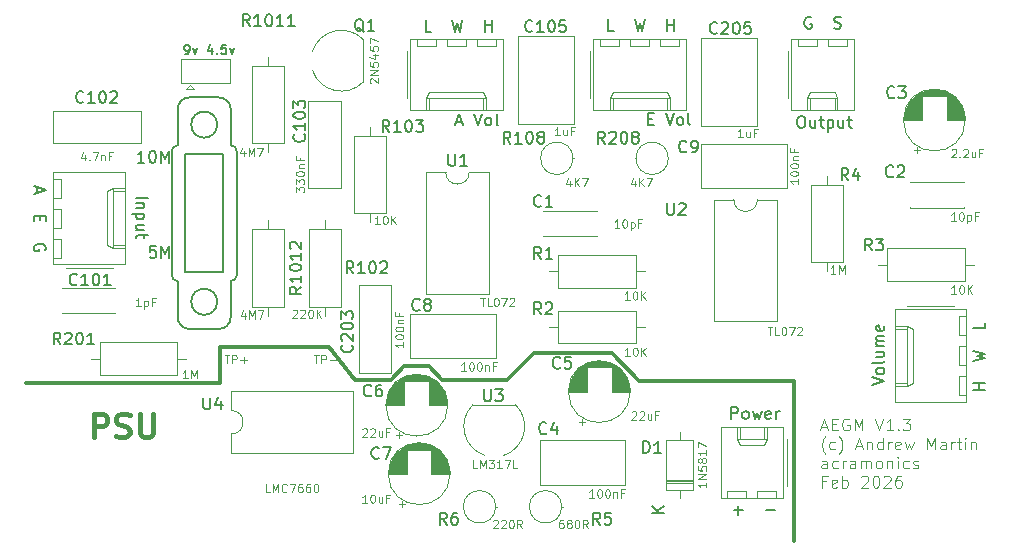
<source format=gbr>
%TF.GenerationSoftware,KiCad,Pcbnew,9.0.0*%
%TF.CreationDate,2026-02-26T12:38:33+00:00*%
%TF.ProjectId,GuitarMixer,47756974-6172-44d6-9978-65722e6b6963,V1.3*%
%TF.SameCoordinates,Original*%
%TF.FileFunction,Legend,Top*%
%TF.FilePolarity,Positive*%
%FSLAX46Y46*%
G04 Gerber Fmt 4.6, Leading zero omitted, Abs format (unit mm)*
G04 Created by KiCad (PCBNEW 9.0.0) date 2026-02-26 12:38:33*
%MOMM*%
%LPD*%
G01*
G04 APERTURE LIST*
%ADD10C,0.300000*%
%ADD11C,0.200000*%
%ADD12C,0.100000*%
%ADD13C,0.160000*%
%ADD14C,0.400000*%
%ADD15C,0.150000*%
%ADD16C,0.120000*%
G04 APERTURE END LIST*
D10*
X158225000Y-102250000D02*
X171325000Y-102250000D01*
X140369166Y-101000000D02*
X141480833Y-102150000D01*
X131975000Y-99350000D02*
X134125000Y-102150000D01*
X171325000Y-102225000D02*
X171325000Y-115800000D01*
X106275000Y-102450000D02*
X122675000Y-102450000D01*
X131975000Y-99350000D02*
X122675000Y-99350000D01*
X134125000Y-102150000D02*
X137195000Y-102150000D01*
X155875000Y-99900000D02*
X158225000Y-102250000D01*
X137195000Y-102150000D02*
X138325000Y-101000000D01*
X122675000Y-102450000D02*
X122675000Y-99350000D01*
X141480833Y-102150000D02*
X147025000Y-102150000D01*
X138325000Y-101000000D02*
X140369166Y-101000000D01*
X149275000Y-99900000D02*
X155875000Y-99900000D01*
X147025000Y-102150000D02*
X149275000Y-99900000D01*
D11*
X117270863Y-90817219D02*
X116794673Y-90817219D01*
X116794673Y-90817219D02*
X116747054Y-91293409D01*
X116747054Y-91293409D02*
X116794673Y-91245790D01*
X116794673Y-91245790D02*
X116889911Y-91198171D01*
X116889911Y-91198171D02*
X117128006Y-91198171D01*
X117128006Y-91198171D02*
X117223244Y-91245790D01*
X117223244Y-91245790D02*
X117270863Y-91293409D01*
X117270863Y-91293409D02*
X117318482Y-91388647D01*
X117318482Y-91388647D02*
X117318482Y-91626742D01*
X117318482Y-91626742D02*
X117270863Y-91721980D01*
X117270863Y-91721980D02*
X117223244Y-91769600D01*
X117223244Y-91769600D02*
X117128006Y-91817219D01*
X117128006Y-91817219D02*
X116889911Y-91817219D01*
X116889911Y-91817219D02*
X116794673Y-91769600D01*
X116794673Y-91769600D02*
X116747054Y-91721980D01*
X117747054Y-91817219D02*
X117747054Y-90817219D01*
X117747054Y-90817219D02*
X118080387Y-91531504D01*
X118080387Y-91531504D02*
X118413720Y-90817219D01*
X118413720Y-90817219D02*
X118413720Y-91817219D01*
X107243495Y-85822054D02*
X107243495Y-86298244D01*
X106957780Y-85726816D02*
X107957780Y-86060149D01*
X107957780Y-86060149D02*
X106957780Y-86393482D01*
X107481590Y-88250626D02*
X107481590Y-88583959D01*
X106957780Y-88726816D02*
X106957780Y-88250626D01*
X106957780Y-88250626D02*
X107957780Y-88250626D01*
X107957780Y-88250626D02*
X107957780Y-88726816D01*
X107910161Y-91203007D02*
X107957780Y-91107769D01*
X107957780Y-91107769D02*
X107957780Y-90964912D01*
X107957780Y-90964912D02*
X107910161Y-90822055D01*
X107910161Y-90822055D02*
X107814923Y-90726817D01*
X107814923Y-90726817D02*
X107719685Y-90679198D01*
X107719685Y-90679198D02*
X107529209Y-90631579D01*
X107529209Y-90631579D02*
X107386352Y-90631579D01*
X107386352Y-90631579D02*
X107195876Y-90679198D01*
X107195876Y-90679198D02*
X107100638Y-90726817D01*
X107100638Y-90726817D02*
X107005400Y-90822055D01*
X107005400Y-90822055D02*
X106957780Y-90964912D01*
X106957780Y-90964912D02*
X106957780Y-91060150D01*
X106957780Y-91060150D02*
X107005400Y-91203007D01*
X107005400Y-91203007D02*
X107053019Y-91250626D01*
X107053019Y-91250626D02*
X107386352Y-91250626D01*
X107386352Y-91250626D02*
X107386352Y-91060150D01*
X177942219Y-102623183D02*
X178942219Y-102289850D01*
X178942219Y-102289850D02*
X177942219Y-101956517D01*
X178942219Y-101480326D02*
X178894600Y-101575564D01*
X178894600Y-101575564D02*
X178846980Y-101623183D01*
X178846980Y-101623183D02*
X178751742Y-101670802D01*
X178751742Y-101670802D02*
X178466028Y-101670802D01*
X178466028Y-101670802D02*
X178370790Y-101623183D01*
X178370790Y-101623183D02*
X178323171Y-101575564D01*
X178323171Y-101575564D02*
X178275552Y-101480326D01*
X178275552Y-101480326D02*
X178275552Y-101337469D01*
X178275552Y-101337469D02*
X178323171Y-101242231D01*
X178323171Y-101242231D02*
X178370790Y-101194612D01*
X178370790Y-101194612D02*
X178466028Y-101146993D01*
X178466028Y-101146993D02*
X178751742Y-101146993D01*
X178751742Y-101146993D02*
X178846980Y-101194612D01*
X178846980Y-101194612D02*
X178894600Y-101242231D01*
X178894600Y-101242231D02*
X178942219Y-101337469D01*
X178942219Y-101337469D02*
X178942219Y-101480326D01*
X178942219Y-100575564D02*
X178894600Y-100670802D01*
X178894600Y-100670802D02*
X178799361Y-100718421D01*
X178799361Y-100718421D02*
X177942219Y-100718421D01*
X178275552Y-99766040D02*
X178942219Y-99766040D01*
X178275552Y-100194611D02*
X178799361Y-100194611D01*
X178799361Y-100194611D02*
X178894600Y-100146992D01*
X178894600Y-100146992D02*
X178942219Y-100051754D01*
X178942219Y-100051754D02*
X178942219Y-99908897D01*
X178942219Y-99908897D02*
X178894600Y-99813659D01*
X178894600Y-99813659D02*
X178846980Y-99766040D01*
X178942219Y-99289849D02*
X178275552Y-99289849D01*
X178370790Y-99289849D02*
X178323171Y-99242230D01*
X178323171Y-99242230D02*
X178275552Y-99146992D01*
X178275552Y-99146992D02*
X178275552Y-99004135D01*
X178275552Y-99004135D02*
X178323171Y-98908897D01*
X178323171Y-98908897D02*
X178418409Y-98861278D01*
X178418409Y-98861278D02*
X178942219Y-98861278D01*
X178418409Y-98861278D02*
X178323171Y-98813659D01*
X178323171Y-98813659D02*
X178275552Y-98718421D01*
X178275552Y-98718421D02*
X178275552Y-98575564D01*
X178275552Y-98575564D02*
X178323171Y-98480325D01*
X178323171Y-98480325D02*
X178418409Y-98432706D01*
X178418409Y-98432706D02*
X178942219Y-98432706D01*
X178894600Y-97575564D02*
X178942219Y-97670802D01*
X178942219Y-97670802D02*
X178942219Y-97861278D01*
X178942219Y-97861278D02*
X178894600Y-97956516D01*
X178894600Y-97956516D02*
X178799361Y-98004135D01*
X178799361Y-98004135D02*
X178418409Y-98004135D01*
X178418409Y-98004135D02*
X178323171Y-97956516D01*
X178323171Y-97956516D02*
X178275552Y-97861278D01*
X178275552Y-97861278D02*
X178275552Y-97670802D01*
X178275552Y-97670802D02*
X178323171Y-97575564D01*
X178323171Y-97575564D02*
X178418409Y-97527945D01*
X178418409Y-97527945D02*
X178513647Y-97527945D01*
X178513647Y-97527945D02*
X178608885Y-98004135D01*
X140620863Y-72667219D02*
X140144673Y-72667219D01*
X140144673Y-72667219D02*
X140144673Y-71667219D01*
X142382769Y-71667219D02*
X142620864Y-72667219D01*
X142620864Y-72667219D02*
X142811340Y-71952933D01*
X142811340Y-71952933D02*
X143001816Y-72667219D01*
X143001816Y-72667219D02*
X143239912Y-71667219D01*
X145144674Y-72667219D02*
X145144674Y-71667219D01*
X145144674Y-72143409D02*
X145716102Y-72143409D01*
X145716102Y-72667219D02*
X145716102Y-71667219D01*
X115607780Y-86719673D02*
X116607780Y-86719673D01*
X116274447Y-87195863D02*
X115607780Y-87195863D01*
X116179209Y-87195863D02*
X116226828Y-87243482D01*
X116226828Y-87243482D02*
X116274447Y-87338720D01*
X116274447Y-87338720D02*
X116274447Y-87481577D01*
X116274447Y-87481577D02*
X116226828Y-87576815D01*
X116226828Y-87576815D02*
X116131590Y-87624434D01*
X116131590Y-87624434D02*
X115607780Y-87624434D01*
X116274447Y-88100625D02*
X115274447Y-88100625D01*
X116226828Y-88100625D02*
X116274447Y-88195863D01*
X116274447Y-88195863D02*
X116274447Y-88386339D01*
X116274447Y-88386339D02*
X116226828Y-88481577D01*
X116226828Y-88481577D02*
X116179209Y-88529196D01*
X116179209Y-88529196D02*
X116083971Y-88576815D01*
X116083971Y-88576815D02*
X115798257Y-88576815D01*
X115798257Y-88576815D02*
X115703019Y-88529196D01*
X115703019Y-88529196D02*
X115655400Y-88481577D01*
X115655400Y-88481577D02*
X115607780Y-88386339D01*
X115607780Y-88386339D02*
X115607780Y-88195863D01*
X115607780Y-88195863D02*
X115655400Y-88100625D01*
X116274447Y-89433958D02*
X115607780Y-89433958D01*
X116274447Y-89005387D02*
X115750638Y-89005387D01*
X115750638Y-89005387D02*
X115655400Y-89053006D01*
X115655400Y-89053006D02*
X115607780Y-89148244D01*
X115607780Y-89148244D02*
X115607780Y-89291101D01*
X115607780Y-89291101D02*
X115655400Y-89386339D01*
X115655400Y-89386339D02*
X115703019Y-89433958D01*
X116274447Y-89767292D02*
X116274447Y-90148244D01*
X116607780Y-89910149D02*
X115750638Y-89910149D01*
X115750638Y-89910149D02*
X115655400Y-89957768D01*
X115655400Y-89957768D02*
X115607780Y-90053006D01*
X115607780Y-90053006D02*
X115607780Y-90148244D01*
X172768482Y-71464838D02*
X172673244Y-71417219D01*
X172673244Y-71417219D02*
X172530387Y-71417219D01*
X172530387Y-71417219D02*
X172387530Y-71464838D01*
X172387530Y-71464838D02*
X172292292Y-71560076D01*
X172292292Y-71560076D02*
X172244673Y-71655314D01*
X172244673Y-71655314D02*
X172197054Y-71845790D01*
X172197054Y-71845790D02*
X172197054Y-71988647D01*
X172197054Y-71988647D02*
X172244673Y-72179123D01*
X172244673Y-72179123D02*
X172292292Y-72274361D01*
X172292292Y-72274361D02*
X172387530Y-72369600D01*
X172387530Y-72369600D02*
X172530387Y-72417219D01*
X172530387Y-72417219D02*
X172625625Y-72417219D01*
X172625625Y-72417219D02*
X172768482Y-72369600D01*
X172768482Y-72369600D02*
X172816101Y-72321980D01*
X172816101Y-72321980D02*
X172816101Y-71988647D01*
X172816101Y-71988647D02*
X172625625Y-71988647D01*
X174720864Y-72369600D02*
X174863721Y-72417219D01*
X174863721Y-72417219D02*
X175101816Y-72417219D01*
X175101816Y-72417219D02*
X175197054Y-72369600D01*
X175197054Y-72369600D02*
X175244673Y-72321980D01*
X175244673Y-72321980D02*
X175292292Y-72226742D01*
X175292292Y-72226742D02*
X175292292Y-72131504D01*
X175292292Y-72131504D02*
X175244673Y-72036266D01*
X175244673Y-72036266D02*
X175197054Y-71988647D01*
X175197054Y-71988647D02*
X175101816Y-71941028D01*
X175101816Y-71941028D02*
X174911340Y-71893409D01*
X174911340Y-71893409D02*
X174816102Y-71845790D01*
X174816102Y-71845790D02*
X174768483Y-71798171D01*
X174768483Y-71798171D02*
X174720864Y-71702933D01*
X174720864Y-71702933D02*
X174720864Y-71607695D01*
X174720864Y-71607695D02*
X174768483Y-71512457D01*
X174768483Y-71512457D02*
X174816102Y-71464838D01*
X174816102Y-71464838D02*
X174911340Y-71417219D01*
X174911340Y-71417219D02*
X175149435Y-71417219D01*
X175149435Y-71417219D02*
X175292292Y-71464838D01*
X165994673Y-105467219D02*
X165994673Y-104467219D01*
X165994673Y-104467219D02*
X166375625Y-104467219D01*
X166375625Y-104467219D02*
X166470863Y-104514838D01*
X166470863Y-104514838D02*
X166518482Y-104562457D01*
X166518482Y-104562457D02*
X166566101Y-104657695D01*
X166566101Y-104657695D02*
X166566101Y-104800552D01*
X166566101Y-104800552D02*
X166518482Y-104895790D01*
X166518482Y-104895790D02*
X166470863Y-104943409D01*
X166470863Y-104943409D02*
X166375625Y-104991028D01*
X166375625Y-104991028D02*
X165994673Y-104991028D01*
X167137530Y-105467219D02*
X167042292Y-105419600D01*
X167042292Y-105419600D02*
X166994673Y-105371980D01*
X166994673Y-105371980D02*
X166947054Y-105276742D01*
X166947054Y-105276742D02*
X166947054Y-104991028D01*
X166947054Y-104991028D02*
X166994673Y-104895790D01*
X166994673Y-104895790D02*
X167042292Y-104848171D01*
X167042292Y-104848171D02*
X167137530Y-104800552D01*
X167137530Y-104800552D02*
X167280387Y-104800552D01*
X167280387Y-104800552D02*
X167375625Y-104848171D01*
X167375625Y-104848171D02*
X167423244Y-104895790D01*
X167423244Y-104895790D02*
X167470863Y-104991028D01*
X167470863Y-104991028D02*
X167470863Y-105276742D01*
X167470863Y-105276742D02*
X167423244Y-105371980D01*
X167423244Y-105371980D02*
X167375625Y-105419600D01*
X167375625Y-105419600D02*
X167280387Y-105467219D01*
X167280387Y-105467219D02*
X167137530Y-105467219D01*
X167804197Y-104800552D02*
X167994673Y-105467219D01*
X167994673Y-105467219D02*
X168185149Y-104991028D01*
X168185149Y-104991028D02*
X168375625Y-105467219D01*
X168375625Y-105467219D02*
X168566101Y-104800552D01*
X169328006Y-105419600D02*
X169232768Y-105467219D01*
X169232768Y-105467219D02*
X169042292Y-105467219D01*
X169042292Y-105467219D02*
X168947054Y-105419600D01*
X168947054Y-105419600D02*
X168899435Y-105324361D01*
X168899435Y-105324361D02*
X168899435Y-104943409D01*
X168899435Y-104943409D02*
X168947054Y-104848171D01*
X168947054Y-104848171D02*
X169042292Y-104800552D01*
X169042292Y-104800552D02*
X169232768Y-104800552D01*
X169232768Y-104800552D02*
X169328006Y-104848171D01*
X169328006Y-104848171D02*
X169375625Y-104943409D01*
X169375625Y-104943409D02*
X169375625Y-105038647D01*
X169375625Y-105038647D02*
X168899435Y-105133885D01*
X169804197Y-105467219D02*
X169804197Y-104800552D01*
X169804197Y-104991028D02*
X169851816Y-104895790D01*
X169851816Y-104895790D02*
X169899435Y-104848171D01*
X169899435Y-104848171D02*
X169994673Y-104800552D01*
X169994673Y-104800552D02*
X170089911Y-104800552D01*
X158944673Y-80043409D02*
X159278006Y-80043409D01*
X159420863Y-80567219D02*
X158944673Y-80567219D01*
X158944673Y-80567219D02*
X158944673Y-79567219D01*
X158944673Y-79567219D02*
X159420863Y-79567219D01*
X160468483Y-79567219D02*
X160801816Y-80567219D01*
X160801816Y-80567219D02*
X161135149Y-79567219D01*
X161611340Y-80567219D02*
X161516102Y-80519600D01*
X161516102Y-80519600D02*
X161468483Y-80471980D01*
X161468483Y-80471980D02*
X161420864Y-80376742D01*
X161420864Y-80376742D02*
X161420864Y-80091028D01*
X161420864Y-80091028D02*
X161468483Y-79995790D01*
X161468483Y-79995790D02*
X161516102Y-79948171D01*
X161516102Y-79948171D02*
X161611340Y-79900552D01*
X161611340Y-79900552D02*
X161754197Y-79900552D01*
X161754197Y-79900552D02*
X161849435Y-79948171D01*
X161849435Y-79948171D02*
X161897054Y-79995790D01*
X161897054Y-79995790D02*
X161944673Y-80091028D01*
X161944673Y-80091028D02*
X161944673Y-80376742D01*
X161944673Y-80376742D02*
X161897054Y-80471980D01*
X161897054Y-80471980D02*
X161849435Y-80519600D01*
X161849435Y-80519600D02*
X161754197Y-80567219D01*
X161754197Y-80567219D02*
X161611340Y-80567219D01*
X162516102Y-80567219D02*
X162420864Y-80519600D01*
X162420864Y-80519600D02*
X162373245Y-80424361D01*
X162373245Y-80424361D02*
X162373245Y-79567219D01*
D12*
X173631265Y-106156872D02*
X174107455Y-106156872D01*
X173536027Y-106442587D02*
X173869360Y-105442587D01*
X173869360Y-105442587D02*
X174202693Y-106442587D01*
X174536027Y-105918777D02*
X174869360Y-105918777D01*
X175012217Y-106442587D02*
X174536027Y-106442587D01*
X174536027Y-106442587D02*
X174536027Y-105442587D01*
X174536027Y-105442587D02*
X175012217Y-105442587D01*
X175964598Y-105490206D02*
X175869360Y-105442587D01*
X175869360Y-105442587D02*
X175726503Y-105442587D01*
X175726503Y-105442587D02*
X175583646Y-105490206D01*
X175583646Y-105490206D02*
X175488408Y-105585444D01*
X175488408Y-105585444D02*
X175440789Y-105680682D01*
X175440789Y-105680682D02*
X175393170Y-105871158D01*
X175393170Y-105871158D02*
X175393170Y-106014015D01*
X175393170Y-106014015D02*
X175440789Y-106204491D01*
X175440789Y-106204491D02*
X175488408Y-106299729D01*
X175488408Y-106299729D02*
X175583646Y-106394968D01*
X175583646Y-106394968D02*
X175726503Y-106442587D01*
X175726503Y-106442587D02*
X175821741Y-106442587D01*
X175821741Y-106442587D02*
X175964598Y-106394968D01*
X175964598Y-106394968D02*
X176012217Y-106347348D01*
X176012217Y-106347348D02*
X176012217Y-106014015D01*
X176012217Y-106014015D02*
X175821741Y-106014015D01*
X176440789Y-106442587D02*
X176440789Y-105442587D01*
X176440789Y-105442587D02*
X176774122Y-106156872D01*
X176774122Y-106156872D02*
X177107455Y-105442587D01*
X177107455Y-105442587D02*
X177107455Y-106442587D01*
X178202694Y-105442587D02*
X178536027Y-106442587D01*
X178536027Y-106442587D02*
X178869360Y-105442587D01*
X179726503Y-106442587D02*
X179155075Y-106442587D01*
X179440789Y-106442587D02*
X179440789Y-105442587D01*
X179440789Y-105442587D02*
X179345551Y-105585444D01*
X179345551Y-105585444D02*
X179250313Y-105680682D01*
X179250313Y-105680682D02*
X179155075Y-105728301D01*
X180155075Y-106347348D02*
X180202694Y-106394968D01*
X180202694Y-106394968D02*
X180155075Y-106442587D01*
X180155075Y-106442587D02*
X180107456Y-106394968D01*
X180107456Y-106394968D02*
X180155075Y-106347348D01*
X180155075Y-106347348D02*
X180155075Y-106442587D01*
X180536027Y-105442587D02*
X181155074Y-105442587D01*
X181155074Y-105442587D02*
X180821741Y-105823539D01*
X180821741Y-105823539D02*
X180964598Y-105823539D01*
X180964598Y-105823539D02*
X181059836Y-105871158D01*
X181059836Y-105871158D02*
X181107455Y-105918777D01*
X181107455Y-105918777D02*
X181155074Y-106014015D01*
X181155074Y-106014015D02*
X181155074Y-106252110D01*
X181155074Y-106252110D02*
X181107455Y-106347348D01*
X181107455Y-106347348D02*
X181059836Y-106394968D01*
X181059836Y-106394968D02*
X180964598Y-106442587D01*
X180964598Y-106442587D02*
X180678884Y-106442587D01*
X180678884Y-106442587D02*
X180583646Y-106394968D01*
X180583646Y-106394968D02*
X180536027Y-106347348D01*
X173964598Y-108433483D02*
X173916979Y-108385864D01*
X173916979Y-108385864D02*
X173821741Y-108243007D01*
X173821741Y-108243007D02*
X173774122Y-108147769D01*
X173774122Y-108147769D02*
X173726503Y-108004912D01*
X173726503Y-108004912D02*
X173678884Y-107766816D01*
X173678884Y-107766816D02*
X173678884Y-107576340D01*
X173678884Y-107576340D02*
X173726503Y-107338245D01*
X173726503Y-107338245D02*
X173774122Y-107195388D01*
X173774122Y-107195388D02*
X173821741Y-107100150D01*
X173821741Y-107100150D02*
X173916979Y-106957292D01*
X173916979Y-106957292D02*
X173964598Y-106909673D01*
X174774122Y-108004912D02*
X174678884Y-108052531D01*
X174678884Y-108052531D02*
X174488408Y-108052531D01*
X174488408Y-108052531D02*
X174393170Y-108004912D01*
X174393170Y-108004912D02*
X174345551Y-107957292D01*
X174345551Y-107957292D02*
X174297932Y-107862054D01*
X174297932Y-107862054D02*
X174297932Y-107576340D01*
X174297932Y-107576340D02*
X174345551Y-107481102D01*
X174345551Y-107481102D02*
X174393170Y-107433483D01*
X174393170Y-107433483D02*
X174488408Y-107385864D01*
X174488408Y-107385864D02*
X174678884Y-107385864D01*
X174678884Y-107385864D02*
X174774122Y-107433483D01*
X175107456Y-108433483D02*
X175155075Y-108385864D01*
X175155075Y-108385864D02*
X175250313Y-108243007D01*
X175250313Y-108243007D02*
X175297932Y-108147769D01*
X175297932Y-108147769D02*
X175345551Y-108004912D01*
X175345551Y-108004912D02*
X175393170Y-107766816D01*
X175393170Y-107766816D02*
X175393170Y-107576340D01*
X175393170Y-107576340D02*
X175345551Y-107338245D01*
X175345551Y-107338245D02*
X175297932Y-107195388D01*
X175297932Y-107195388D02*
X175250313Y-107100150D01*
X175250313Y-107100150D02*
X175155075Y-106957292D01*
X175155075Y-106957292D02*
X175107456Y-106909673D01*
X176583647Y-107766816D02*
X177059837Y-107766816D01*
X176488409Y-108052531D02*
X176821742Y-107052531D01*
X176821742Y-107052531D02*
X177155075Y-108052531D01*
X177488409Y-107385864D02*
X177488409Y-108052531D01*
X177488409Y-107481102D02*
X177536028Y-107433483D01*
X177536028Y-107433483D02*
X177631266Y-107385864D01*
X177631266Y-107385864D02*
X177774123Y-107385864D01*
X177774123Y-107385864D02*
X177869361Y-107433483D01*
X177869361Y-107433483D02*
X177916980Y-107528721D01*
X177916980Y-107528721D02*
X177916980Y-108052531D01*
X178821742Y-108052531D02*
X178821742Y-107052531D01*
X178821742Y-108004912D02*
X178726504Y-108052531D01*
X178726504Y-108052531D02*
X178536028Y-108052531D01*
X178536028Y-108052531D02*
X178440790Y-108004912D01*
X178440790Y-108004912D02*
X178393171Y-107957292D01*
X178393171Y-107957292D02*
X178345552Y-107862054D01*
X178345552Y-107862054D02*
X178345552Y-107576340D01*
X178345552Y-107576340D02*
X178393171Y-107481102D01*
X178393171Y-107481102D02*
X178440790Y-107433483D01*
X178440790Y-107433483D02*
X178536028Y-107385864D01*
X178536028Y-107385864D02*
X178726504Y-107385864D01*
X178726504Y-107385864D02*
X178821742Y-107433483D01*
X179297933Y-108052531D02*
X179297933Y-107385864D01*
X179297933Y-107576340D02*
X179345552Y-107481102D01*
X179345552Y-107481102D02*
X179393171Y-107433483D01*
X179393171Y-107433483D02*
X179488409Y-107385864D01*
X179488409Y-107385864D02*
X179583647Y-107385864D01*
X180297933Y-108004912D02*
X180202695Y-108052531D01*
X180202695Y-108052531D02*
X180012219Y-108052531D01*
X180012219Y-108052531D02*
X179916981Y-108004912D01*
X179916981Y-108004912D02*
X179869362Y-107909673D01*
X179869362Y-107909673D02*
X179869362Y-107528721D01*
X179869362Y-107528721D02*
X179916981Y-107433483D01*
X179916981Y-107433483D02*
X180012219Y-107385864D01*
X180012219Y-107385864D02*
X180202695Y-107385864D01*
X180202695Y-107385864D02*
X180297933Y-107433483D01*
X180297933Y-107433483D02*
X180345552Y-107528721D01*
X180345552Y-107528721D02*
X180345552Y-107623959D01*
X180345552Y-107623959D02*
X179869362Y-107719197D01*
X180678886Y-107385864D02*
X180869362Y-108052531D01*
X180869362Y-108052531D02*
X181059838Y-107576340D01*
X181059838Y-107576340D02*
X181250314Y-108052531D01*
X181250314Y-108052531D02*
X181440790Y-107385864D01*
X182583648Y-108052531D02*
X182583648Y-107052531D01*
X182583648Y-107052531D02*
X182916981Y-107766816D01*
X182916981Y-107766816D02*
X183250314Y-107052531D01*
X183250314Y-107052531D02*
X183250314Y-108052531D01*
X184155076Y-108052531D02*
X184155076Y-107528721D01*
X184155076Y-107528721D02*
X184107457Y-107433483D01*
X184107457Y-107433483D02*
X184012219Y-107385864D01*
X184012219Y-107385864D02*
X183821743Y-107385864D01*
X183821743Y-107385864D02*
X183726505Y-107433483D01*
X184155076Y-108004912D02*
X184059838Y-108052531D01*
X184059838Y-108052531D02*
X183821743Y-108052531D01*
X183821743Y-108052531D02*
X183726505Y-108004912D01*
X183726505Y-108004912D02*
X183678886Y-107909673D01*
X183678886Y-107909673D02*
X183678886Y-107814435D01*
X183678886Y-107814435D02*
X183726505Y-107719197D01*
X183726505Y-107719197D02*
X183821743Y-107671578D01*
X183821743Y-107671578D02*
X184059838Y-107671578D01*
X184059838Y-107671578D02*
X184155076Y-107623959D01*
X184631267Y-108052531D02*
X184631267Y-107385864D01*
X184631267Y-107576340D02*
X184678886Y-107481102D01*
X184678886Y-107481102D02*
X184726505Y-107433483D01*
X184726505Y-107433483D02*
X184821743Y-107385864D01*
X184821743Y-107385864D02*
X184916981Y-107385864D01*
X185107458Y-107385864D02*
X185488410Y-107385864D01*
X185250315Y-107052531D02*
X185250315Y-107909673D01*
X185250315Y-107909673D02*
X185297934Y-108004912D01*
X185297934Y-108004912D02*
X185393172Y-108052531D01*
X185393172Y-108052531D02*
X185488410Y-108052531D01*
X185821744Y-108052531D02*
X185821744Y-107385864D01*
X185821744Y-107052531D02*
X185774125Y-107100150D01*
X185774125Y-107100150D02*
X185821744Y-107147769D01*
X185821744Y-107147769D02*
X185869363Y-107100150D01*
X185869363Y-107100150D02*
X185821744Y-107052531D01*
X185821744Y-107052531D02*
X185821744Y-107147769D01*
X186297934Y-107385864D02*
X186297934Y-108052531D01*
X186297934Y-107481102D02*
X186345553Y-107433483D01*
X186345553Y-107433483D02*
X186440791Y-107385864D01*
X186440791Y-107385864D02*
X186583648Y-107385864D01*
X186583648Y-107385864D02*
X186678886Y-107433483D01*
X186678886Y-107433483D02*
X186726505Y-107528721D01*
X186726505Y-107528721D02*
X186726505Y-108052531D01*
X174107455Y-109662475D02*
X174107455Y-109138665D01*
X174107455Y-109138665D02*
X174059836Y-109043427D01*
X174059836Y-109043427D02*
X173964598Y-108995808D01*
X173964598Y-108995808D02*
X173774122Y-108995808D01*
X173774122Y-108995808D02*
X173678884Y-109043427D01*
X174107455Y-109614856D02*
X174012217Y-109662475D01*
X174012217Y-109662475D02*
X173774122Y-109662475D01*
X173774122Y-109662475D02*
X173678884Y-109614856D01*
X173678884Y-109614856D02*
X173631265Y-109519617D01*
X173631265Y-109519617D02*
X173631265Y-109424379D01*
X173631265Y-109424379D02*
X173678884Y-109329141D01*
X173678884Y-109329141D02*
X173774122Y-109281522D01*
X173774122Y-109281522D02*
X174012217Y-109281522D01*
X174012217Y-109281522D02*
X174107455Y-109233903D01*
X175012217Y-109614856D02*
X174916979Y-109662475D01*
X174916979Y-109662475D02*
X174726503Y-109662475D01*
X174726503Y-109662475D02*
X174631265Y-109614856D01*
X174631265Y-109614856D02*
X174583646Y-109567236D01*
X174583646Y-109567236D02*
X174536027Y-109471998D01*
X174536027Y-109471998D02*
X174536027Y-109186284D01*
X174536027Y-109186284D02*
X174583646Y-109091046D01*
X174583646Y-109091046D02*
X174631265Y-109043427D01*
X174631265Y-109043427D02*
X174726503Y-108995808D01*
X174726503Y-108995808D02*
X174916979Y-108995808D01*
X174916979Y-108995808D02*
X175012217Y-109043427D01*
X175440789Y-109662475D02*
X175440789Y-108995808D01*
X175440789Y-109186284D02*
X175488408Y-109091046D01*
X175488408Y-109091046D02*
X175536027Y-109043427D01*
X175536027Y-109043427D02*
X175631265Y-108995808D01*
X175631265Y-108995808D02*
X175726503Y-108995808D01*
X176488408Y-109662475D02*
X176488408Y-109138665D01*
X176488408Y-109138665D02*
X176440789Y-109043427D01*
X176440789Y-109043427D02*
X176345551Y-108995808D01*
X176345551Y-108995808D02*
X176155075Y-108995808D01*
X176155075Y-108995808D02*
X176059837Y-109043427D01*
X176488408Y-109614856D02*
X176393170Y-109662475D01*
X176393170Y-109662475D02*
X176155075Y-109662475D01*
X176155075Y-109662475D02*
X176059837Y-109614856D01*
X176059837Y-109614856D02*
X176012218Y-109519617D01*
X176012218Y-109519617D02*
X176012218Y-109424379D01*
X176012218Y-109424379D02*
X176059837Y-109329141D01*
X176059837Y-109329141D02*
X176155075Y-109281522D01*
X176155075Y-109281522D02*
X176393170Y-109281522D01*
X176393170Y-109281522D02*
X176488408Y-109233903D01*
X176964599Y-109662475D02*
X176964599Y-108995808D01*
X176964599Y-109091046D02*
X177012218Y-109043427D01*
X177012218Y-109043427D02*
X177107456Y-108995808D01*
X177107456Y-108995808D02*
X177250313Y-108995808D01*
X177250313Y-108995808D02*
X177345551Y-109043427D01*
X177345551Y-109043427D02*
X177393170Y-109138665D01*
X177393170Y-109138665D02*
X177393170Y-109662475D01*
X177393170Y-109138665D02*
X177440789Y-109043427D01*
X177440789Y-109043427D02*
X177536027Y-108995808D01*
X177536027Y-108995808D02*
X177678884Y-108995808D01*
X177678884Y-108995808D02*
X177774123Y-109043427D01*
X177774123Y-109043427D02*
X177821742Y-109138665D01*
X177821742Y-109138665D02*
X177821742Y-109662475D01*
X178440789Y-109662475D02*
X178345551Y-109614856D01*
X178345551Y-109614856D02*
X178297932Y-109567236D01*
X178297932Y-109567236D02*
X178250313Y-109471998D01*
X178250313Y-109471998D02*
X178250313Y-109186284D01*
X178250313Y-109186284D02*
X178297932Y-109091046D01*
X178297932Y-109091046D02*
X178345551Y-109043427D01*
X178345551Y-109043427D02*
X178440789Y-108995808D01*
X178440789Y-108995808D02*
X178583646Y-108995808D01*
X178583646Y-108995808D02*
X178678884Y-109043427D01*
X178678884Y-109043427D02*
X178726503Y-109091046D01*
X178726503Y-109091046D02*
X178774122Y-109186284D01*
X178774122Y-109186284D02*
X178774122Y-109471998D01*
X178774122Y-109471998D02*
X178726503Y-109567236D01*
X178726503Y-109567236D02*
X178678884Y-109614856D01*
X178678884Y-109614856D02*
X178583646Y-109662475D01*
X178583646Y-109662475D02*
X178440789Y-109662475D01*
X179202694Y-108995808D02*
X179202694Y-109662475D01*
X179202694Y-109091046D02*
X179250313Y-109043427D01*
X179250313Y-109043427D02*
X179345551Y-108995808D01*
X179345551Y-108995808D02*
X179488408Y-108995808D01*
X179488408Y-108995808D02*
X179583646Y-109043427D01*
X179583646Y-109043427D02*
X179631265Y-109138665D01*
X179631265Y-109138665D02*
X179631265Y-109662475D01*
X180107456Y-109662475D02*
X180107456Y-108995808D01*
X180107456Y-108662475D02*
X180059837Y-108710094D01*
X180059837Y-108710094D02*
X180107456Y-108757713D01*
X180107456Y-108757713D02*
X180155075Y-108710094D01*
X180155075Y-108710094D02*
X180107456Y-108662475D01*
X180107456Y-108662475D02*
X180107456Y-108757713D01*
X181012217Y-109614856D02*
X180916979Y-109662475D01*
X180916979Y-109662475D02*
X180726503Y-109662475D01*
X180726503Y-109662475D02*
X180631265Y-109614856D01*
X180631265Y-109614856D02*
X180583646Y-109567236D01*
X180583646Y-109567236D02*
X180536027Y-109471998D01*
X180536027Y-109471998D02*
X180536027Y-109186284D01*
X180536027Y-109186284D02*
X180583646Y-109091046D01*
X180583646Y-109091046D02*
X180631265Y-109043427D01*
X180631265Y-109043427D02*
X180726503Y-108995808D01*
X180726503Y-108995808D02*
X180916979Y-108995808D01*
X180916979Y-108995808D02*
X181012217Y-109043427D01*
X181393170Y-109614856D02*
X181488408Y-109662475D01*
X181488408Y-109662475D02*
X181678884Y-109662475D01*
X181678884Y-109662475D02*
X181774122Y-109614856D01*
X181774122Y-109614856D02*
X181821741Y-109519617D01*
X181821741Y-109519617D02*
X181821741Y-109471998D01*
X181821741Y-109471998D02*
X181774122Y-109376760D01*
X181774122Y-109376760D02*
X181678884Y-109329141D01*
X181678884Y-109329141D02*
X181536027Y-109329141D01*
X181536027Y-109329141D02*
X181440789Y-109281522D01*
X181440789Y-109281522D02*
X181393170Y-109186284D01*
X181393170Y-109186284D02*
X181393170Y-109138665D01*
X181393170Y-109138665D02*
X181440789Y-109043427D01*
X181440789Y-109043427D02*
X181536027Y-108995808D01*
X181536027Y-108995808D02*
X181678884Y-108995808D01*
X181678884Y-108995808D02*
X181774122Y-109043427D01*
X174012217Y-110748609D02*
X173678884Y-110748609D01*
X173678884Y-111272419D02*
X173678884Y-110272419D01*
X173678884Y-110272419D02*
X174155074Y-110272419D01*
X174916979Y-111224800D02*
X174821741Y-111272419D01*
X174821741Y-111272419D02*
X174631265Y-111272419D01*
X174631265Y-111272419D02*
X174536027Y-111224800D01*
X174536027Y-111224800D02*
X174488408Y-111129561D01*
X174488408Y-111129561D02*
X174488408Y-110748609D01*
X174488408Y-110748609D02*
X174536027Y-110653371D01*
X174536027Y-110653371D02*
X174631265Y-110605752D01*
X174631265Y-110605752D02*
X174821741Y-110605752D01*
X174821741Y-110605752D02*
X174916979Y-110653371D01*
X174916979Y-110653371D02*
X174964598Y-110748609D01*
X174964598Y-110748609D02*
X174964598Y-110843847D01*
X174964598Y-110843847D02*
X174488408Y-110939085D01*
X175393170Y-111272419D02*
X175393170Y-110272419D01*
X175393170Y-110653371D02*
X175488408Y-110605752D01*
X175488408Y-110605752D02*
X175678884Y-110605752D01*
X175678884Y-110605752D02*
X175774122Y-110653371D01*
X175774122Y-110653371D02*
X175821741Y-110700990D01*
X175821741Y-110700990D02*
X175869360Y-110796228D01*
X175869360Y-110796228D02*
X175869360Y-111081942D01*
X175869360Y-111081942D02*
X175821741Y-111177180D01*
X175821741Y-111177180D02*
X175774122Y-111224800D01*
X175774122Y-111224800D02*
X175678884Y-111272419D01*
X175678884Y-111272419D02*
X175488408Y-111272419D01*
X175488408Y-111272419D02*
X175393170Y-111224800D01*
X177012218Y-110367657D02*
X177059837Y-110320038D01*
X177059837Y-110320038D02*
X177155075Y-110272419D01*
X177155075Y-110272419D02*
X177393170Y-110272419D01*
X177393170Y-110272419D02*
X177488408Y-110320038D01*
X177488408Y-110320038D02*
X177536027Y-110367657D01*
X177536027Y-110367657D02*
X177583646Y-110462895D01*
X177583646Y-110462895D02*
X177583646Y-110558133D01*
X177583646Y-110558133D02*
X177536027Y-110700990D01*
X177536027Y-110700990D02*
X176964599Y-111272419D01*
X176964599Y-111272419D02*
X177583646Y-111272419D01*
X178202694Y-110272419D02*
X178297932Y-110272419D01*
X178297932Y-110272419D02*
X178393170Y-110320038D01*
X178393170Y-110320038D02*
X178440789Y-110367657D01*
X178440789Y-110367657D02*
X178488408Y-110462895D01*
X178488408Y-110462895D02*
X178536027Y-110653371D01*
X178536027Y-110653371D02*
X178536027Y-110891466D01*
X178536027Y-110891466D02*
X178488408Y-111081942D01*
X178488408Y-111081942D02*
X178440789Y-111177180D01*
X178440789Y-111177180D02*
X178393170Y-111224800D01*
X178393170Y-111224800D02*
X178297932Y-111272419D01*
X178297932Y-111272419D02*
X178202694Y-111272419D01*
X178202694Y-111272419D02*
X178107456Y-111224800D01*
X178107456Y-111224800D02*
X178059837Y-111177180D01*
X178059837Y-111177180D02*
X178012218Y-111081942D01*
X178012218Y-111081942D02*
X177964599Y-110891466D01*
X177964599Y-110891466D02*
X177964599Y-110653371D01*
X177964599Y-110653371D02*
X178012218Y-110462895D01*
X178012218Y-110462895D02*
X178059837Y-110367657D01*
X178059837Y-110367657D02*
X178107456Y-110320038D01*
X178107456Y-110320038D02*
X178202694Y-110272419D01*
X178916980Y-110367657D02*
X178964599Y-110320038D01*
X178964599Y-110320038D02*
X179059837Y-110272419D01*
X179059837Y-110272419D02*
X179297932Y-110272419D01*
X179297932Y-110272419D02*
X179393170Y-110320038D01*
X179393170Y-110320038D02*
X179440789Y-110367657D01*
X179440789Y-110367657D02*
X179488408Y-110462895D01*
X179488408Y-110462895D02*
X179488408Y-110558133D01*
X179488408Y-110558133D02*
X179440789Y-110700990D01*
X179440789Y-110700990D02*
X178869361Y-111272419D01*
X178869361Y-111272419D02*
X179488408Y-111272419D01*
X180345551Y-110272419D02*
X180155075Y-110272419D01*
X180155075Y-110272419D02*
X180059837Y-110320038D01*
X180059837Y-110320038D02*
X180012218Y-110367657D01*
X180012218Y-110367657D02*
X179916980Y-110510514D01*
X179916980Y-110510514D02*
X179869361Y-110700990D01*
X179869361Y-110700990D02*
X179869361Y-111081942D01*
X179869361Y-111081942D02*
X179916980Y-111177180D01*
X179916980Y-111177180D02*
X179964599Y-111224800D01*
X179964599Y-111224800D02*
X180059837Y-111272419D01*
X180059837Y-111272419D02*
X180250313Y-111272419D01*
X180250313Y-111272419D02*
X180345551Y-111224800D01*
X180345551Y-111224800D02*
X180393170Y-111177180D01*
X180393170Y-111177180D02*
X180440789Y-111081942D01*
X180440789Y-111081942D02*
X180440789Y-110843847D01*
X180440789Y-110843847D02*
X180393170Y-110748609D01*
X180393170Y-110748609D02*
X180345551Y-110700990D01*
X180345551Y-110700990D02*
X180250313Y-110653371D01*
X180250313Y-110653371D02*
X180059837Y-110653371D01*
X180059837Y-110653371D02*
X179964599Y-110700990D01*
X179964599Y-110700990D02*
X179916980Y-110748609D01*
X179916980Y-110748609D02*
X179869361Y-110843847D01*
X130657455Y-100059133D02*
X131057455Y-100059133D01*
X130857455Y-100759133D02*
X130857455Y-100059133D01*
X131290788Y-100759133D02*
X131290788Y-100059133D01*
X131290788Y-100059133D02*
X131557455Y-100059133D01*
X131557455Y-100059133D02*
X131624122Y-100092466D01*
X131624122Y-100092466D02*
X131657455Y-100125800D01*
X131657455Y-100125800D02*
X131690788Y-100192466D01*
X131690788Y-100192466D02*
X131690788Y-100292466D01*
X131690788Y-100292466D02*
X131657455Y-100359133D01*
X131657455Y-100359133D02*
X131624122Y-100392466D01*
X131624122Y-100392466D02*
X131557455Y-100425800D01*
X131557455Y-100425800D02*
X131290788Y-100425800D01*
X131990788Y-100492466D02*
X132524122Y-100492466D01*
X123107455Y-100059133D02*
X123507455Y-100059133D01*
X123307455Y-100759133D02*
X123307455Y-100059133D01*
X123740788Y-100759133D02*
X123740788Y-100059133D01*
X123740788Y-100059133D02*
X124007455Y-100059133D01*
X124007455Y-100059133D02*
X124074122Y-100092466D01*
X124074122Y-100092466D02*
X124107455Y-100125800D01*
X124107455Y-100125800D02*
X124140788Y-100192466D01*
X124140788Y-100192466D02*
X124140788Y-100292466D01*
X124140788Y-100292466D02*
X124107455Y-100359133D01*
X124107455Y-100359133D02*
X124074122Y-100392466D01*
X124074122Y-100392466D02*
X124007455Y-100425800D01*
X124007455Y-100425800D02*
X123740788Y-100425800D01*
X124440788Y-100492466D02*
X124974122Y-100492466D01*
X124707455Y-100759133D02*
X124707455Y-100225800D01*
D11*
X116318482Y-83767219D02*
X115747054Y-83767219D01*
X116032768Y-83767219D02*
X116032768Y-82767219D01*
X116032768Y-82767219D02*
X115937530Y-82910076D01*
X115937530Y-82910076D02*
X115842292Y-83005314D01*
X115842292Y-83005314D02*
X115747054Y-83052933D01*
X116937530Y-82767219D02*
X117032768Y-82767219D01*
X117032768Y-82767219D02*
X117128006Y-82814838D01*
X117128006Y-82814838D02*
X117175625Y-82862457D01*
X117175625Y-82862457D02*
X117223244Y-82957695D01*
X117223244Y-82957695D02*
X117270863Y-83148171D01*
X117270863Y-83148171D02*
X117270863Y-83386266D01*
X117270863Y-83386266D02*
X117223244Y-83576742D01*
X117223244Y-83576742D02*
X117175625Y-83671980D01*
X117175625Y-83671980D02*
X117128006Y-83719600D01*
X117128006Y-83719600D02*
X117032768Y-83767219D01*
X117032768Y-83767219D02*
X116937530Y-83767219D01*
X116937530Y-83767219D02*
X116842292Y-83719600D01*
X116842292Y-83719600D02*
X116794673Y-83671980D01*
X116794673Y-83671980D02*
X116747054Y-83576742D01*
X116747054Y-83576742D02*
X116699435Y-83386266D01*
X116699435Y-83386266D02*
X116699435Y-83148171D01*
X116699435Y-83148171D02*
X116747054Y-82957695D01*
X116747054Y-82957695D02*
X116794673Y-82862457D01*
X116794673Y-82862457D02*
X116842292Y-82814838D01*
X116842292Y-82814838D02*
X116937530Y-82767219D01*
X117699435Y-83767219D02*
X117699435Y-82767219D01*
X117699435Y-82767219D02*
X118032768Y-83481504D01*
X118032768Y-83481504D02*
X118366101Y-82767219D01*
X118366101Y-82767219D02*
X118366101Y-83767219D01*
X187492219Y-103030326D02*
X186492219Y-103030326D01*
X186968409Y-103030326D02*
X186968409Y-102458898D01*
X187492219Y-102458898D02*
X186492219Y-102458898D01*
X186492219Y-100554135D02*
X187492219Y-100316040D01*
X187492219Y-100316040D02*
X186777933Y-100125564D01*
X186777933Y-100125564D02*
X187492219Y-99935088D01*
X187492219Y-99935088D02*
X186492219Y-99696993D01*
X187492219Y-97316040D02*
X187492219Y-97792230D01*
X187492219Y-97792230D02*
X186492219Y-97792230D01*
X156070863Y-72617219D02*
X155594673Y-72617219D01*
X155594673Y-72617219D02*
X155594673Y-71617219D01*
X157832769Y-71617219D02*
X158070864Y-72617219D01*
X158070864Y-72617219D02*
X158261340Y-71902933D01*
X158261340Y-71902933D02*
X158451816Y-72617219D01*
X158451816Y-72617219D02*
X158689912Y-71617219D01*
X160594674Y-72617219D02*
X160594674Y-71617219D01*
X160594674Y-72093409D02*
X161166102Y-72093409D01*
X161166102Y-72617219D02*
X161166102Y-71617219D01*
X171835149Y-79817219D02*
X172025625Y-79817219D01*
X172025625Y-79817219D02*
X172120863Y-79864838D01*
X172120863Y-79864838D02*
X172216101Y-79960076D01*
X172216101Y-79960076D02*
X172263720Y-80150552D01*
X172263720Y-80150552D02*
X172263720Y-80483885D01*
X172263720Y-80483885D02*
X172216101Y-80674361D01*
X172216101Y-80674361D02*
X172120863Y-80769600D01*
X172120863Y-80769600D02*
X172025625Y-80817219D01*
X172025625Y-80817219D02*
X171835149Y-80817219D01*
X171835149Y-80817219D02*
X171739911Y-80769600D01*
X171739911Y-80769600D02*
X171644673Y-80674361D01*
X171644673Y-80674361D02*
X171597054Y-80483885D01*
X171597054Y-80483885D02*
X171597054Y-80150552D01*
X171597054Y-80150552D02*
X171644673Y-79960076D01*
X171644673Y-79960076D02*
X171739911Y-79864838D01*
X171739911Y-79864838D02*
X171835149Y-79817219D01*
X173120863Y-80150552D02*
X173120863Y-80817219D01*
X172692292Y-80150552D02*
X172692292Y-80674361D01*
X172692292Y-80674361D02*
X172739911Y-80769600D01*
X172739911Y-80769600D02*
X172835149Y-80817219D01*
X172835149Y-80817219D02*
X172978006Y-80817219D01*
X172978006Y-80817219D02*
X173073244Y-80769600D01*
X173073244Y-80769600D02*
X173120863Y-80721980D01*
X173454197Y-80150552D02*
X173835149Y-80150552D01*
X173597054Y-79817219D02*
X173597054Y-80674361D01*
X173597054Y-80674361D02*
X173644673Y-80769600D01*
X173644673Y-80769600D02*
X173739911Y-80817219D01*
X173739911Y-80817219D02*
X173835149Y-80817219D01*
X174168483Y-80150552D02*
X174168483Y-81150552D01*
X174168483Y-80198171D02*
X174263721Y-80150552D01*
X174263721Y-80150552D02*
X174454197Y-80150552D01*
X174454197Y-80150552D02*
X174549435Y-80198171D01*
X174549435Y-80198171D02*
X174597054Y-80245790D01*
X174597054Y-80245790D02*
X174644673Y-80341028D01*
X174644673Y-80341028D02*
X174644673Y-80626742D01*
X174644673Y-80626742D02*
X174597054Y-80721980D01*
X174597054Y-80721980D02*
X174549435Y-80769600D01*
X174549435Y-80769600D02*
X174454197Y-80817219D01*
X174454197Y-80817219D02*
X174263721Y-80817219D01*
X174263721Y-80817219D02*
X174168483Y-80769600D01*
X175501816Y-80150552D02*
X175501816Y-80817219D01*
X175073245Y-80150552D02*
X175073245Y-80674361D01*
X175073245Y-80674361D02*
X175120864Y-80769600D01*
X175120864Y-80769600D02*
X175216102Y-80817219D01*
X175216102Y-80817219D02*
X175358959Y-80817219D01*
X175358959Y-80817219D02*
X175454197Y-80769600D01*
X175454197Y-80769600D02*
X175501816Y-80721980D01*
X175835150Y-80150552D02*
X176216102Y-80150552D01*
X175978007Y-79817219D02*
X175978007Y-80674361D01*
X175978007Y-80674361D02*
X176025626Y-80769600D01*
X176025626Y-80769600D02*
X176120864Y-80817219D01*
X176120864Y-80817219D02*
X176216102Y-80817219D01*
D13*
X119758834Y-74593775D02*
X119911215Y-74593775D01*
X119911215Y-74593775D02*
X119987405Y-74555680D01*
X119987405Y-74555680D02*
X120025501Y-74517584D01*
X120025501Y-74517584D02*
X120101691Y-74403299D01*
X120101691Y-74403299D02*
X120139786Y-74250918D01*
X120139786Y-74250918D02*
X120139786Y-73946156D01*
X120139786Y-73946156D02*
X120101691Y-73869965D01*
X120101691Y-73869965D02*
X120063596Y-73831870D01*
X120063596Y-73831870D02*
X119987405Y-73793775D01*
X119987405Y-73793775D02*
X119835024Y-73793775D01*
X119835024Y-73793775D02*
X119758834Y-73831870D01*
X119758834Y-73831870D02*
X119720739Y-73869965D01*
X119720739Y-73869965D02*
X119682643Y-73946156D01*
X119682643Y-73946156D02*
X119682643Y-74136632D01*
X119682643Y-74136632D02*
X119720739Y-74212822D01*
X119720739Y-74212822D02*
X119758834Y-74250918D01*
X119758834Y-74250918D02*
X119835024Y-74289013D01*
X119835024Y-74289013D02*
X119987405Y-74289013D01*
X119987405Y-74289013D02*
X120063596Y-74250918D01*
X120063596Y-74250918D02*
X120101691Y-74212822D01*
X120101691Y-74212822D02*
X120139786Y-74136632D01*
X120406453Y-74060441D02*
X120596929Y-74593775D01*
X120596929Y-74593775D02*
X120787406Y-74060441D01*
X122044549Y-74060441D02*
X122044549Y-74593775D01*
X121854073Y-73755680D02*
X121663596Y-74327108D01*
X121663596Y-74327108D02*
X122158835Y-74327108D01*
X122463597Y-74517584D02*
X122501692Y-74555680D01*
X122501692Y-74555680D02*
X122463597Y-74593775D01*
X122463597Y-74593775D02*
X122425501Y-74555680D01*
X122425501Y-74555680D02*
X122463597Y-74517584D01*
X122463597Y-74517584D02*
X122463597Y-74593775D01*
X123225501Y-73793775D02*
X122844549Y-73793775D01*
X122844549Y-73793775D02*
X122806453Y-74174727D01*
X122806453Y-74174727D02*
X122844549Y-74136632D01*
X122844549Y-74136632D02*
X122920739Y-74098537D01*
X122920739Y-74098537D02*
X123111215Y-74098537D01*
X123111215Y-74098537D02*
X123187406Y-74136632D01*
X123187406Y-74136632D02*
X123225501Y-74174727D01*
X123225501Y-74174727D02*
X123263596Y-74250918D01*
X123263596Y-74250918D02*
X123263596Y-74441394D01*
X123263596Y-74441394D02*
X123225501Y-74517584D01*
X123225501Y-74517584D02*
X123187406Y-74555680D01*
X123187406Y-74555680D02*
X123111215Y-74593775D01*
X123111215Y-74593775D02*
X122920739Y-74593775D01*
X122920739Y-74593775D02*
X122844549Y-74555680D01*
X122844549Y-74555680D02*
X122806453Y-74517584D01*
X123530263Y-74060441D02*
X123720739Y-74593775D01*
X123720739Y-74593775D02*
X123911216Y-74060441D01*
D14*
X112014347Y-107034438D02*
X112014347Y-105034438D01*
X112014347Y-105034438D02*
X112776252Y-105034438D01*
X112776252Y-105034438D02*
X112966728Y-105129676D01*
X112966728Y-105129676D02*
X113061966Y-105224914D01*
X113061966Y-105224914D02*
X113157204Y-105415390D01*
X113157204Y-105415390D02*
X113157204Y-105701104D01*
X113157204Y-105701104D02*
X113061966Y-105891580D01*
X113061966Y-105891580D02*
X112966728Y-105986819D01*
X112966728Y-105986819D02*
X112776252Y-106082057D01*
X112776252Y-106082057D02*
X112014347Y-106082057D01*
X113919109Y-106939200D02*
X114204823Y-107034438D01*
X114204823Y-107034438D02*
X114681014Y-107034438D01*
X114681014Y-107034438D02*
X114871490Y-106939200D01*
X114871490Y-106939200D02*
X114966728Y-106843961D01*
X114966728Y-106843961D02*
X115061966Y-106653485D01*
X115061966Y-106653485D02*
X115061966Y-106463009D01*
X115061966Y-106463009D02*
X114966728Y-106272533D01*
X114966728Y-106272533D02*
X114871490Y-106177295D01*
X114871490Y-106177295D02*
X114681014Y-106082057D01*
X114681014Y-106082057D02*
X114300061Y-105986819D01*
X114300061Y-105986819D02*
X114109585Y-105891580D01*
X114109585Y-105891580D02*
X114014347Y-105796342D01*
X114014347Y-105796342D02*
X113919109Y-105605866D01*
X113919109Y-105605866D02*
X113919109Y-105415390D01*
X113919109Y-105415390D02*
X114014347Y-105224914D01*
X114014347Y-105224914D02*
X114109585Y-105129676D01*
X114109585Y-105129676D02*
X114300061Y-105034438D01*
X114300061Y-105034438D02*
X114776252Y-105034438D01*
X114776252Y-105034438D02*
X115061966Y-105129676D01*
X115919109Y-105034438D02*
X115919109Y-106653485D01*
X115919109Y-106653485D02*
X116014347Y-106843961D01*
X116014347Y-106843961D02*
X116109585Y-106939200D01*
X116109585Y-106939200D02*
X116300061Y-107034438D01*
X116300061Y-107034438D02*
X116681014Y-107034438D01*
X116681014Y-107034438D02*
X116871490Y-106939200D01*
X116871490Y-106939200D02*
X116966728Y-106843961D01*
X116966728Y-106843961D02*
X117061966Y-106653485D01*
X117061966Y-106653485D02*
X117061966Y-105034438D01*
D11*
X142697054Y-80331504D02*
X143173244Y-80331504D01*
X142601816Y-80617219D02*
X142935149Y-79617219D01*
X142935149Y-79617219D02*
X143268482Y-80617219D01*
X144220864Y-79617219D02*
X144554197Y-80617219D01*
X144554197Y-80617219D02*
X144887530Y-79617219D01*
X145363721Y-80617219D02*
X145268483Y-80569600D01*
X145268483Y-80569600D02*
X145220864Y-80521980D01*
X145220864Y-80521980D02*
X145173245Y-80426742D01*
X145173245Y-80426742D02*
X145173245Y-80141028D01*
X145173245Y-80141028D02*
X145220864Y-80045790D01*
X145220864Y-80045790D02*
X145268483Y-79998171D01*
X145268483Y-79998171D02*
X145363721Y-79950552D01*
X145363721Y-79950552D02*
X145506578Y-79950552D01*
X145506578Y-79950552D02*
X145601816Y-79998171D01*
X145601816Y-79998171D02*
X145649435Y-80045790D01*
X145649435Y-80045790D02*
X145697054Y-80141028D01*
X145697054Y-80141028D02*
X145697054Y-80426742D01*
X145697054Y-80426742D02*
X145649435Y-80521980D01*
X145649435Y-80521980D02*
X145601816Y-80569600D01*
X145601816Y-80569600D02*
X145506578Y-80617219D01*
X145506578Y-80617219D02*
X145363721Y-80617219D01*
X146268483Y-80617219D02*
X146173245Y-80569600D01*
X146173245Y-80569600D02*
X146125626Y-80474361D01*
X146125626Y-80474361D02*
X146125626Y-79617219D01*
X166194673Y-113186266D02*
X166956578Y-113186266D01*
X166575625Y-113567219D02*
X166575625Y-112805314D01*
X168956578Y-113186266D02*
X169718483Y-113186266D01*
D15*
X179708333Y-84909580D02*
X179660714Y-84957200D01*
X179660714Y-84957200D02*
X179517857Y-85004819D01*
X179517857Y-85004819D02*
X179422619Y-85004819D01*
X179422619Y-85004819D02*
X179279762Y-84957200D01*
X179279762Y-84957200D02*
X179184524Y-84861961D01*
X179184524Y-84861961D02*
X179136905Y-84766723D01*
X179136905Y-84766723D02*
X179089286Y-84576247D01*
X179089286Y-84576247D02*
X179089286Y-84433390D01*
X179089286Y-84433390D02*
X179136905Y-84242914D01*
X179136905Y-84242914D02*
X179184524Y-84147676D01*
X179184524Y-84147676D02*
X179279762Y-84052438D01*
X179279762Y-84052438D02*
X179422619Y-84004819D01*
X179422619Y-84004819D02*
X179517857Y-84004819D01*
X179517857Y-84004819D02*
X179660714Y-84052438D01*
X179660714Y-84052438D02*
X179708333Y-84100057D01*
X180089286Y-84100057D02*
X180136905Y-84052438D01*
X180136905Y-84052438D02*
X180232143Y-84004819D01*
X180232143Y-84004819D02*
X180470238Y-84004819D01*
X180470238Y-84004819D02*
X180565476Y-84052438D01*
X180565476Y-84052438D02*
X180613095Y-84100057D01*
X180613095Y-84100057D02*
X180660714Y-84195295D01*
X180660714Y-84195295D02*
X180660714Y-84290533D01*
X180660714Y-84290533D02*
X180613095Y-84433390D01*
X180613095Y-84433390D02*
X180041667Y-85004819D01*
X180041667Y-85004819D02*
X180660714Y-85004819D01*
D12*
X185025000Y-88668633D02*
X184625000Y-88668633D01*
X184825000Y-88668633D02*
X184825000Y-87968633D01*
X184825000Y-87968633D02*
X184758333Y-88068633D01*
X184758333Y-88068633D02*
X184691667Y-88135300D01*
X184691667Y-88135300D02*
X184625000Y-88168633D01*
X185458334Y-87968633D02*
X185525000Y-87968633D01*
X185525000Y-87968633D02*
X185591667Y-88001966D01*
X185591667Y-88001966D02*
X185625000Y-88035300D01*
X185625000Y-88035300D02*
X185658334Y-88101966D01*
X185658334Y-88101966D02*
X185691667Y-88235300D01*
X185691667Y-88235300D02*
X185691667Y-88401966D01*
X185691667Y-88401966D02*
X185658334Y-88535300D01*
X185658334Y-88535300D02*
X185625000Y-88601966D01*
X185625000Y-88601966D02*
X185591667Y-88635300D01*
X185591667Y-88635300D02*
X185525000Y-88668633D01*
X185525000Y-88668633D02*
X185458334Y-88668633D01*
X185458334Y-88668633D02*
X185391667Y-88635300D01*
X185391667Y-88635300D02*
X185358334Y-88601966D01*
X185358334Y-88601966D02*
X185325000Y-88535300D01*
X185325000Y-88535300D02*
X185291667Y-88401966D01*
X185291667Y-88401966D02*
X185291667Y-88235300D01*
X185291667Y-88235300D02*
X185325000Y-88101966D01*
X185325000Y-88101966D02*
X185358334Y-88035300D01*
X185358334Y-88035300D02*
X185391667Y-88001966D01*
X185391667Y-88001966D02*
X185458334Y-87968633D01*
X185991667Y-88201966D02*
X185991667Y-88901966D01*
X185991667Y-88235300D02*
X186058334Y-88201966D01*
X186058334Y-88201966D02*
X186191667Y-88201966D01*
X186191667Y-88201966D02*
X186258334Y-88235300D01*
X186258334Y-88235300D02*
X186291667Y-88268633D01*
X186291667Y-88268633D02*
X186325001Y-88335300D01*
X186325001Y-88335300D02*
X186325001Y-88535300D01*
X186325001Y-88535300D02*
X186291667Y-88601966D01*
X186291667Y-88601966D02*
X186258334Y-88635300D01*
X186258334Y-88635300D02*
X186191667Y-88668633D01*
X186191667Y-88668633D02*
X186058334Y-88668633D01*
X186058334Y-88668633D02*
X185991667Y-88635300D01*
X186858334Y-88301966D02*
X186625000Y-88301966D01*
X186625000Y-88668633D02*
X186625000Y-87968633D01*
X186625000Y-87968633D02*
X186958334Y-87968633D01*
D15*
X147305952Y-82154819D02*
X146972619Y-81678628D01*
X146734524Y-82154819D02*
X146734524Y-81154819D01*
X146734524Y-81154819D02*
X147115476Y-81154819D01*
X147115476Y-81154819D02*
X147210714Y-81202438D01*
X147210714Y-81202438D02*
X147258333Y-81250057D01*
X147258333Y-81250057D02*
X147305952Y-81345295D01*
X147305952Y-81345295D02*
X147305952Y-81488152D01*
X147305952Y-81488152D02*
X147258333Y-81583390D01*
X147258333Y-81583390D02*
X147210714Y-81631009D01*
X147210714Y-81631009D02*
X147115476Y-81678628D01*
X147115476Y-81678628D02*
X146734524Y-81678628D01*
X148258333Y-82154819D02*
X147686905Y-82154819D01*
X147972619Y-82154819D02*
X147972619Y-81154819D01*
X147972619Y-81154819D02*
X147877381Y-81297676D01*
X147877381Y-81297676D02*
X147782143Y-81392914D01*
X147782143Y-81392914D02*
X147686905Y-81440533D01*
X148877381Y-81154819D02*
X148972619Y-81154819D01*
X148972619Y-81154819D02*
X149067857Y-81202438D01*
X149067857Y-81202438D02*
X149115476Y-81250057D01*
X149115476Y-81250057D02*
X149163095Y-81345295D01*
X149163095Y-81345295D02*
X149210714Y-81535771D01*
X149210714Y-81535771D02*
X149210714Y-81773866D01*
X149210714Y-81773866D02*
X149163095Y-81964342D01*
X149163095Y-81964342D02*
X149115476Y-82059580D01*
X149115476Y-82059580D02*
X149067857Y-82107200D01*
X149067857Y-82107200D02*
X148972619Y-82154819D01*
X148972619Y-82154819D02*
X148877381Y-82154819D01*
X148877381Y-82154819D02*
X148782143Y-82107200D01*
X148782143Y-82107200D02*
X148734524Y-82059580D01*
X148734524Y-82059580D02*
X148686905Y-81964342D01*
X148686905Y-81964342D02*
X148639286Y-81773866D01*
X148639286Y-81773866D02*
X148639286Y-81535771D01*
X148639286Y-81535771D02*
X148686905Y-81345295D01*
X148686905Y-81345295D02*
X148734524Y-81250057D01*
X148734524Y-81250057D02*
X148782143Y-81202438D01*
X148782143Y-81202438D02*
X148877381Y-81154819D01*
X149782143Y-81583390D02*
X149686905Y-81535771D01*
X149686905Y-81535771D02*
X149639286Y-81488152D01*
X149639286Y-81488152D02*
X149591667Y-81392914D01*
X149591667Y-81392914D02*
X149591667Y-81345295D01*
X149591667Y-81345295D02*
X149639286Y-81250057D01*
X149639286Y-81250057D02*
X149686905Y-81202438D01*
X149686905Y-81202438D02*
X149782143Y-81154819D01*
X149782143Y-81154819D02*
X149972619Y-81154819D01*
X149972619Y-81154819D02*
X150067857Y-81202438D01*
X150067857Y-81202438D02*
X150115476Y-81250057D01*
X150115476Y-81250057D02*
X150163095Y-81345295D01*
X150163095Y-81345295D02*
X150163095Y-81392914D01*
X150163095Y-81392914D02*
X150115476Y-81488152D01*
X150115476Y-81488152D02*
X150067857Y-81535771D01*
X150067857Y-81535771D02*
X149972619Y-81583390D01*
X149972619Y-81583390D02*
X149782143Y-81583390D01*
X149782143Y-81583390D02*
X149686905Y-81631009D01*
X149686905Y-81631009D02*
X149639286Y-81678628D01*
X149639286Y-81678628D02*
X149591667Y-81773866D01*
X149591667Y-81773866D02*
X149591667Y-81964342D01*
X149591667Y-81964342D02*
X149639286Y-82059580D01*
X149639286Y-82059580D02*
X149686905Y-82107200D01*
X149686905Y-82107200D02*
X149782143Y-82154819D01*
X149782143Y-82154819D02*
X149972619Y-82154819D01*
X149972619Y-82154819D02*
X150067857Y-82107200D01*
X150067857Y-82107200D02*
X150115476Y-82059580D01*
X150115476Y-82059580D02*
X150163095Y-81964342D01*
X150163095Y-81964342D02*
X150163095Y-81773866D01*
X150163095Y-81773866D02*
X150115476Y-81678628D01*
X150115476Y-81678628D02*
X150067857Y-81631009D01*
X150067857Y-81631009D02*
X149972619Y-81583390D01*
D12*
X152374999Y-85301966D02*
X152374999Y-85768633D01*
X152208333Y-85035300D02*
X152041666Y-85535300D01*
X152041666Y-85535300D02*
X152474999Y-85535300D01*
X152741666Y-85768633D02*
X152741666Y-85068633D01*
X153141666Y-85768633D02*
X152841666Y-85368633D01*
X153141666Y-85068633D02*
X152741666Y-85468633D01*
X153375000Y-85068633D02*
X153841666Y-85068633D01*
X153841666Y-85068633D02*
X153541666Y-85768633D01*
D15*
X151508333Y-101109580D02*
X151460714Y-101157200D01*
X151460714Y-101157200D02*
X151317857Y-101204819D01*
X151317857Y-101204819D02*
X151222619Y-101204819D01*
X151222619Y-101204819D02*
X151079762Y-101157200D01*
X151079762Y-101157200D02*
X150984524Y-101061961D01*
X150984524Y-101061961D02*
X150936905Y-100966723D01*
X150936905Y-100966723D02*
X150889286Y-100776247D01*
X150889286Y-100776247D02*
X150889286Y-100633390D01*
X150889286Y-100633390D02*
X150936905Y-100442914D01*
X150936905Y-100442914D02*
X150984524Y-100347676D01*
X150984524Y-100347676D02*
X151079762Y-100252438D01*
X151079762Y-100252438D02*
X151222619Y-100204819D01*
X151222619Y-100204819D02*
X151317857Y-100204819D01*
X151317857Y-100204819D02*
X151460714Y-100252438D01*
X151460714Y-100252438D02*
X151508333Y-100300057D01*
X152413095Y-100204819D02*
X151936905Y-100204819D01*
X151936905Y-100204819D02*
X151889286Y-100681009D01*
X151889286Y-100681009D02*
X151936905Y-100633390D01*
X151936905Y-100633390D02*
X152032143Y-100585771D01*
X152032143Y-100585771D02*
X152270238Y-100585771D01*
X152270238Y-100585771D02*
X152365476Y-100633390D01*
X152365476Y-100633390D02*
X152413095Y-100681009D01*
X152413095Y-100681009D02*
X152460714Y-100776247D01*
X152460714Y-100776247D02*
X152460714Y-101014342D01*
X152460714Y-101014342D02*
X152413095Y-101109580D01*
X152413095Y-101109580D02*
X152365476Y-101157200D01*
X152365476Y-101157200D02*
X152270238Y-101204819D01*
X152270238Y-101204819D02*
X152032143Y-101204819D01*
X152032143Y-101204819D02*
X151936905Y-101157200D01*
X151936905Y-101157200D02*
X151889286Y-101109580D01*
D12*
X157575000Y-104885300D02*
X157608333Y-104851966D01*
X157608333Y-104851966D02*
X157675000Y-104818633D01*
X157675000Y-104818633D02*
X157841667Y-104818633D01*
X157841667Y-104818633D02*
X157908333Y-104851966D01*
X157908333Y-104851966D02*
X157941667Y-104885300D01*
X157941667Y-104885300D02*
X157975000Y-104951966D01*
X157975000Y-104951966D02*
X157975000Y-105018633D01*
X157975000Y-105018633D02*
X157941667Y-105118633D01*
X157941667Y-105118633D02*
X157541667Y-105518633D01*
X157541667Y-105518633D02*
X157975000Y-105518633D01*
X158241667Y-104885300D02*
X158275000Y-104851966D01*
X158275000Y-104851966D02*
X158341667Y-104818633D01*
X158341667Y-104818633D02*
X158508334Y-104818633D01*
X158508334Y-104818633D02*
X158575000Y-104851966D01*
X158575000Y-104851966D02*
X158608334Y-104885300D01*
X158608334Y-104885300D02*
X158641667Y-104951966D01*
X158641667Y-104951966D02*
X158641667Y-105018633D01*
X158641667Y-105018633D02*
X158608334Y-105118633D01*
X158608334Y-105118633D02*
X158208334Y-105518633D01*
X158208334Y-105518633D02*
X158641667Y-105518633D01*
X159241667Y-105051966D02*
X159241667Y-105518633D01*
X158941667Y-105051966D02*
X158941667Y-105418633D01*
X158941667Y-105418633D02*
X158975001Y-105485300D01*
X158975001Y-105485300D02*
X159041667Y-105518633D01*
X159041667Y-105518633D02*
X159141667Y-105518633D01*
X159141667Y-105518633D02*
X159208334Y-105485300D01*
X159208334Y-105485300D02*
X159241667Y-105451966D01*
X159808334Y-105151966D02*
X159575000Y-105151966D01*
X159575000Y-105518633D02*
X159575000Y-104818633D01*
X159575000Y-104818633D02*
X159908334Y-104818633D01*
D15*
X179808333Y-78209580D02*
X179760714Y-78257200D01*
X179760714Y-78257200D02*
X179617857Y-78304819D01*
X179617857Y-78304819D02*
X179522619Y-78304819D01*
X179522619Y-78304819D02*
X179379762Y-78257200D01*
X179379762Y-78257200D02*
X179284524Y-78161961D01*
X179284524Y-78161961D02*
X179236905Y-78066723D01*
X179236905Y-78066723D02*
X179189286Y-77876247D01*
X179189286Y-77876247D02*
X179189286Y-77733390D01*
X179189286Y-77733390D02*
X179236905Y-77542914D01*
X179236905Y-77542914D02*
X179284524Y-77447676D01*
X179284524Y-77447676D02*
X179379762Y-77352438D01*
X179379762Y-77352438D02*
X179522619Y-77304819D01*
X179522619Y-77304819D02*
X179617857Y-77304819D01*
X179617857Y-77304819D02*
X179760714Y-77352438D01*
X179760714Y-77352438D02*
X179808333Y-77400057D01*
X180141667Y-77304819D02*
X180760714Y-77304819D01*
X180760714Y-77304819D02*
X180427381Y-77685771D01*
X180427381Y-77685771D02*
X180570238Y-77685771D01*
X180570238Y-77685771D02*
X180665476Y-77733390D01*
X180665476Y-77733390D02*
X180713095Y-77781009D01*
X180713095Y-77781009D02*
X180760714Y-77876247D01*
X180760714Y-77876247D02*
X180760714Y-78114342D01*
X180760714Y-78114342D02*
X180713095Y-78209580D01*
X180713095Y-78209580D02*
X180665476Y-78257200D01*
X180665476Y-78257200D02*
X180570238Y-78304819D01*
X180570238Y-78304819D02*
X180284524Y-78304819D01*
X180284524Y-78304819D02*
X180189286Y-78257200D01*
X180189286Y-78257200D02*
X180141667Y-78209580D01*
D12*
X184658333Y-82685300D02*
X184691666Y-82651966D01*
X184691666Y-82651966D02*
X184758333Y-82618633D01*
X184758333Y-82618633D02*
X184925000Y-82618633D01*
X184925000Y-82618633D02*
X184991666Y-82651966D01*
X184991666Y-82651966D02*
X185025000Y-82685300D01*
X185025000Y-82685300D02*
X185058333Y-82751966D01*
X185058333Y-82751966D02*
X185058333Y-82818633D01*
X185058333Y-82818633D02*
X185025000Y-82918633D01*
X185025000Y-82918633D02*
X184625000Y-83318633D01*
X184625000Y-83318633D02*
X185058333Y-83318633D01*
X185358333Y-83251966D02*
X185391667Y-83285300D01*
X185391667Y-83285300D02*
X185358333Y-83318633D01*
X185358333Y-83318633D02*
X185325000Y-83285300D01*
X185325000Y-83285300D02*
X185358333Y-83251966D01*
X185358333Y-83251966D02*
X185358333Y-83318633D01*
X185658333Y-82685300D02*
X185691666Y-82651966D01*
X185691666Y-82651966D02*
X185758333Y-82618633D01*
X185758333Y-82618633D02*
X185925000Y-82618633D01*
X185925000Y-82618633D02*
X185991666Y-82651966D01*
X185991666Y-82651966D02*
X186025000Y-82685300D01*
X186025000Y-82685300D02*
X186058333Y-82751966D01*
X186058333Y-82751966D02*
X186058333Y-82818633D01*
X186058333Y-82818633D02*
X186025000Y-82918633D01*
X186025000Y-82918633D02*
X185625000Y-83318633D01*
X185625000Y-83318633D02*
X186058333Y-83318633D01*
X186658333Y-82851966D02*
X186658333Y-83318633D01*
X186358333Y-82851966D02*
X186358333Y-83218633D01*
X186358333Y-83218633D02*
X186391667Y-83285300D01*
X186391667Y-83285300D02*
X186458333Y-83318633D01*
X186458333Y-83318633D02*
X186558333Y-83318633D01*
X186558333Y-83318633D02*
X186625000Y-83285300D01*
X186625000Y-83285300D02*
X186658333Y-83251966D01*
X187225000Y-82951966D02*
X186991666Y-82951966D01*
X186991666Y-83318633D02*
X186991666Y-82618633D01*
X186991666Y-82618633D02*
X187325000Y-82618633D01*
D15*
X139608333Y-96209580D02*
X139560714Y-96257200D01*
X139560714Y-96257200D02*
X139417857Y-96304819D01*
X139417857Y-96304819D02*
X139322619Y-96304819D01*
X139322619Y-96304819D02*
X139179762Y-96257200D01*
X139179762Y-96257200D02*
X139084524Y-96161961D01*
X139084524Y-96161961D02*
X139036905Y-96066723D01*
X139036905Y-96066723D02*
X138989286Y-95876247D01*
X138989286Y-95876247D02*
X138989286Y-95733390D01*
X138989286Y-95733390D02*
X139036905Y-95542914D01*
X139036905Y-95542914D02*
X139084524Y-95447676D01*
X139084524Y-95447676D02*
X139179762Y-95352438D01*
X139179762Y-95352438D02*
X139322619Y-95304819D01*
X139322619Y-95304819D02*
X139417857Y-95304819D01*
X139417857Y-95304819D02*
X139560714Y-95352438D01*
X139560714Y-95352438D02*
X139608333Y-95400057D01*
X140179762Y-95733390D02*
X140084524Y-95685771D01*
X140084524Y-95685771D02*
X140036905Y-95638152D01*
X140036905Y-95638152D02*
X139989286Y-95542914D01*
X139989286Y-95542914D02*
X139989286Y-95495295D01*
X139989286Y-95495295D02*
X140036905Y-95400057D01*
X140036905Y-95400057D02*
X140084524Y-95352438D01*
X140084524Y-95352438D02*
X140179762Y-95304819D01*
X140179762Y-95304819D02*
X140370238Y-95304819D01*
X140370238Y-95304819D02*
X140465476Y-95352438D01*
X140465476Y-95352438D02*
X140513095Y-95400057D01*
X140513095Y-95400057D02*
X140560714Y-95495295D01*
X140560714Y-95495295D02*
X140560714Y-95542914D01*
X140560714Y-95542914D02*
X140513095Y-95638152D01*
X140513095Y-95638152D02*
X140465476Y-95685771D01*
X140465476Y-95685771D02*
X140370238Y-95733390D01*
X140370238Y-95733390D02*
X140179762Y-95733390D01*
X140179762Y-95733390D02*
X140084524Y-95781009D01*
X140084524Y-95781009D02*
X140036905Y-95828628D01*
X140036905Y-95828628D02*
X139989286Y-95923866D01*
X139989286Y-95923866D02*
X139989286Y-96114342D01*
X139989286Y-96114342D02*
X140036905Y-96209580D01*
X140036905Y-96209580D02*
X140084524Y-96257200D01*
X140084524Y-96257200D02*
X140179762Y-96304819D01*
X140179762Y-96304819D02*
X140370238Y-96304819D01*
X140370238Y-96304819D02*
X140465476Y-96257200D01*
X140465476Y-96257200D02*
X140513095Y-96209580D01*
X140513095Y-96209580D02*
X140560714Y-96114342D01*
X140560714Y-96114342D02*
X140560714Y-95923866D01*
X140560714Y-95923866D02*
X140513095Y-95828628D01*
X140513095Y-95828628D02*
X140465476Y-95781009D01*
X140465476Y-95781009D02*
X140370238Y-95733390D01*
D12*
X143541666Y-101368633D02*
X143141666Y-101368633D01*
X143341666Y-101368633D02*
X143341666Y-100668633D01*
X143341666Y-100668633D02*
X143274999Y-100768633D01*
X143274999Y-100768633D02*
X143208333Y-100835300D01*
X143208333Y-100835300D02*
X143141666Y-100868633D01*
X143975000Y-100668633D02*
X144041666Y-100668633D01*
X144041666Y-100668633D02*
X144108333Y-100701966D01*
X144108333Y-100701966D02*
X144141666Y-100735300D01*
X144141666Y-100735300D02*
X144175000Y-100801966D01*
X144175000Y-100801966D02*
X144208333Y-100935300D01*
X144208333Y-100935300D02*
X144208333Y-101101966D01*
X144208333Y-101101966D02*
X144175000Y-101235300D01*
X144175000Y-101235300D02*
X144141666Y-101301966D01*
X144141666Y-101301966D02*
X144108333Y-101335300D01*
X144108333Y-101335300D02*
X144041666Y-101368633D01*
X144041666Y-101368633D02*
X143975000Y-101368633D01*
X143975000Y-101368633D02*
X143908333Y-101335300D01*
X143908333Y-101335300D02*
X143875000Y-101301966D01*
X143875000Y-101301966D02*
X143841666Y-101235300D01*
X143841666Y-101235300D02*
X143808333Y-101101966D01*
X143808333Y-101101966D02*
X143808333Y-100935300D01*
X143808333Y-100935300D02*
X143841666Y-100801966D01*
X143841666Y-100801966D02*
X143875000Y-100735300D01*
X143875000Y-100735300D02*
X143908333Y-100701966D01*
X143908333Y-100701966D02*
X143975000Y-100668633D01*
X144641667Y-100668633D02*
X144708333Y-100668633D01*
X144708333Y-100668633D02*
X144775000Y-100701966D01*
X144775000Y-100701966D02*
X144808333Y-100735300D01*
X144808333Y-100735300D02*
X144841667Y-100801966D01*
X144841667Y-100801966D02*
X144875000Y-100935300D01*
X144875000Y-100935300D02*
X144875000Y-101101966D01*
X144875000Y-101101966D02*
X144841667Y-101235300D01*
X144841667Y-101235300D02*
X144808333Y-101301966D01*
X144808333Y-101301966D02*
X144775000Y-101335300D01*
X144775000Y-101335300D02*
X144708333Y-101368633D01*
X144708333Y-101368633D02*
X144641667Y-101368633D01*
X144641667Y-101368633D02*
X144575000Y-101335300D01*
X144575000Y-101335300D02*
X144541667Y-101301966D01*
X144541667Y-101301966D02*
X144508333Y-101235300D01*
X144508333Y-101235300D02*
X144475000Y-101101966D01*
X144475000Y-101101966D02*
X144475000Y-100935300D01*
X144475000Y-100935300D02*
X144508333Y-100801966D01*
X144508333Y-100801966D02*
X144541667Y-100735300D01*
X144541667Y-100735300D02*
X144575000Y-100701966D01*
X144575000Y-100701966D02*
X144641667Y-100668633D01*
X145175000Y-100901966D02*
X145175000Y-101368633D01*
X145175000Y-100968633D02*
X145208334Y-100935300D01*
X145208334Y-100935300D02*
X145275000Y-100901966D01*
X145275000Y-100901966D02*
X145375000Y-100901966D01*
X145375000Y-100901966D02*
X145441667Y-100935300D01*
X145441667Y-100935300D02*
X145475000Y-101001966D01*
X145475000Y-101001966D02*
X145475000Y-101368633D01*
X146041667Y-101001966D02*
X145808333Y-101001966D01*
X145808333Y-101368633D02*
X145808333Y-100668633D01*
X145808333Y-100668633D02*
X146141667Y-100668633D01*
D15*
X149155952Y-72609580D02*
X149108333Y-72657200D01*
X149108333Y-72657200D02*
X148965476Y-72704819D01*
X148965476Y-72704819D02*
X148870238Y-72704819D01*
X148870238Y-72704819D02*
X148727381Y-72657200D01*
X148727381Y-72657200D02*
X148632143Y-72561961D01*
X148632143Y-72561961D02*
X148584524Y-72466723D01*
X148584524Y-72466723D02*
X148536905Y-72276247D01*
X148536905Y-72276247D02*
X148536905Y-72133390D01*
X148536905Y-72133390D02*
X148584524Y-71942914D01*
X148584524Y-71942914D02*
X148632143Y-71847676D01*
X148632143Y-71847676D02*
X148727381Y-71752438D01*
X148727381Y-71752438D02*
X148870238Y-71704819D01*
X148870238Y-71704819D02*
X148965476Y-71704819D01*
X148965476Y-71704819D02*
X149108333Y-71752438D01*
X149108333Y-71752438D02*
X149155952Y-71800057D01*
X150108333Y-72704819D02*
X149536905Y-72704819D01*
X149822619Y-72704819D02*
X149822619Y-71704819D01*
X149822619Y-71704819D02*
X149727381Y-71847676D01*
X149727381Y-71847676D02*
X149632143Y-71942914D01*
X149632143Y-71942914D02*
X149536905Y-71990533D01*
X150727381Y-71704819D02*
X150822619Y-71704819D01*
X150822619Y-71704819D02*
X150917857Y-71752438D01*
X150917857Y-71752438D02*
X150965476Y-71800057D01*
X150965476Y-71800057D02*
X151013095Y-71895295D01*
X151013095Y-71895295D02*
X151060714Y-72085771D01*
X151060714Y-72085771D02*
X151060714Y-72323866D01*
X151060714Y-72323866D02*
X151013095Y-72514342D01*
X151013095Y-72514342D02*
X150965476Y-72609580D01*
X150965476Y-72609580D02*
X150917857Y-72657200D01*
X150917857Y-72657200D02*
X150822619Y-72704819D01*
X150822619Y-72704819D02*
X150727381Y-72704819D01*
X150727381Y-72704819D02*
X150632143Y-72657200D01*
X150632143Y-72657200D02*
X150584524Y-72609580D01*
X150584524Y-72609580D02*
X150536905Y-72514342D01*
X150536905Y-72514342D02*
X150489286Y-72323866D01*
X150489286Y-72323866D02*
X150489286Y-72085771D01*
X150489286Y-72085771D02*
X150536905Y-71895295D01*
X150536905Y-71895295D02*
X150584524Y-71800057D01*
X150584524Y-71800057D02*
X150632143Y-71752438D01*
X150632143Y-71752438D02*
X150727381Y-71704819D01*
X151965476Y-71704819D02*
X151489286Y-71704819D01*
X151489286Y-71704819D02*
X151441667Y-72181009D01*
X151441667Y-72181009D02*
X151489286Y-72133390D01*
X151489286Y-72133390D02*
X151584524Y-72085771D01*
X151584524Y-72085771D02*
X151822619Y-72085771D01*
X151822619Y-72085771D02*
X151917857Y-72133390D01*
X151917857Y-72133390D02*
X151965476Y-72181009D01*
X151965476Y-72181009D02*
X152013095Y-72276247D01*
X152013095Y-72276247D02*
X152013095Y-72514342D01*
X152013095Y-72514342D02*
X151965476Y-72609580D01*
X151965476Y-72609580D02*
X151917857Y-72657200D01*
X151917857Y-72657200D02*
X151822619Y-72704819D01*
X151822619Y-72704819D02*
X151584524Y-72704819D01*
X151584524Y-72704819D02*
X151489286Y-72657200D01*
X151489286Y-72657200D02*
X151441667Y-72609580D01*
D12*
X151478333Y-81468633D02*
X151078333Y-81468633D01*
X151278333Y-81468633D02*
X151278333Y-80768633D01*
X151278333Y-80768633D02*
X151211666Y-80868633D01*
X151211666Y-80868633D02*
X151145000Y-80935300D01*
X151145000Y-80935300D02*
X151078333Y-80968633D01*
X152078333Y-81001966D02*
X152078333Y-81468633D01*
X151778333Y-81001966D02*
X151778333Y-81368633D01*
X151778333Y-81368633D02*
X151811667Y-81435300D01*
X151811667Y-81435300D02*
X151878333Y-81468633D01*
X151878333Y-81468633D02*
X151978333Y-81468633D01*
X151978333Y-81468633D02*
X152045000Y-81435300D01*
X152045000Y-81435300D02*
X152078333Y-81401966D01*
X152645000Y-81101966D02*
X152411666Y-81101966D01*
X152411666Y-81468633D02*
X152411666Y-80768633D01*
X152411666Y-80768633D02*
X152745000Y-80768633D01*
D15*
X150348333Y-106659580D02*
X150300714Y-106707200D01*
X150300714Y-106707200D02*
X150157857Y-106754819D01*
X150157857Y-106754819D02*
X150062619Y-106754819D01*
X150062619Y-106754819D02*
X149919762Y-106707200D01*
X149919762Y-106707200D02*
X149824524Y-106611961D01*
X149824524Y-106611961D02*
X149776905Y-106516723D01*
X149776905Y-106516723D02*
X149729286Y-106326247D01*
X149729286Y-106326247D02*
X149729286Y-106183390D01*
X149729286Y-106183390D02*
X149776905Y-105992914D01*
X149776905Y-105992914D02*
X149824524Y-105897676D01*
X149824524Y-105897676D02*
X149919762Y-105802438D01*
X149919762Y-105802438D02*
X150062619Y-105754819D01*
X150062619Y-105754819D02*
X150157857Y-105754819D01*
X150157857Y-105754819D02*
X150300714Y-105802438D01*
X150300714Y-105802438D02*
X150348333Y-105850057D01*
X151205476Y-106088152D02*
X151205476Y-106754819D01*
X150967381Y-105707200D02*
X150729286Y-106421485D01*
X150729286Y-106421485D02*
X151348333Y-106421485D01*
D12*
X154391666Y-112118633D02*
X153991666Y-112118633D01*
X154191666Y-112118633D02*
X154191666Y-111418633D01*
X154191666Y-111418633D02*
X154124999Y-111518633D01*
X154124999Y-111518633D02*
X154058333Y-111585300D01*
X154058333Y-111585300D02*
X153991666Y-111618633D01*
X154825000Y-111418633D02*
X154891666Y-111418633D01*
X154891666Y-111418633D02*
X154958333Y-111451966D01*
X154958333Y-111451966D02*
X154991666Y-111485300D01*
X154991666Y-111485300D02*
X155025000Y-111551966D01*
X155025000Y-111551966D02*
X155058333Y-111685300D01*
X155058333Y-111685300D02*
X155058333Y-111851966D01*
X155058333Y-111851966D02*
X155025000Y-111985300D01*
X155025000Y-111985300D02*
X154991666Y-112051966D01*
X154991666Y-112051966D02*
X154958333Y-112085300D01*
X154958333Y-112085300D02*
X154891666Y-112118633D01*
X154891666Y-112118633D02*
X154825000Y-112118633D01*
X154825000Y-112118633D02*
X154758333Y-112085300D01*
X154758333Y-112085300D02*
X154725000Y-112051966D01*
X154725000Y-112051966D02*
X154691666Y-111985300D01*
X154691666Y-111985300D02*
X154658333Y-111851966D01*
X154658333Y-111851966D02*
X154658333Y-111685300D01*
X154658333Y-111685300D02*
X154691666Y-111551966D01*
X154691666Y-111551966D02*
X154725000Y-111485300D01*
X154725000Y-111485300D02*
X154758333Y-111451966D01*
X154758333Y-111451966D02*
X154825000Y-111418633D01*
X155491667Y-111418633D02*
X155558333Y-111418633D01*
X155558333Y-111418633D02*
X155625000Y-111451966D01*
X155625000Y-111451966D02*
X155658333Y-111485300D01*
X155658333Y-111485300D02*
X155691667Y-111551966D01*
X155691667Y-111551966D02*
X155725000Y-111685300D01*
X155725000Y-111685300D02*
X155725000Y-111851966D01*
X155725000Y-111851966D02*
X155691667Y-111985300D01*
X155691667Y-111985300D02*
X155658333Y-112051966D01*
X155658333Y-112051966D02*
X155625000Y-112085300D01*
X155625000Y-112085300D02*
X155558333Y-112118633D01*
X155558333Y-112118633D02*
X155491667Y-112118633D01*
X155491667Y-112118633D02*
X155425000Y-112085300D01*
X155425000Y-112085300D02*
X155391667Y-112051966D01*
X155391667Y-112051966D02*
X155358333Y-111985300D01*
X155358333Y-111985300D02*
X155325000Y-111851966D01*
X155325000Y-111851966D02*
X155325000Y-111685300D01*
X155325000Y-111685300D02*
X155358333Y-111551966D01*
X155358333Y-111551966D02*
X155391667Y-111485300D01*
X155391667Y-111485300D02*
X155425000Y-111451966D01*
X155425000Y-111451966D02*
X155491667Y-111418633D01*
X156025000Y-111651966D02*
X156025000Y-112118633D01*
X156025000Y-111718633D02*
X156058334Y-111685300D01*
X156058334Y-111685300D02*
X156125000Y-111651966D01*
X156125000Y-111651966D02*
X156225000Y-111651966D01*
X156225000Y-111651966D02*
X156291667Y-111685300D01*
X156291667Y-111685300D02*
X156325000Y-111751966D01*
X156325000Y-111751966D02*
X156325000Y-112118633D01*
X156891667Y-111751966D02*
X156658333Y-111751966D01*
X156658333Y-112118633D02*
X156658333Y-111418633D01*
X156658333Y-111418633D02*
X156991667Y-111418633D01*
D15*
X110605952Y-94059580D02*
X110558333Y-94107200D01*
X110558333Y-94107200D02*
X110415476Y-94154819D01*
X110415476Y-94154819D02*
X110320238Y-94154819D01*
X110320238Y-94154819D02*
X110177381Y-94107200D01*
X110177381Y-94107200D02*
X110082143Y-94011961D01*
X110082143Y-94011961D02*
X110034524Y-93916723D01*
X110034524Y-93916723D02*
X109986905Y-93726247D01*
X109986905Y-93726247D02*
X109986905Y-93583390D01*
X109986905Y-93583390D02*
X110034524Y-93392914D01*
X110034524Y-93392914D02*
X110082143Y-93297676D01*
X110082143Y-93297676D02*
X110177381Y-93202438D01*
X110177381Y-93202438D02*
X110320238Y-93154819D01*
X110320238Y-93154819D02*
X110415476Y-93154819D01*
X110415476Y-93154819D02*
X110558333Y-93202438D01*
X110558333Y-93202438D02*
X110605952Y-93250057D01*
X111558333Y-94154819D02*
X110986905Y-94154819D01*
X111272619Y-94154819D02*
X111272619Y-93154819D01*
X111272619Y-93154819D02*
X111177381Y-93297676D01*
X111177381Y-93297676D02*
X111082143Y-93392914D01*
X111082143Y-93392914D02*
X110986905Y-93440533D01*
X112177381Y-93154819D02*
X112272619Y-93154819D01*
X112272619Y-93154819D02*
X112367857Y-93202438D01*
X112367857Y-93202438D02*
X112415476Y-93250057D01*
X112415476Y-93250057D02*
X112463095Y-93345295D01*
X112463095Y-93345295D02*
X112510714Y-93535771D01*
X112510714Y-93535771D02*
X112510714Y-93773866D01*
X112510714Y-93773866D02*
X112463095Y-93964342D01*
X112463095Y-93964342D02*
X112415476Y-94059580D01*
X112415476Y-94059580D02*
X112367857Y-94107200D01*
X112367857Y-94107200D02*
X112272619Y-94154819D01*
X112272619Y-94154819D02*
X112177381Y-94154819D01*
X112177381Y-94154819D02*
X112082143Y-94107200D01*
X112082143Y-94107200D02*
X112034524Y-94059580D01*
X112034524Y-94059580D02*
X111986905Y-93964342D01*
X111986905Y-93964342D02*
X111939286Y-93773866D01*
X111939286Y-93773866D02*
X111939286Y-93535771D01*
X111939286Y-93535771D02*
X111986905Y-93345295D01*
X111986905Y-93345295D02*
X112034524Y-93250057D01*
X112034524Y-93250057D02*
X112082143Y-93202438D01*
X112082143Y-93202438D02*
X112177381Y-93154819D01*
X113463095Y-94154819D02*
X112891667Y-94154819D01*
X113177381Y-94154819D02*
X113177381Y-93154819D01*
X113177381Y-93154819D02*
X113082143Y-93297676D01*
X113082143Y-93297676D02*
X112986905Y-93392914D01*
X112986905Y-93392914D02*
X112891667Y-93440533D01*
D12*
X116008333Y-95918633D02*
X115608333Y-95918633D01*
X115808333Y-95918633D02*
X115808333Y-95218633D01*
X115808333Y-95218633D02*
X115741666Y-95318633D01*
X115741666Y-95318633D02*
X115675000Y-95385300D01*
X115675000Y-95385300D02*
X115608333Y-95418633D01*
X116308333Y-95451966D02*
X116308333Y-96151966D01*
X116308333Y-95485300D02*
X116375000Y-95451966D01*
X116375000Y-95451966D02*
X116508333Y-95451966D01*
X116508333Y-95451966D02*
X116575000Y-95485300D01*
X116575000Y-95485300D02*
X116608333Y-95518633D01*
X116608333Y-95518633D02*
X116641667Y-95585300D01*
X116641667Y-95585300D02*
X116641667Y-95785300D01*
X116641667Y-95785300D02*
X116608333Y-95851966D01*
X116608333Y-95851966D02*
X116575000Y-95885300D01*
X116575000Y-95885300D02*
X116508333Y-95918633D01*
X116508333Y-95918633D02*
X116375000Y-95918633D01*
X116375000Y-95918633D02*
X116308333Y-95885300D01*
X117175000Y-95551966D02*
X116941666Y-95551966D01*
X116941666Y-95918633D02*
X116941666Y-95218633D01*
X116941666Y-95218633D02*
X117275000Y-95218633D01*
D15*
X164805952Y-72759580D02*
X164758333Y-72807200D01*
X164758333Y-72807200D02*
X164615476Y-72854819D01*
X164615476Y-72854819D02*
X164520238Y-72854819D01*
X164520238Y-72854819D02*
X164377381Y-72807200D01*
X164377381Y-72807200D02*
X164282143Y-72711961D01*
X164282143Y-72711961D02*
X164234524Y-72616723D01*
X164234524Y-72616723D02*
X164186905Y-72426247D01*
X164186905Y-72426247D02*
X164186905Y-72283390D01*
X164186905Y-72283390D02*
X164234524Y-72092914D01*
X164234524Y-72092914D02*
X164282143Y-71997676D01*
X164282143Y-71997676D02*
X164377381Y-71902438D01*
X164377381Y-71902438D02*
X164520238Y-71854819D01*
X164520238Y-71854819D02*
X164615476Y-71854819D01*
X164615476Y-71854819D02*
X164758333Y-71902438D01*
X164758333Y-71902438D02*
X164805952Y-71950057D01*
X165186905Y-71950057D02*
X165234524Y-71902438D01*
X165234524Y-71902438D02*
X165329762Y-71854819D01*
X165329762Y-71854819D02*
X165567857Y-71854819D01*
X165567857Y-71854819D02*
X165663095Y-71902438D01*
X165663095Y-71902438D02*
X165710714Y-71950057D01*
X165710714Y-71950057D02*
X165758333Y-72045295D01*
X165758333Y-72045295D02*
X165758333Y-72140533D01*
X165758333Y-72140533D02*
X165710714Y-72283390D01*
X165710714Y-72283390D02*
X165139286Y-72854819D01*
X165139286Y-72854819D02*
X165758333Y-72854819D01*
X166377381Y-71854819D02*
X166472619Y-71854819D01*
X166472619Y-71854819D02*
X166567857Y-71902438D01*
X166567857Y-71902438D02*
X166615476Y-71950057D01*
X166615476Y-71950057D02*
X166663095Y-72045295D01*
X166663095Y-72045295D02*
X166710714Y-72235771D01*
X166710714Y-72235771D02*
X166710714Y-72473866D01*
X166710714Y-72473866D02*
X166663095Y-72664342D01*
X166663095Y-72664342D02*
X166615476Y-72759580D01*
X166615476Y-72759580D02*
X166567857Y-72807200D01*
X166567857Y-72807200D02*
X166472619Y-72854819D01*
X166472619Y-72854819D02*
X166377381Y-72854819D01*
X166377381Y-72854819D02*
X166282143Y-72807200D01*
X166282143Y-72807200D02*
X166234524Y-72759580D01*
X166234524Y-72759580D02*
X166186905Y-72664342D01*
X166186905Y-72664342D02*
X166139286Y-72473866D01*
X166139286Y-72473866D02*
X166139286Y-72235771D01*
X166139286Y-72235771D02*
X166186905Y-72045295D01*
X166186905Y-72045295D02*
X166234524Y-71950057D01*
X166234524Y-71950057D02*
X166282143Y-71902438D01*
X166282143Y-71902438D02*
X166377381Y-71854819D01*
X167615476Y-71854819D02*
X167139286Y-71854819D01*
X167139286Y-71854819D02*
X167091667Y-72331009D01*
X167091667Y-72331009D02*
X167139286Y-72283390D01*
X167139286Y-72283390D02*
X167234524Y-72235771D01*
X167234524Y-72235771D02*
X167472619Y-72235771D01*
X167472619Y-72235771D02*
X167567857Y-72283390D01*
X167567857Y-72283390D02*
X167615476Y-72331009D01*
X167615476Y-72331009D02*
X167663095Y-72426247D01*
X167663095Y-72426247D02*
X167663095Y-72664342D01*
X167663095Y-72664342D02*
X167615476Y-72759580D01*
X167615476Y-72759580D02*
X167567857Y-72807200D01*
X167567857Y-72807200D02*
X167472619Y-72854819D01*
X167472619Y-72854819D02*
X167234524Y-72854819D01*
X167234524Y-72854819D02*
X167139286Y-72807200D01*
X167139286Y-72807200D02*
X167091667Y-72759580D01*
D12*
X166958333Y-81618633D02*
X166558333Y-81618633D01*
X166758333Y-81618633D02*
X166758333Y-80918633D01*
X166758333Y-80918633D02*
X166691666Y-81018633D01*
X166691666Y-81018633D02*
X166625000Y-81085300D01*
X166625000Y-81085300D02*
X166558333Y-81118633D01*
X167558333Y-81151966D02*
X167558333Y-81618633D01*
X167258333Y-81151966D02*
X167258333Y-81518633D01*
X167258333Y-81518633D02*
X167291667Y-81585300D01*
X167291667Y-81585300D02*
X167358333Y-81618633D01*
X167358333Y-81618633D02*
X167458333Y-81618633D01*
X167458333Y-81618633D02*
X167525000Y-81585300D01*
X167525000Y-81585300D02*
X167558333Y-81551966D01*
X168125000Y-81251966D02*
X167891666Y-81251966D01*
X167891666Y-81618633D02*
X167891666Y-80918633D01*
X167891666Y-80918633D02*
X168225000Y-80918633D01*
D15*
X158536905Y-108354819D02*
X158536905Y-107354819D01*
X158536905Y-107354819D02*
X158775000Y-107354819D01*
X158775000Y-107354819D02*
X158917857Y-107402438D01*
X158917857Y-107402438D02*
X159013095Y-107497676D01*
X159013095Y-107497676D02*
X159060714Y-107592914D01*
X159060714Y-107592914D02*
X159108333Y-107783390D01*
X159108333Y-107783390D02*
X159108333Y-107926247D01*
X159108333Y-107926247D02*
X159060714Y-108116723D01*
X159060714Y-108116723D02*
X159013095Y-108211961D01*
X159013095Y-108211961D02*
X158917857Y-108307200D01*
X158917857Y-108307200D02*
X158775000Y-108354819D01*
X158775000Y-108354819D02*
X158536905Y-108354819D01*
X160060714Y-108354819D02*
X159489286Y-108354819D01*
X159775000Y-108354819D02*
X159775000Y-107354819D01*
X159775000Y-107354819D02*
X159679762Y-107497676D01*
X159679762Y-107497676D02*
X159584524Y-107592914D01*
X159584524Y-107592914D02*
X159489286Y-107640533D01*
D12*
X163893633Y-110850000D02*
X163893633Y-111250000D01*
X163893633Y-111050000D02*
X163193633Y-111050000D01*
X163193633Y-111050000D02*
X163293633Y-111116667D01*
X163293633Y-111116667D02*
X163360300Y-111183334D01*
X163360300Y-111183334D02*
X163393633Y-111250000D01*
X163893633Y-110550000D02*
X163193633Y-110550000D01*
X163193633Y-110550000D02*
X163893633Y-110150000D01*
X163893633Y-110150000D02*
X163193633Y-110150000D01*
X163193633Y-109483334D02*
X163193633Y-109816667D01*
X163193633Y-109816667D02*
X163526966Y-109850000D01*
X163526966Y-109850000D02*
X163493633Y-109816667D01*
X163493633Y-109816667D02*
X163460300Y-109750000D01*
X163460300Y-109750000D02*
X163460300Y-109583334D01*
X163460300Y-109583334D02*
X163493633Y-109516667D01*
X163493633Y-109516667D02*
X163526966Y-109483334D01*
X163526966Y-109483334D02*
X163593633Y-109450000D01*
X163593633Y-109450000D02*
X163760300Y-109450000D01*
X163760300Y-109450000D02*
X163826966Y-109483334D01*
X163826966Y-109483334D02*
X163860300Y-109516667D01*
X163860300Y-109516667D02*
X163893633Y-109583334D01*
X163893633Y-109583334D02*
X163893633Y-109750000D01*
X163893633Y-109750000D02*
X163860300Y-109816667D01*
X163860300Y-109816667D02*
X163826966Y-109850000D01*
X163493633Y-109050000D02*
X163460300Y-109116667D01*
X163460300Y-109116667D02*
X163426966Y-109150000D01*
X163426966Y-109150000D02*
X163360300Y-109183333D01*
X163360300Y-109183333D02*
X163326966Y-109183333D01*
X163326966Y-109183333D02*
X163260300Y-109150000D01*
X163260300Y-109150000D02*
X163226966Y-109116667D01*
X163226966Y-109116667D02*
X163193633Y-109050000D01*
X163193633Y-109050000D02*
X163193633Y-108916667D01*
X163193633Y-108916667D02*
X163226966Y-108850000D01*
X163226966Y-108850000D02*
X163260300Y-108816667D01*
X163260300Y-108816667D02*
X163326966Y-108783333D01*
X163326966Y-108783333D02*
X163360300Y-108783333D01*
X163360300Y-108783333D02*
X163426966Y-108816667D01*
X163426966Y-108816667D02*
X163460300Y-108850000D01*
X163460300Y-108850000D02*
X163493633Y-108916667D01*
X163493633Y-108916667D02*
X163493633Y-109050000D01*
X163493633Y-109050000D02*
X163526966Y-109116667D01*
X163526966Y-109116667D02*
X163560300Y-109150000D01*
X163560300Y-109150000D02*
X163626966Y-109183333D01*
X163626966Y-109183333D02*
X163760300Y-109183333D01*
X163760300Y-109183333D02*
X163826966Y-109150000D01*
X163826966Y-109150000D02*
X163860300Y-109116667D01*
X163860300Y-109116667D02*
X163893633Y-109050000D01*
X163893633Y-109050000D02*
X163893633Y-108916667D01*
X163893633Y-108916667D02*
X163860300Y-108850000D01*
X163860300Y-108850000D02*
X163826966Y-108816667D01*
X163826966Y-108816667D02*
X163760300Y-108783333D01*
X163760300Y-108783333D02*
X163626966Y-108783333D01*
X163626966Y-108783333D02*
X163560300Y-108816667D01*
X163560300Y-108816667D02*
X163526966Y-108850000D01*
X163526966Y-108850000D02*
X163493633Y-108916667D01*
X163893633Y-108116666D02*
X163893633Y-108516666D01*
X163893633Y-108316666D02*
X163193633Y-108316666D01*
X163193633Y-108316666D02*
X163293633Y-108383333D01*
X163293633Y-108383333D02*
X163360300Y-108450000D01*
X163360300Y-108450000D02*
X163393633Y-108516666D01*
X163193633Y-107883333D02*
X163193633Y-107416666D01*
X163193633Y-107416666D02*
X163893633Y-107716666D01*
D15*
X160279819Y-113421904D02*
X159279819Y-113421904D01*
X160279819Y-112850476D02*
X159708390Y-113279047D01*
X159279819Y-112850476D02*
X159851247Y-113421904D01*
X162208333Y-82809580D02*
X162160714Y-82857200D01*
X162160714Y-82857200D02*
X162017857Y-82904819D01*
X162017857Y-82904819D02*
X161922619Y-82904819D01*
X161922619Y-82904819D02*
X161779762Y-82857200D01*
X161779762Y-82857200D02*
X161684524Y-82761961D01*
X161684524Y-82761961D02*
X161636905Y-82666723D01*
X161636905Y-82666723D02*
X161589286Y-82476247D01*
X161589286Y-82476247D02*
X161589286Y-82333390D01*
X161589286Y-82333390D02*
X161636905Y-82142914D01*
X161636905Y-82142914D02*
X161684524Y-82047676D01*
X161684524Y-82047676D02*
X161779762Y-81952438D01*
X161779762Y-81952438D02*
X161922619Y-81904819D01*
X161922619Y-81904819D02*
X162017857Y-81904819D01*
X162017857Y-81904819D02*
X162160714Y-81952438D01*
X162160714Y-81952438D02*
X162208333Y-82000057D01*
X162684524Y-82904819D02*
X162875000Y-82904819D01*
X162875000Y-82904819D02*
X162970238Y-82857200D01*
X162970238Y-82857200D02*
X163017857Y-82809580D01*
X163017857Y-82809580D02*
X163113095Y-82666723D01*
X163113095Y-82666723D02*
X163160714Y-82476247D01*
X163160714Y-82476247D02*
X163160714Y-82095295D01*
X163160714Y-82095295D02*
X163113095Y-82000057D01*
X163113095Y-82000057D02*
X163065476Y-81952438D01*
X163065476Y-81952438D02*
X162970238Y-81904819D01*
X162970238Y-81904819D02*
X162779762Y-81904819D01*
X162779762Y-81904819D02*
X162684524Y-81952438D01*
X162684524Y-81952438D02*
X162636905Y-82000057D01*
X162636905Y-82000057D02*
X162589286Y-82095295D01*
X162589286Y-82095295D02*
X162589286Y-82333390D01*
X162589286Y-82333390D02*
X162636905Y-82428628D01*
X162636905Y-82428628D02*
X162684524Y-82476247D01*
X162684524Y-82476247D02*
X162779762Y-82523866D01*
X162779762Y-82523866D02*
X162970238Y-82523866D01*
X162970238Y-82523866D02*
X163065476Y-82476247D01*
X163065476Y-82476247D02*
X163113095Y-82428628D01*
X163113095Y-82428628D02*
X163160714Y-82333390D01*
D12*
X171693633Y-85153333D02*
X171693633Y-85553333D01*
X171693633Y-85353333D02*
X170993633Y-85353333D01*
X170993633Y-85353333D02*
X171093633Y-85420000D01*
X171093633Y-85420000D02*
X171160300Y-85486667D01*
X171160300Y-85486667D02*
X171193633Y-85553333D01*
X170993633Y-84720000D02*
X170993633Y-84653333D01*
X170993633Y-84653333D02*
X171026966Y-84586666D01*
X171026966Y-84586666D02*
X171060300Y-84553333D01*
X171060300Y-84553333D02*
X171126966Y-84520000D01*
X171126966Y-84520000D02*
X171260300Y-84486666D01*
X171260300Y-84486666D02*
X171426966Y-84486666D01*
X171426966Y-84486666D02*
X171560300Y-84520000D01*
X171560300Y-84520000D02*
X171626966Y-84553333D01*
X171626966Y-84553333D02*
X171660300Y-84586666D01*
X171660300Y-84586666D02*
X171693633Y-84653333D01*
X171693633Y-84653333D02*
X171693633Y-84720000D01*
X171693633Y-84720000D02*
X171660300Y-84786666D01*
X171660300Y-84786666D02*
X171626966Y-84820000D01*
X171626966Y-84820000D02*
X171560300Y-84853333D01*
X171560300Y-84853333D02*
X171426966Y-84886666D01*
X171426966Y-84886666D02*
X171260300Y-84886666D01*
X171260300Y-84886666D02*
X171126966Y-84853333D01*
X171126966Y-84853333D02*
X171060300Y-84820000D01*
X171060300Y-84820000D02*
X171026966Y-84786666D01*
X171026966Y-84786666D02*
X170993633Y-84720000D01*
X170993633Y-84053333D02*
X170993633Y-83986666D01*
X170993633Y-83986666D02*
X171026966Y-83919999D01*
X171026966Y-83919999D02*
X171060300Y-83886666D01*
X171060300Y-83886666D02*
X171126966Y-83853333D01*
X171126966Y-83853333D02*
X171260300Y-83819999D01*
X171260300Y-83819999D02*
X171426966Y-83819999D01*
X171426966Y-83819999D02*
X171560300Y-83853333D01*
X171560300Y-83853333D02*
X171626966Y-83886666D01*
X171626966Y-83886666D02*
X171660300Y-83919999D01*
X171660300Y-83919999D02*
X171693633Y-83986666D01*
X171693633Y-83986666D02*
X171693633Y-84053333D01*
X171693633Y-84053333D02*
X171660300Y-84119999D01*
X171660300Y-84119999D02*
X171626966Y-84153333D01*
X171626966Y-84153333D02*
X171560300Y-84186666D01*
X171560300Y-84186666D02*
X171426966Y-84219999D01*
X171426966Y-84219999D02*
X171260300Y-84219999D01*
X171260300Y-84219999D02*
X171126966Y-84186666D01*
X171126966Y-84186666D02*
X171060300Y-84153333D01*
X171060300Y-84153333D02*
X171026966Y-84119999D01*
X171026966Y-84119999D02*
X170993633Y-84053333D01*
X171226966Y-83519999D02*
X171693633Y-83519999D01*
X171293633Y-83519999D02*
X171260300Y-83486666D01*
X171260300Y-83486666D02*
X171226966Y-83419999D01*
X171226966Y-83419999D02*
X171226966Y-83319999D01*
X171226966Y-83319999D02*
X171260300Y-83253332D01*
X171260300Y-83253332D02*
X171326966Y-83219999D01*
X171326966Y-83219999D02*
X171693633Y-83219999D01*
X171326966Y-82653333D02*
X171326966Y-82886666D01*
X171693633Y-82886666D02*
X170993633Y-82886666D01*
X170993633Y-82886666D02*
X170993633Y-82553333D01*
D15*
X125229761Y-72204819D02*
X124896428Y-71728628D01*
X124658333Y-72204819D02*
X124658333Y-71204819D01*
X124658333Y-71204819D02*
X125039285Y-71204819D01*
X125039285Y-71204819D02*
X125134523Y-71252438D01*
X125134523Y-71252438D02*
X125182142Y-71300057D01*
X125182142Y-71300057D02*
X125229761Y-71395295D01*
X125229761Y-71395295D02*
X125229761Y-71538152D01*
X125229761Y-71538152D02*
X125182142Y-71633390D01*
X125182142Y-71633390D02*
X125134523Y-71681009D01*
X125134523Y-71681009D02*
X125039285Y-71728628D01*
X125039285Y-71728628D02*
X124658333Y-71728628D01*
X126182142Y-72204819D02*
X125610714Y-72204819D01*
X125896428Y-72204819D02*
X125896428Y-71204819D01*
X125896428Y-71204819D02*
X125801190Y-71347676D01*
X125801190Y-71347676D02*
X125705952Y-71442914D01*
X125705952Y-71442914D02*
X125610714Y-71490533D01*
X126801190Y-71204819D02*
X126896428Y-71204819D01*
X126896428Y-71204819D02*
X126991666Y-71252438D01*
X126991666Y-71252438D02*
X127039285Y-71300057D01*
X127039285Y-71300057D02*
X127086904Y-71395295D01*
X127086904Y-71395295D02*
X127134523Y-71585771D01*
X127134523Y-71585771D02*
X127134523Y-71823866D01*
X127134523Y-71823866D02*
X127086904Y-72014342D01*
X127086904Y-72014342D02*
X127039285Y-72109580D01*
X127039285Y-72109580D02*
X126991666Y-72157200D01*
X126991666Y-72157200D02*
X126896428Y-72204819D01*
X126896428Y-72204819D02*
X126801190Y-72204819D01*
X126801190Y-72204819D02*
X126705952Y-72157200D01*
X126705952Y-72157200D02*
X126658333Y-72109580D01*
X126658333Y-72109580D02*
X126610714Y-72014342D01*
X126610714Y-72014342D02*
X126563095Y-71823866D01*
X126563095Y-71823866D02*
X126563095Y-71585771D01*
X126563095Y-71585771D02*
X126610714Y-71395295D01*
X126610714Y-71395295D02*
X126658333Y-71300057D01*
X126658333Y-71300057D02*
X126705952Y-71252438D01*
X126705952Y-71252438D02*
X126801190Y-71204819D01*
X128086904Y-72204819D02*
X127515476Y-72204819D01*
X127801190Y-72204819D02*
X127801190Y-71204819D01*
X127801190Y-71204819D02*
X127705952Y-71347676D01*
X127705952Y-71347676D02*
X127610714Y-71442914D01*
X127610714Y-71442914D02*
X127515476Y-71490533D01*
X129039285Y-72204819D02*
X128467857Y-72204819D01*
X128753571Y-72204819D02*
X128753571Y-71204819D01*
X128753571Y-71204819D02*
X128658333Y-71347676D01*
X128658333Y-71347676D02*
X128563095Y-71442914D01*
X128563095Y-71442914D02*
X128467857Y-71490533D01*
D12*
X124774999Y-82751966D02*
X124774999Y-83218633D01*
X124608333Y-82485300D02*
X124441666Y-82985300D01*
X124441666Y-82985300D02*
X124874999Y-82985300D01*
X125141666Y-83218633D02*
X125141666Y-82518633D01*
X125141666Y-82518633D02*
X125375000Y-83018633D01*
X125375000Y-83018633D02*
X125608333Y-82518633D01*
X125608333Y-82518633D02*
X125608333Y-83218633D01*
X125875000Y-82518633D02*
X126341666Y-82518633D01*
X126341666Y-82518633D02*
X126041666Y-83218633D01*
D15*
X149908333Y-96604819D02*
X149575000Y-96128628D01*
X149336905Y-96604819D02*
X149336905Y-95604819D01*
X149336905Y-95604819D02*
X149717857Y-95604819D01*
X149717857Y-95604819D02*
X149813095Y-95652438D01*
X149813095Y-95652438D02*
X149860714Y-95700057D01*
X149860714Y-95700057D02*
X149908333Y-95795295D01*
X149908333Y-95795295D02*
X149908333Y-95938152D01*
X149908333Y-95938152D02*
X149860714Y-96033390D01*
X149860714Y-96033390D02*
X149813095Y-96081009D01*
X149813095Y-96081009D02*
X149717857Y-96128628D01*
X149717857Y-96128628D02*
X149336905Y-96128628D01*
X150289286Y-95700057D02*
X150336905Y-95652438D01*
X150336905Y-95652438D02*
X150432143Y-95604819D01*
X150432143Y-95604819D02*
X150670238Y-95604819D01*
X150670238Y-95604819D02*
X150765476Y-95652438D01*
X150765476Y-95652438D02*
X150813095Y-95700057D01*
X150813095Y-95700057D02*
X150860714Y-95795295D01*
X150860714Y-95795295D02*
X150860714Y-95890533D01*
X150860714Y-95890533D02*
X150813095Y-96033390D01*
X150813095Y-96033390D02*
X150241667Y-96604819D01*
X150241667Y-96604819D02*
X150860714Y-96604819D01*
D12*
X157411666Y-100118633D02*
X157011666Y-100118633D01*
X157211666Y-100118633D02*
X157211666Y-99418633D01*
X157211666Y-99418633D02*
X157144999Y-99518633D01*
X157144999Y-99518633D02*
X157078333Y-99585300D01*
X157078333Y-99585300D02*
X157011666Y-99618633D01*
X157845000Y-99418633D02*
X157911666Y-99418633D01*
X157911666Y-99418633D02*
X157978333Y-99451966D01*
X157978333Y-99451966D02*
X158011666Y-99485300D01*
X158011666Y-99485300D02*
X158045000Y-99551966D01*
X158045000Y-99551966D02*
X158078333Y-99685300D01*
X158078333Y-99685300D02*
X158078333Y-99851966D01*
X158078333Y-99851966D02*
X158045000Y-99985300D01*
X158045000Y-99985300D02*
X158011666Y-100051966D01*
X158011666Y-100051966D02*
X157978333Y-100085300D01*
X157978333Y-100085300D02*
X157911666Y-100118633D01*
X157911666Y-100118633D02*
X157845000Y-100118633D01*
X157845000Y-100118633D02*
X157778333Y-100085300D01*
X157778333Y-100085300D02*
X157745000Y-100051966D01*
X157745000Y-100051966D02*
X157711666Y-99985300D01*
X157711666Y-99985300D02*
X157678333Y-99851966D01*
X157678333Y-99851966D02*
X157678333Y-99685300D01*
X157678333Y-99685300D02*
X157711666Y-99551966D01*
X157711666Y-99551966D02*
X157745000Y-99485300D01*
X157745000Y-99485300D02*
X157778333Y-99451966D01*
X157778333Y-99451966D02*
X157845000Y-99418633D01*
X158378333Y-100118633D02*
X158378333Y-99418633D01*
X158778333Y-100118633D02*
X158478333Y-99718633D01*
X158778333Y-99418633D02*
X158378333Y-99818633D01*
D15*
X175908333Y-85254819D02*
X175575000Y-84778628D01*
X175336905Y-85254819D02*
X175336905Y-84254819D01*
X175336905Y-84254819D02*
X175717857Y-84254819D01*
X175717857Y-84254819D02*
X175813095Y-84302438D01*
X175813095Y-84302438D02*
X175860714Y-84350057D01*
X175860714Y-84350057D02*
X175908333Y-84445295D01*
X175908333Y-84445295D02*
X175908333Y-84588152D01*
X175908333Y-84588152D02*
X175860714Y-84683390D01*
X175860714Y-84683390D02*
X175813095Y-84731009D01*
X175813095Y-84731009D02*
X175717857Y-84778628D01*
X175717857Y-84778628D02*
X175336905Y-84778628D01*
X176765476Y-84588152D02*
X176765476Y-85254819D01*
X176527381Y-84207200D02*
X176289286Y-84921485D01*
X176289286Y-84921485D02*
X176908333Y-84921485D01*
D12*
X174825000Y-93168633D02*
X174425000Y-93168633D01*
X174625000Y-93168633D02*
X174625000Y-92468633D01*
X174625000Y-92468633D02*
X174558333Y-92568633D01*
X174558333Y-92568633D02*
X174491667Y-92635300D01*
X174491667Y-92635300D02*
X174425000Y-92668633D01*
X175125000Y-93168633D02*
X175125000Y-92468633D01*
X175125000Y-92468633D02*
X175358334Y-92968633D01*
X175358334Y-92968633D02*
X175591667Y-92468633D01*
X175591667Y-92468633D02*
X175591667Y-93168633D01*
D15*
X133884580Y-99219047D02*
X133932200Y-99266666D01*
X133932200Y-99266666D02*
X133979819Y-99409523D01*
X133979819Y-99409523D02*
X133979819Y-99504761D01*
X133979819Y-99504761D02*
X133932200Y-99647618D01*
X133932200Y-99647618D02*
X133836961Y-99742856D01*
X133836961Y-99742856D02*
X133741723Y-99790475D01*
X133741723Y-99790475D02*
X133551247Y-99838094D01*
X133551247Y-99838094D02*
X133408390Y-99838094D01*
X133408390Y-99838094D02*
X133217914Y-99790475D01*
X133217914Y-99790475D02*
X133122676Y-99742856D01*
X133122676Y-99742856D02*
X133027438Y-99647618D01*
X133027438Y-99647618D02*
X132979819Y-99504761D01*
X132979819Y-99504761D02*
X132979819Y-99409523D01*
X132979819Y-99409523D02*
X133027438Y-99266666D01*
X133027438Y-99266666D02*
X133075057Y-99219047D01*
X133075057Y-98838094D02*
X133027438Y-98790475D01*
X133027438Y-98790475D02*
X132979819Y-98695237D01*
X132979819Y-98695237D02*
X132979819Y-98457142D01*
X132979819Y-98457142D02*
X133027438Y-98361904D01*
X133027438Y-98361904D02*
X133075057Y-98314285D01*
X133075057Y-98314285D02*
X133170295Y-98266666D01*
X133170295Y-98266666D02*
X133265533Y-98266666D01*
X133265533Y-98266666D02*
X133408390Y-98314285D01*
X133408390Y-98314285D02*
X133979819Y-98885713D01*
X133979819Y-98885713D02*
X133979819Y-98266666D01*
X132979819Y-97647618D02*
X132979819Y-97552380D01*
X132979819Y-97552380D02*
X133027438Y-97457142D01*
X133027438Y-97457142D02*
X133075057Y-97409523D01*
X133075057Y-97409523D02*
X133170295Y-97361904D01*
X133170295Y-97361904D02*
X133360771Y-97314285D01*
X133360771Y-97314285D02*
X133598866Y-97314285D01*
X133598866Y-97314285D02*
X133789342Y-97361904D01*
X133789342Y-97361904D02*
X133884580Y-97409523D01*
X133884580Y-97409523D02*
X133932200Y-97457142D01*
X133932200Y-97457142D02*
X133979819Y-97552380D01*
X133979819Y-97552380D02*
X133979819Y-97647618D01*
X133979819Y-97647618D02*
X133932200Y-97742856D01*
X133932200Y-97742856D02*
X133884580Y-97790475D01*
X133884580Y-97790475D02*
X133789342Y-97838094D01*
X133789342Y-97838094D02*
X133598866Y-97885713D01*
X133598866Y-97885713D02*
X133360771Y-97885713D01*
X133360771Y-97885713D02*
X133170295Y-97838094D01*
X133170295Y-97838094D02*
X133075057Y-97790475D01*
X133075057Y-97790475D02*
X133027438Y-97742856D01*
X133027438Y-97742856D02*
X132979819Y-97647618D01*
X132979819Y-96980951D02*
X132979819Y-96361904D01*
X132979819Y-96361904D02*
X133360771Y-96695237D01*
X133360771Y-96695237D02*
X133360771Y-96552380D01*
X133360771Y-96552380D02*
X133408390Y-96457142D01*
X133408390Y-96457142D02*
X133456009Y-96409523D01*
X133456009Y-96409523D02*
X133551247Y-96361904D01*
X133551247Y-96361904D02*
X133789342Y-96361904D01*
X133789342Y-96361904D02*
X133884580Y-96409523D01*
X133884580Y-96409523D02*
X133932200Y-96457142D01*
X133932200Y-96457142D02*
X133979819Y-96552380D01*
X133979819Y-96552380D02*
X133979819Y-96838094D01*
X133979819Y-96838094D02*
X133932200Y-96933332D01*
X133932200Y-96933332D02*
X133884580Y-96980951D01*
D12*
X138243633Y-98983333D02*
X138243633Y-99383333D01*
X138243633Y-99183333D02*
X137543633Y-99183333D01*
X137543633Y-99183333D02*
X137643633Y-99250000D01*
X137643633Y-99250000D02*
X137710300Y-99316667D01*
X137710300Y-99316667D02*
X137743633Y-99383333D01*
X137543633Y-98550000D02*
X137543633Y-98483333D01*
X137543633Y-98483333D02*
X137576966Y-98416666D01*
X137576966Y-98416666D02*
X137610300Y-98383333D01*
X137610300Y-98383333D02*
X137676966Y-98350000D01*
X137676966Y-98350000D02*
X137810300Y-98316666D01*
X137810300Y-98316666D02*
X137976966Y-98316666D01*
X137976966Y-98316666D02*
X138110300Y-98350000D01*
X138110300Y-98350000D02*
X138176966Y-98383333D01*
X138176966Y-98383333D02*
X138210300Y-98416666D01*
X138210300Y-98416666D02*
X138243633Y-98483333D01*
X138243633Y-98483333D02*
X138243633Y-98550000D01*
X138243633Y-98550000D02*
X138210300Y-98616666D01*
X138210300Y-98616666D02*
X138176966Y-98650000D01*
X138176966Y-98650000D02*
X138110300Y-98683333D01*
X138110300Y-98683333D02*
X137976966Y-98716666D01*
X137976966Y-98716666D02*
X137810300Y-98716666D01*
X137810300Y-98716666D02*
X137676966Y-98683333D01*
X137676966Y-98683333D02*
X137610300Y-98650000D01*
X137610300Y-98650000D02*
X137576966Y-98616666D01*
X137576966Y-98616666D02*
X137543633Y-98550000D01*
X137543633Y-97883333D02*
X137543633Y-97816666D01*
X137543633Y-97816666D02*
X137576966Y-97749999D01*
X137576966Y-97749999D02*
X137610300Y-97716666D01*
X137610300Y-97716666D02*
X137676966Y-97683333D01*
X137676966Y-97683333D02*
X137810300Y-97649999D01*
X137810300Y-97649999D02*
X137976966Y-97649999D01*
X137976966Y-97649999D02*
X138110300Y-97683333D01*
X138110300Y-97683333D02*
X138176966Y-97716666D01*
X138176966Y-97716666D02*
X138210300Y-97749999D01*
X138210300Y-97749999D02*
X138243633Y-97816666D01*
X138243633Y-97816666D02*
X138243633Y-97883333D01*
X138243633Y-97883333D02*
X138210300Y-97949999D01*
X138210300Y-97949999D02*
X138176966Y-97983333D01*
X138176966Y-97983333D02*
X138110300Y-98016666D01*
X138110300Y-98016666D02*
X137976966Y-98049999D01*
X137976966Y-98049999D02*
X137810300Y-98049999D01*
X137810300Y-98049999D02*
X137676966Y-98016666D01*
X137676966Y-98016666D02*
X137610300Y-97983333D01*
X137610300Y-97983333D02*
X137576966Y-97949999D01*
X137576966Y-97949999D02*
X137543633Y-97883333D01*
X137776966Y-97349999D02*
X138243633Y-97349999D01*
X137843633Y-97349999D02*
X137810300Y-97316666D01*
X137810300Y-97316666D02*
X137776966Y-97249999D01*
X137776966Y-97249999D02*
X137776966Y-97149999D01*
X137776966Y-97149999D02*
X137810300Y-97083332D01*
X137810300Y-97083332D02*
X137876966Y-97049999D01*
X137876966Y-97049999D02*
X138243633Y-97049999D01*
X137876966Y-96483333D02*
X137876966Y-96716666D01*
X138243633Y-96716666D02*
X137543633Y-96716666D01*
X137543633Y-96716666D02*
X137543633Y-96383333D01*
D15*
X160563095Y-87204819D02*
X160563095Y-88014342D01*
X160563095Y-88014342D02*
X160610714Y-88109580D01*
X160610714Y-88109580D02*
X160658333Y-88157200D01*
X160658333Y-88157200D02*
X160753571Y-88204819D01*
X160753571Y-88204819D02*
X160944047Y-88204819D01*
X160944047Y-88204819D02*
X161039285Y-88157200D01*
X161039285Y-88157200D02*
X161086904Y-88109580D01*
X161086904Y-88109580D02*
X161134523Y-88014342D01*
X161134523Y-88014342D02*
X161134523Y-87204819D01*
X161563095Y-87300057D02*
X161610714Y-87252438D01*
X161610714Y-87252438D02*
X161705952Y-87204819D01*
X161705952Y-87204819D02*
X161944047Y-87204819D01*
X161944047Y-87204819D02*
X162039285Y-87252438D01*
X162039285Y-87252438D02*
X162086904Y-87300057D01*
X162086904Y-87300057D02*
X162134523Y-87395295D01*
X162134523Y-87395295D02*
X162134523Y-87490533D01*
X162134523Y-87490533D02*
X162086904Y-87633390D01*
X162086904Y-87633390D02*
X161515476Y-88204819D01*
X161515476Y-88204819D02*
X162134523Y-88204819D01*
D12*
X169091666Y-97668633D02*
X169491666Y-97668633D01*
X169291666Y-98368633D02*
X169291666Y-97668633D01*
X170058333Y-98368633D02*
X169724999Y-98368633D01*
X169724999Y-98368633D02*
X169724999Y-97668633D01*
X170425000Y-97668633D02*
X170491666Y-97668633D01*
X170491666Y-97668633D02*
X170558333Y-97701966D01*
X170558333Y-97701966D02*
X170591666Y-97735300D01*
X170591666Y-97735300D02*
X170625000Y-97801966D01*
X170625000Y-97801966D02*
X170658333Y-97935300D01*
X170658333Y-97935300D02*
X170658333Y-98101966D01*
X170658333Y-98101966D02*
X170625000Y-98235300D01*
X170625000Y-98235300D02*
X170591666Y-98301966D01*
X170591666Y-98301966D02*
X170558333Y-98335300D01*
X170558333Y-98335300D02*
X170491666Y-98368633D01*
X170491666Y-98368633D02*
X170425000Y-98368633D01*
X170425000Y-98368633D02*
X170358333Y-98335300D01*
X170358333Y-98335300D02*
X170325000Y-98301966D01*
X170325000Y-98301966D02*
X170291666Y-98235300D01*
X170291666Y-98235300D02*
X170258333Y-98101966D01*
X170258333Y-98101966D02*
X170258333Y-97935300D01*
X170258333Y-97935300D02*
X170291666Y-97801966D01*
X170291666Y-97801966D02*
X170325000Y-97735300D01*
X170325000Y-97735300D02*
X170358333Y-97701966D01*
X170358333Y-97701966D02*
X170425000Y-97668633D01*
X170891667Y-97668633D02*
X171358333Y-97668633D01*
X171358333Y-97668633D02*
X171058333Y-98368633D01*
X171591667Y-97735300D02*
X171625000Y-97701966D01*
X171625000Y-97701966D02*
X171691667Y-97668633D01*
X171691667Y-97668633D02*
X171858334Y-97668633D01*
X171858334Y-97668633D02*
X171925000Y-97701966D01*
X171925000Y-97701966D02*
X171958334Y-97735300D01*
X171958334Y-97735300D02*
X171991667Y-97801966D01*
X171991667Y-97801966D02*
X171991667Y-97868633D01*
X171991667Y-97868633D02*
X171958334Y-97968633D01*
X171958334Y-97968633D02*
X171558334Y-98368633D01*
X171558334Y-98368633D02*
X171991667Y-98368633D01*
D15*
X149898333Y-87409580D02*
X149850714Y-87457200D01*
X149850714Y-87457200D02*
X149707857Y-87504819D01*
X149707857Y-87504819D02*
X149612619Y-87504819D01*
X149612619Y-87504819D02*
X149469762Y-87457200D01*
X149469762Y-87457200D02*
X149374524Y-87361961D01*
X149374524Y-87361961D02*
X149326905Y-87266723D01*
X149326905Y-87266723D02*
X149279286Y-87076247D01*
X149279286Y-87076247D02*
X149279286Y-86933390D01*
X149279286Y-86933390D02*
X149326905Y-86742914D01*
X149326905Y-86742914D02*
X149374524Y-86647676D01*
X149374524Y-86647676D02*
X149469762Y-86552438D01*
X149469762Y-86552438D02*
X149612619Y-86504819D01*
X149612619Y-86504819D02*
X149707857Y-86504819D01*
X149707857Y-86504819D02*
X149850714Y-86552438D01*
X149850714Y-86552438D02*
X149898333Y-86600057D01*
X150850714Y-87504819D02*
X150279286Y-87504819D01*
X150565000Y-87504819D02*
X150565000Y-86504819D01*
X150565000Y-86504819D02*
X150469762Y-86647676D01*
X150469762Y-86647676D02*
X150374524Y-86742914D01*
X150374524Y-86742914D02*
X150279286Y-86790533D01*
D12*
X156525000Y-89268633D02*
X156125000Y-89268633D01*
X156325000Y-89268633D02*
X156325000Y-88568633D01*
X156325000Y-88568633D02*
X156258333Y-88668633D01*
X156258333Y-88668633D02*
X156191667Y-88735300D01*
X156191667Y-88735300D02*
X156125000Y-88768633D01*
X156958334Y-88568633D02*
X157025000Y-88568633D01*
X157025000Y-88568633D02*
X157091667Y-88601966D01*
X157091667Y-88601966D02*
X157125000Y-88635300D01*
X157125000Y-88635300D02*
X157158334Y-88701966D01*
X157158334Y-88701966D02*
X157191667Y-88835300D01*
X157191667Y-88835300D02*
X157191667Y-89001966D01*
X157191667Y-89001966D02*
X157158334Y-89135300D01*
X157158334Y-89135300D02*
X157125000Y-89201966D01*
X157125000Y-89201966D02*
X157091667Y-89235300D01*
X157091667Y-89235300D02*
X157025000Y-89268633D01*
X157025000Y-89268633D02*
X156958334Y-89268633D01*
X156958334Y-89268633D02*
X156891667Y-89235300D01*
X156891667Y-89235300D02*
X156858334Y-89201966D01*
X156858334Y-89201966D02*
X156825000Y-89135300D01*
X156825000Y-89135300D02*
X156791667Y-89001966D01*
X156791667Y-89001966D02*
X156791667Y-88835300D01*
X156791667Y-88835300D02*
X156825000Y-88701966D01*
X156825000Y-88701966D02*
X156858334Y-88635300D01*
X156858334Y-88635300D02*
X156891667Y-88601966D01*
X156891667Y-88601966D02*
X156958334Y-88568633D01*
X157491667Y-88801966D02*
X157491667Y-89501966D01*
X157491667Y-88835300D02*
X157558334Y-88801966D01*
X157558334Y-88801966D02*
X157691667Y-88801966D01*
X157691667Y-88801966D02*
X157758334Y-88835300D01*
X157758334Y-88835300D02*
X157791667Y-88868633D01*
X157791667Y-88868633D02*
X157825001Y-88935300D01*
X157825001Y-88935300D02*
X157825001Y-89135300D01*
X157825001Y-89135300D02*
X157791667Y-89201966D01*
X157791667Y-89201966D02*
X157758334Y-89235300D01*
X157758334Y-89235300D02*
X157691667Y-89268633D01*
X157691667Y-89268633D02*
X157558334Y-89268633D01*
X157558334Y-89268633D02*
X157491667Y-89235300D01*
X158358334Y-88901966D02*
X158125000Y-88901966D01*
X158125000Y-89268633D02*
X158125000Y-88568633D01*
X158125000Y-88568633D02*
X158458334Y-88568633D01*
D15*
X177908333Y-91204819D02*
X177575000Y-90728628D01*
X177336905Y-91204819D02*
X177336905Y-90204819D01*
X177336905Y-90204819D02*
X177717857Y-90204819D01*
X177717857Y-90204819D02*
X177813095Y-90252438D01*
X177813095Y-90252438D02*
X177860714Y-90300057D01*
X177860714Y-90300057D02*
X177908333Y-90395295D01*
X177908333Y-90395295D02*
X177908333Y-90538152D01*
X177908333Y-90538152D02*
X177860714Y-90633390D01*
X177860714Y-90633390D02*
X177813095Y-90681009D01*
X177813095Y-90681009D02*
X177717857Y-90728628D01*
X177717857Y-90728628D02*
X177336905Y-90728628D01*
X178241667Y-90204819D02*
X178860714Y-90204819D01*
X178860714Y-90204819D02*
X178527381Y-90585771D01*
X178527381Y-90585771D02*
X178670238Y-90585771D01*
X178670238Y-90585771D02*
X178765476Y-90633390D01*
X178765476Y-90633390D02*
X178813095Y-90681009D01*
X178813095Y-90681009D02*
X178860714Y-90776247D01*
X178860714Y-90776247D02*
X178860714Y-91014342D01*
X178860714Y-91014342D02*
X178813095Y-91109580D01*
X178813095Y-91109580D02*
X178765476Y-91157200D01*
X178765476Y-91157200D02*
X178670238Y-91204819D01*
X178670238Y-91204819D02*
X178384524Y-91204819D01*
X178384524Y-91204819D02*
X178289286Y-91157200D01*
X178289286Y-91157200D02*
X178241667Y-91109580D01*
D12*
X185041666Y-94868633D02*
X184641666Y-94868633D01*
X184841666Y-94868633D02*
X184841666Y-94168633D01*
X184841666Y-94168633D02*
X184774999Y-94268633D01*
X184774999Y-94268633D02*
X184708333Y-94335300D01*
X184708333Y-94335300D02*
X184641666Y-94368633D01*
X185475000Y-94168633D02*
X185541666Y-94168633D01*
X185541666Y-94168633D02*
X185608333Y-94201966D01*
X185608333Y-94201966D02*
X185641666Y-94235300D01*
X185641666Y-94235300D02*
X185675000Y-94301966D01*
X185675000Y-94301966D02*
X185708333Y-94435300D01*
X185708333Y-94435300D02*
X185708333Y-94601966D01*
X185708333Y-94601966D02*
X185675000Y-94735300D01*
X185675000Y-94735300D02*
X185641666Y-94801966D01*
X185641666Y-94801966D02*
X185608333Y-94835300D01*
X185608333Y-94835300D02*
X185541666Y-94868633D01*
X185541666Y-94868633D02*
X185475000Y-94868633D01*
X185475000Y-94868633D02*
X185408333Y-94835300D01*
X185408333Y-94835300D02*
X185375000Y-94801966D01*
X185375000Y-94801966D02*
X185341666Y-94735300D01*
X185341666Y-94735300D02*
X185308333Y-94601966D01*
X185308333Y-94601966D02*
X185308333Y-94435300D01*
X185308333Y-94435300D02*
X185341666Y-94301966D01*
X185341666Y-94301966D02*
X185375000Y-94235300D01*
X185375000Y-94235300D02*
X185408333Y-94201966D01*
X185408333Y-94201966D02*
X185475000Y-94168633D01*
X186008333Y-94868633D02*
X186008333Y-94168633D01*
X186408333Y-94868633D02*
X186108333Y-94468633D01*
X186408333Y-94168633D02*
X186008333Y-94568633D01*
D15*
X109205952Y-99154819D02*
X108872619Y-98678628D01*
X108634524Y-99154819D02*
X108634524Y-98154819D01*
X108634524Y-98154819D02*
X109015476Y-98154819D01*
X109015476Y-98154819D02*
X109110714Y-98202438D01*
X109110714Y-98202438D02*
X109158333Y-98250057D01*
X109158333Y-98250057D02*
X109205952Y-98345295D01*
X109205952Y-98345295D02*
X109205952Y-98488152D01*
X109205952Y-98488152D02*
X109158333Y-98583390D01*
X109158333Y-98583390D02*
X109110714Y-98631009D01*
X109110714Y-98631009D02*
X109015476Y-98678628D01*
X109015476Y-98678628D02*
X108634524Y-98678628D01*
X109586905Y-98250057D02*
X109634524Y-98202438D01*
X109634524Y-98202438D02*
X109729762Y-98154819D01*
X109729762Y-98154819D02*
X109967857Y-98154819D01*
X109967857Y-98154819D02*
X110063095Y-98202438D01*
X110063095Y-98202438D02*
X110110714Y-98250057D01*
X110110714Y-98250057D02*
X110158333Y-98345295D01*
X110158333Y-98345295D02*
X110158333Y-98440533D01*
X110158333Y-98440533D02*
X110110714Y-98583390D01*
X110110714Y-98583390D02*
X109539286Y-99154819D01*
X109539286Y-99154819D02*
X110158333Y-99154819D01*
X110777381Y-98154819D02*
X110872619Y-98154819D01*
X110872619Y-98154819D02*
X110967857Y-98202438D01*
X110967857Y-98202438D02*
X111015476Y-98250057D01*
X111015476Y-98250057D02*
X111063095Y-98345295D01*
X111063095Y-98345295D02*
X111110714Y-98535771D01*
X111110714Y-98535771D02*
X111110714Y-98773866D01*
X111110714Y-98773866D02*
X111063095Y-98964342D01*
X111063095Y-98964342D02*
X111015476Y-99059580D01*
X111015476Y-99059580D02*
X110967857Y-99107200D01*
X110967857Y-99107200D02*
X110872619Y-99154819D01*
X110872619Y-99154819D02*
X110777381Y-99154819D01*
X110777381Y-99154819D02*
X110682143Y-99107200D01*
X110682143Y-99107200D02*
X110634524Y-99059580D01*
X110634524Y-99059580D02*
X110586905Y-98964342D01*
X110586905Y-98964342D02*
X110539286Y-98773866D01*
X110539286Y-98773866D02*
X110539286Y-98535771D01*
X110539286Y-98535771D02*
X110586905Y-98345295D01*
X110586905Y-98345295D02*
X110634524Y-98250057D01*
X110634524Y-98250057D02*
X110682143Y-98202438D01*
X110682143Y-98202438D02*
X110777381Y-98154819D01*
X112063095Y-99154819D02*
X111491667Y-99154819D01*
X111777381Y-99154819D02*
X111777381Y-98154819D01*
X111777381Y-98154819D02*
X111682143Y-98297676D01*
X111682143Y-98297676D02*
X111586905Y-98392914D01*
X111586905Y-98392914D02*
X111491667Y-98440533D01*
D12*
X119975000Y-102038633D02*
X119575000Y-102038633D01*
X119775000Y-102038633D02*
X119775000Y-101338633D01*
X119775000Y-101338633D02*
X119708333Y-101438633D01*
X119708333Y-101438633D02*
X119641667Y-101505300D01*
X119641667Y-101505300D02*
X119575000Y-101538633D01*
X120275000Y-102038633D02*
X120275000Y-101338633D01*
X120275000Y-101338633D02*
X120508334Y-101838633D01*
X120508334Y-101838633D02*
X120741667Y-101338633D01*
X120741667Y-101338633D02*
X120741667Y-102038633D01*
D15*
X111155952Y-78609580D02*
X111108333Y-78657200D01*
X111108333Y-78657200D02*
X110965476Y-78704819D01*
X110965476Y-78704819D02*
X110870238Y-78704819D01*
X110870238Y-78704819D02*
X110727381Y-78657200D01*
X110727381Y-78657200D02*
X110632143Y-78561961D01*
X110632143Y-78561961D02*
X110584524Y-78466723D01*
X110584524Y-78466723D02*
X110536905Y-78276247D01*
X110536905Y-78276247D02*
X110536905Y-78133390D01*
X110536905Y-78133390D02*
X110584524Y-77942914D01*
X110584524Y-77942914D02*
X110632143Y-77847676D01*
X110632143Y-77847676D02*
X110727381Y-77752438D01*
X110727381Y-77752438D02*
X110870238Y-77704819D01*
X110870238Y-77704819D02*
X110965476Y-77704819D01*
X110965476Y-77704819D02*
X111108333Y-77752438D01*
X111108333Y-77752438D02*
X111155952Y-77800057D01*
X112108333Y-78704819D02*
X111536905Y-78704819D01*
X111822619Y-78704819D02*
X111822619Y-77704819D01*
X111822619Y-77704819D02*
X111727381Y-77847676D01*
X111727381Y-77847676D02*
X111632143Y-77942914D01*
X111632143Y-77942914D02*
X111536905Y-77990533D01*
X112727381Y-77704819D02*
X112822619Y-77704819D01*
X112822619Y-77704819D02*
X112917857Y-77752438D01*
X112917857Y-77752438D02*
X112965476Y-77800057D01*
X112965476Y-77800057D02*
X113013095Y-77895295D01*
X113013095Y-77895295D02*
X113060714Y-78085771D01*
X113060714Y-78085771D02*
X113060714Y-78323866D01*
X113060714Y-78323866D02*
X113013095Y-78514342D01*
X113013095Y-78514342D02*
X112965476Y-78609580D01*
X112965476Y-78609580D02*
X112917857Y-78657200D01*
X112917857Y-78657200D02*
X112822619Y-78704819D01*
X112822619Y-78704819D02*
X112727381Y-78704819D01*
X112727381Y-78704819D02*
X112632143Y-78657200D01*
X112632143Y-78657200D02*
X112584524Y-78609580D01*
X112584524Y-78609580D02*
X112536905Y-78514342D01*
X112536905Y-78514342D02*
X112489286Y-78323866D01*
X112489286Y-78323866D02*
X112489286Y-78085771D01*
X112489286Y-78085771D02*
X112536905Y-77895295D01*
X112536905Y-77895295D02*
X112584524Y-77800057D01*
X112584524Y-77800057D02*
X112632143Y-77752438D01*
X112632143Y-77752438D02*
X112727381Y-77704819D01*
X113441667Y-77800057D02*
X113489286Y-77752438D01*
X113489286Y-77752438D02*
X113584524Y-77704819D01*
X113584524Y-77704819D02*
X113822619Y-77704819D01*
X113822619Y-77704819D02*
X113917857Y-77752438D01*
X113917857Y-77752438D02*
X113965476Y-77800057D01*
X113965476Y-77800057D02*
X114013095Y-77895295D01*
X114013095Y-77895295D02*
X114013095Y-77990533D01*
X114013095Y-77990533D02*
X113965476Y-78133390D01*
X113965476Y-78133390D02*
X113394048Y-78704819D01*
X113394048Y-78704819D02*
X114013095Y-78704819D01*
D12*
X111291666Y-83101966D02*
X111291666Y-83568633D01*
X111125000Y-82835300D02*
X110958333Y-83335300D01*
X110958333Y-83335300D02*
X111391666Y-83335300D01*
X111658333Y-83501966D02*
X111691667Y-83535300D01*
X111691667Y-83535300D02*
X111658333Y-83568633D01*
X111658333Y-83568633D02*
X111625000Y-83535300D01*
X111625000Y-83535300D02*
X111658333Y-83501966D01*
X111658333Y-83501966D02*
X111658333Y-83568633D01*
X111925000Y-82868633D02*
X112391666Y-82868633D01*
X112391666Y-82868633D02*
X112091666Y-83568633D01*
X112658333Y-83101966D02*
X112658333Y-83568633D01*
X112658333Y-83168633D02*
X112691667Y-83135300D01*
X112691667Y-83135300D02*
X112758333Y-83101966D01*
X112758333Y-83101966D02*
X112858333Y-83101966D01*
X112858333Y-83101966D02*
X112925000Y-83135300D01*
X112925000Y-83135300D02*
X112958333Y-83201966D01*
X112958333Y-83201966D02*
X112958333Y-83568633D01*
X113525000Y-83201966D02*
X113291666Y-83201966D01*
X113291666Y-83568633D02*
X113291666Y-82868633D01*
X113291666Y-82868633D02*
X113625000Y-82868633D01*
D15*
X149908333Y-91904819D02*
X149575000Y-91428628D01*
X149336905Y-91904819D02*
X149336905Y-90904819D01*
X149336905Y-90904819D02*
X149717857Y-90904819D01*
X149717857Y-90904819D02*
X149813095Y-90952438D01*
X149813095Y-90952438D02*
X149860714Y-91000057D01*
X149860714Y-91000057D02*
X149908333Y-91095295D01*
X149908333Y-91095295D02*
X149908333Y-91238152D01*
X149908333Y-91238152D02*
X149860714Y-91333390D01*
X149860714Y-91333390D02*
X149813095Y-91381009D01*
X149813095Y-91381009D02*
X149717857Y-91428628D01*
X149717857Y-91428628D02*
X149336905Y-91428628D01*
X150860714Y-91904819D02*
X150289286Y-91904819D01*
X150575000Y-91904819D02*
X150575000Y-90904819D01*
X150575000Y-90904819D02*
X150479762Y-91047676D01*
X150479762Y-91047676D02*
X150384524Y-91142914D01*
X150384524Y-91142914D02*
X150289286Y-91190533D01*
D12*
X157391666Y-95368633D02*
X156991666Y-95368633D01*
X157191666Y-95368633D02*
X157191666Y-94668633D01*
X157191666Y-94668633D02*
X157124999Y-94768633D01*
X157124999Y-94768633D02*
X157058333Y-94835300D01*
X157058333Y-94835300D02*
X156991666Y-94868633D01*
X157825000Y-94668633D02*
X157891666Y-94668633D01*
X157891666Y-94668633D02*
X157958333Y-94701966D01*
X157958333Y-94701966D02*
X157991666Y-94735300D01*
X157991666Y-94735300D02*
X158025000Y-94801966D01*
X158025000Y-94801966D02*
X158058333Y-94935300D01*
X158058333Y-94935300D02*
X158058333Y-95101966D01*
X158058333Y-95101966D02*
X158025000Y-95235300D01*
X158025000Y-95235300D02*
X157991666Y-95301966D01*
X157991666Y-95301966D02*
X157958333Y-95335300D01*
X157958333Y-95335300D02*
X157891666Y-95368633D01*
X157891666Y-95368633D02*
X157825000Y-95368633D01*
X157825000Y-95368633D02*
X157758333Y-95335300D01*
X157758333Y-95335300D02*
X157725000Y-95301966D01*
X157725000Y-95301966D02*
X157691666Y-95235300D01*
X157691666Y-95235300D02*
X157658333Y-95101966D01*
X157658333Y-95101966D02*
X157658333Y-94935300D01*
X157658333Y-94935300D02*
X157691666Y-94801966D01*
X157691666Y-94801966D02*
X157725000Y-94735300D01*
X157725000Y-94735300D02*
X157758333Y-94701966D01*
X157758333Y-94701966D02*
X157825000Y-94668633D01*
X158358333Y-95368633D02*
X158358333Y-94668633D01*
X158758333Y-95368633D02*
X158458333Y-94968633D01*
X158758333Y-94668633D02*
X158358333Y-95068633D01*
D15*
X155305952Y-82154819D02*
X154972619Y-81678628D01*
X154734524Y-82154819D02*
X154734524Y-81154819D01*
X154734524Y-81154819D02*
X155115476Y-81154819D01*
X155115476Y-81154819D02*
X155210714Y-81202438D01*
X155210714Y-81202438D02*
X155258333Y-81250057D01*
X155258333Y-81250057D02*
X155305952Y-81345295D01*
X155305952Y-81345295D02*
X155305952Y-81488152D01*
X155305952Y-81488152D02*
X155258333Y-81583390D01*
X155258333Y-81583390D02*
X155210714Y-81631009D01*
X155210714Y-81631009D02*
X155115476Y-81678628D01*
X155115476Y-81678628D02*
X154734524Y-81678628D01*
X155686905Y-81250057D02*
X155734524Y-81202438D01*
X155734524Y-81202438D02*
X155829762Y-81154819D01*
X155829762Y-81154819D02*
X156067857Y-81154819D01*
X156067857Y-81154819D02*
X156163095Y-81202438D01*
X156163095Y-81202438D02*
X156210714Y-81250057D01*
X156210714Y-81250057D02*
X156258333Y-81345295D01*
X156258333Y-81345295D02*
X156258333Y-81440533D01*
X156258333Y-81440533D02*
X156210714Y-81583390D01*
X156210714Y-81583390D02*
X155639286Y-82154819D01*
X155639286Y-82154819D02*
X156258333Y-82154819D01*
X156877381Y-81154819D02*
X156972619Y-81154819D01*
X156972619Y-81154819D02*
X157067857Y-81202438D01*
X157067857Y-81202438D02*
X157115476Y-81250057D01*
X157115476Y-81250057D02*
X157163095Y-81345295D01*
X157163095Y-81345295D02*
X157210714Y-81535771D01*
X157210714Y-81535771D02*
X157210714Y-81773866D01*
X157210714Y-81773866D02*
X157163095Y-81964342D01*
X157163095Y-81964342D02*
X157115476Y-82059580D01*
X157115476Y-82059580D02*
X157067857Y-82107200D01*
X157067857Y-82107200D02*
X156972619Y-82154819D01*
X156972619Y-82154819D02*
X156877381Y-82154819D01*
X156877381Y-82154819D02*
X156782143Y-82107200D01*
X156782143Y-82107200D02*
X156734524Y-82059580D01*
X156734524Y-82059580D02*
X156686905Y-81964342D01*
X156686905Y-81964342D02*
X156639286Y-81773866D01*
X156639286Y-81773866D02*
X156639286Y-81535771D01*
X156639286Y-81535771D02*
X156686905Y-81345295D01*
X156686905Y-81345295D02*
X156734524Y-81250057D01*
X156734524Y-81250057D02*
X156782143Y-81202438D01*
X156782143Y-81202438D02*
X156877381Y-81154819D01*
X157782143Y-81583390D02*
X157686905Y-81535771D01*
X157686905Y-81535771D02*
X157639286Y-81488152D01*
X157639286Y-81488152D02*
X157591667Y-81392914D01*
X157591667Y-81392914D02*
X157591667Y-81345295D01*
X157591667Y-81345295D02*
X157639286Y-81250057D01*
X157639286Y-81250057D02*
X157686905Y-81202438D01*
X157686905Y-81202438D02*
X157782143Y-81154819D01*
X157782143Y-81154819D02*
X157972619Y-81154819D01*
X157972619Y-81154819D02*
X158067857Y-81202438D01*
X158067857Y-81202438D02*
X158115476Y-81250057D01*
X158115476Y-81250057D02*
X158163095Y-81345295D01*
X158163095Y-81345295D02*
X158163095Y-81392914D01*
X158163095Y-81392914D02*
X158115476Y-81488152D01*
X158115476Y-81488152D02*
X158067857Y-81535771D01*
X158067857Y-81535771D02*
X157972619Y-81583390D01*
X157972619Y-81583390D02*
X157782143Y-81583390D01*
X157782143Y-81583390D02*
X157686905Y-81631009D01*
X157686905Y-81631009D02*
X157639286Y-81678628D01*
X157639286Y-81678628D02*
X157591667Y-81773866D01*
X157591667Y-81773866D02*
X157591667Y-81964342D01*
X157591667Y-81964342D02*
X157639286Y-82059580D01*
X157639286Y-82059580D02*
X157686905Y-82107200D01*
X157686905Y-82107200D02*
X157782143Y-82154819D01*
X157782143Y-82154819D02*
X157972619Y-82154819D01*
X157972619Y-82154819D02*
X158067857Y-82107200D01*
X158067857Y-82107200D02*
X158115476Y-82059580D01*
X158115476Y-82059580D02*
X158163095Y-81964342D01*
X158163095Y-81964342D02*
X158163095Y-81773866D01*
X158163095Y-81773866D02*
X158115476Y-81678628D01*
X158115476Y-81678628D02*
X158067857Y-81631009D01*
X158067857Y-81631009D02*
X157972619Y-81583390D01*
D12*
X157824999Y-85301966D02*
X157824999Y-85768633D01*
X157658333Y-85035300D02*
X157491666Y-85535300D01*
X157491666Y-85535300D02*
X157924999Y-85535300D01*
X158191666Y-85768633D02*
X158191666Y-85068633D01*
X158591666Y-85768633D02*
X158291666Y-85368633D01*
X158591666Y-85068633D02*
X158191666Y-85468633D01*
X158825000Y-85068633D02*
X159291666Y-85068633D01*
X159291666Y-85068633D02*
X158991666Y-85768633D01*
D15*
X141908333Y-114404819D02*
X141575000Y-113928628D01*
X141336905Y-114404819D02*
X141336905Y-113404819D01*
X141336905Y-113404819D02*
X141717857Y-113404819D01*
X141717857Y-113404819D02*
X141813095Y-113452438D01*
X141813095Y-113452438D02*
X141860714Y-113500057D01*
X141860714Y-113500057D02*
X141908333Y-113595295D01*
X141908333Y-113595295D02*
X141908333Y-113738152D01*
X141908333Y-113738152D02*
X141860714Y-113833390D01*
X141860714Y-113833390D02*
X141813095Y-113881009D01*
X141813095Y-113881009D02*
X141717857Y-113928628D01*
X141717857Y-113928628D02*
X141336905Y-113928628D01*
X142765476Y-113404819D02*
X142575000Y-113404819D01*
X142575000Y-113404819D02*
X142479762Y-113452438D01*
X142479762Y-113452438D02*
X142432143Y-113500057D01*
X142432143Y-113500057D02*
X142336905Y-113642914D01*
X142336905Y-113642914D02*
X142289286Y-113833390D01*
X142289286Y-113833390D02*
X142289286Y-114214342D01*
X142289286Y-114214342D02*
X142336905Y-114309580D01*
X142336905Y-114309580D02*
X142384524Y-114357200D01*
X142384524Y-114357200D02*
X142479762Y-114404819D01*
X142479762Y-114404819D02*
X142670238Y-114404819D01*
X142670238Y-114404819D02*
X142765476Y-114357200D01*
X142765476Y-114357200D02*
X142813095Y-114309580D01*
X142813095Y-114309580D02*
X142860714Y-114214342D01*
X142860714Y-114214342D02*
X142860714Y-113976247D01*
X142860714Y-113976247D02*
X142813095Y-113881009D01*
X142813095Y-113881009D02*
X142765476Y-113833390D01*
X142765476Y-113833390D02*
X142670238Y-113785771D01*
X142670238Y-113785771D02*
X142479762Y-113785771D01*
X142479762Y-113785771D02*
X142384524Y-113833390D01*
X142384524Y-113833390D02*
X142336905Y-113881009D01*
X142336905Y-113881009D02*
X142289286Y-113976247D01*
D12*
X145858333Y-114085300D02*
X145891666Y-114051966D01*
X145891666Y-114051966D02*
X145958333Y-114018633D01*
X145958333Y-114018633D02*
X146125000Y-114018633D01*
X146125000Y-114018633D02*
X146191666Y-114051966D01*
X146191666Y-114051966D02*
X146225000Y-114085300D01*
X146225000Y-114085300D02*
X146258333Y-114151966D01*
X146258333Y-114151966D02*
X146258333Y-114218633D01*
X146258333Y-114218633D02*
X146225000Y-114318633D01*
X146225000Y-114318633D02*
X145825000Y-114718633D01*
X145825000Y-114718633D02*
X146258333Y-114718633D01*
X146525000Y-114085300D02*
X146558333Y-114051966D01*
X146558333Y-114051966D02*
X146625000Y-114018633D01*
X146625000Y-114018633D02*
X146791667Y-114018633D01*
X146791667Y-114018633D02*
X146858333Y-114051966D01*
X146858333Y-114051966D02*
X146891667Y-114085300D01*
X146891667Y-114085300D02*
X146925000Y-114151966D01*
X146925000Y-114151966D02*
X146925000Y-114218633D01*
X146925000Y-114218633D02*
X146891667Y-114318633D01*
X146891667Y-114318633D02*
X146491667Y-114718633D01*
X146491667Y-114718633D02*
X146925000Y-114718633D01*
X147358334Y-114018633D02*
X147425000Y-114018633D01*
X147425000Y-114018633D02*
X147491667Y-114051966D01*
X147491667Y-114051966D02*
X147525000Y-114085300D01*
X147525000Y-114085300D02*
X147558334Y-114151966D01*
X147558334Y-114151966D02*
X147591667Y-114285300D01*
X147591667Y-114285300D02*
X147591667Y-114451966D01*
X147591667Y-114451966D02*
X147558334Y-114585300D01*
X147558334Y-114585300D02*
X147525000Y-114651966D01*
X147525000Y-114651966D02*
X147491667Y-114685300D01*
X147491667Y-114685300D02*
X147425000Y-114718633D01*
X147425000Y-114718633D02*
X147358334Y-114718633D01*
X147358334Y-114718633D02*
X147291667Y-114685300D01*
X147291667Y-114685300D02*
X147258334Y-114651966D01*
X147258334Y-114651966D02*
X147225000Y-114585300D01*
X147225000Y-114585300D02*
X147191667Y-114451966D01*
X147191667Y-114451966D02*
X147191667Y-114285300D01*
X147191667Y-114285300D02*
X147225000Y-114151966D01*
X147225000Y-114151966D02*
X147258334Y-114085300D01*
X147258334Y-114085300D02*
X147291667Y-114051966D01*
X147291667Y-114051966D02*
X147358334Y-114018633D01*
X148291667Y-114718633D02*
X148058334Y-114385300D01*
X147891667Y-114718633D02*
X147891667Y-114018633D01*
X147891667Y-114018633D02*
X148158334Y-114018633D01*
X148158334Y-114018633D02*
X148225001Y-114051966D01*
X148225001Y-114051966D02*
X148258334Y-114085300D01*
X148258334Y-114085300D02*
X148291667Y-114151966D01*
X148291667Y-114151966D02*
X148291667Y-114251966D01*
X148291667Y-114251966D02*
X148258334Y-114318633D01*
X148258334Y-114318633D02*
X148225001Y-114351966D01*
X148225001Y-114351966D02*
X148158334Y-114385300D01*
X148158334Y-114385300D02*
X147891667Y-114385300D01*
D15*
X134005952Y-93134819D02*
X133672619Y-92658628D01*
X133434524Y-93134819D02*
X133434524Y-92134819D01*
X133434524Y-92134819D02*
X133815476Y-92134819D01*
X133815476Y-92134819D02*
X133910714Y-92182438D01*
X133910714Y-92182438D02*
X133958333Y-92230057D01*
X133958333Y-92230057D02*
X134005952Y-92325295D01*
X134005952Y-92325295D02*
X134005952Y-92468152D01*
X134005952Y-92468152D02*
X133958333Y-92563390D01*
X133958333Y-92563390D02*
X133910714Y-92611009D01*
X133910714Y-92611009D02*
X133815476Y-92658628D01*
X133815476Y-92658628D02*
X133434524Y-92658628D01*
X134958333Y-93134819D02*
X134386905Y-93134819D01*
X134672619Y-93134819D02*
X134672619Y-92134819D01*
X134672619Y-92134819D02*
X134577381Y-92277676D01*
X134577381Y-92277676D02*
X134482143Y-92372914D01*
X134482143Y-92372914D02*
X134386905Y-92420533D01*
X135577381Y-92134819D02*
X135672619Y-92134819D01*
X135672619Y-92134819D02*
X135767857Y-92182438D01*
X135767857Y-92182438D02*
X135815476Y-92230057D01*
X135815476Y-92230057D02*
X135863095Y-92325295D01*
X135863095Y-92325295D02*
X135910714Y-92515771D01*
X135910714Y-92515771D02*
X135910714Y-92753866D01*
X135910714Y-92753866D02*
X135863095Y-92944342D01*
X135863095Y-92944342D02*
X135815476Y-93039580D01*
X135815476Y-93039580D02*
X135767857Y-93087200D01*
X135767857Y-93087200D02*
X135672619Y-93134819D01*
X135672619Y-93134819D02*
X135577381Y-93134819D01*
X135577381Y-93134819D02*
X135482143Y-93087200D01*
X135482143Y-93087200D02*
X135434524Y-93039580D01*
X135434524Y-93039580D02*
X135386905Y-92944342D01*
X135386905Y-92944342D02*
X135339286Y-92753866D01*
X135339286Y-92753866D02*
X135339286Y-92515771D01*
X135339286Y-92515771D02*
X135386905Y-92325295D01*
X135386905Y-92325295D02*
X135434524Y-92230057D01*
X135434524Y-92230057D02*
X135482143Y-92182438D01*
X135482143Y-92182438D02*
X135577381Y-92134819D01*
X136291667Y-92230057D02*
X136339286Y-92182438D01*
X136339286Y-92182438D02*
X136434524Y-92134819D01*
X136434524Y-92134819D02*
X136672619Y-92134819D01*
X136672619Y-92134819D02*
X136767857Y-92182438D01*
X136767857Y-92182438D02*
X136815476Y-92230057D01*
X136815476Y-92230057D02*
X136863095Y-92325295D01*
X136863095Y-92325295D02*
X136863095Y-92420533D01*
X136863095Y-92420533D02*
X136815476Y-92563390D01*
X136815476Y-92563390D02*
X136244048Y-93134819D01*
X136244048Y-93134819D02*
X136863095Y-93134819D01*
D12*
X128858333Y-96285300D02*
X128891666Y-96251966D01*
X128891666Y-96251966D02*
X128958333Y-96218633D01*
X128958333Y-96218633D02*
X129125000Y-96218633D01*
X129125000Y-96218633D02*
X129191666Y-96251966D01*
X129191666Y-96251966D02*
X129225000Y-96285300D01*
X129225000Y-96285300D02*
X129258333Y-96351966D01*
X129258333Y-96351966D02*
X129258333Y-96418633D01*
X129258333Y-96418633D02*
X129225000Y-96518633D01*
X129225000Y-96518633D02*
X128825000Y-96918633D01*
X128825000Y-96918633D02*
X129258333Y-96918633D01*
X129525000Y-96285300D02*
X129558333Y-96251966D01*
X129558333Y-96251966D02*
X129625000Y-96218633D01*
X129625000Y-96218633D02*
X129791667Y-96218633D01*
X129791667Y-96218633D02*
X129858333Y-96251966D01*
X129858333Y-96251966D02*
X129891667Y-96285300D01*
X129891667Y-96285300D02*
X129925000Y-96351966D01*
X129925000Y-96351966D02*
X129925000Y-96418633D01*
X129925000Y-96418633D02*
X129891667Y-96518633D01*
X129891667Y-96518633D02*
X129491667Y-96918633D01*
X129491667Y-96918633D02*
X129925000Y-96918633D01*
X130358334Y-96218633D02*
X130425000Y-96218633D01*
X130425000Y-96218633D02*
X130491667Y-96251966D01*
X130491667Y-96251966D02*
X130525000Y-96285300D01*
X130525000Y-96285300D02*
X130558334Y-96351966D01*
X130558334Y-96351966D02*
X130591667Y-96485300D01*
X130591667Y-96485300D02*
X130591667Y-96651966D01*
X130591667Y-96651966D02*
X130558334Y-96785300D01*
X130558334Y-96785300D02*
X130525000Y-96851966D01*
X130525000Y-96851966D02*
X130491667Y-96885300D01*
X130491667Y-96885300D02*
X130425000Y-96918633D01*
X130425000Y-96918633D02*
X130358334Y-96918633D01*
X130358334Y-96918633D02*
X130291667Y-96885300D01*
X130291667Y-96885300D02*
X130258334Y-96851966D01*
X130258334Y-96851966D02*
X130225000Y-96785300D01*
X130225000Y-96785300D02*
X130191667Y-96651966D01*
X130191667Y-96651966D02*
X130191667Y-96485300D01*
X130191667Y-96485300D02*
X130225000Y-96351966D01*
X130225000Y-96351966D02*
X130258334Y-96285300D01*
X130258334Y-96285300D02*
X130291667Y-96251966D01*
X130291667Y-96251966D02*
X130358334Y-96218633D01*
X130891667Y-96918633D02*
X130891667Y-96218633D01*
X131291667Y-96918633D02*
X130991667Y-96518633D01*
X131291667Y-96218633D02*
X130891667Y-96618633D01*
D15*
X129599819Y-94275238D02*
X129123628Y-94608571D01*
X129599819Y-94846666D02*
X128599819Y-94846666D01*
X128599819Y-94846666D02*
X128599819Y-94465714D01*
X128599819Y-94465714D02*
X128647438Y-94370476D01*
X128647438Y-94370476D02*
X128695057Y-94322857D01*
X128695057Y-94322857D02*
X128790295Y-94275238D01*
X128790295Y-94275238D02*
X128933152Y-94275238D01*
X128933152Y-94275238D02*
X129028390Y-94322857D01*
X129028390Y-94322857D02*
X129076009Y-94370476D01*
X129076009Y-94370476D02*
X129123628Y-94465714D01*
X129123628Y-94465714D02*
X129123628Y-94846666D01*
X129599819Y-93322857D02*
X129599819Y-93894285D01*
X129599819Y-93608571D02*
X128599819Y-93608571D01*
X128599819Y-93608571D02*
X128742676Y-93703809D01*
X128742676Y-93703809D02*
X128837914Y-93799047D01*
X128837914Y-93799047D02*
X128885533Y-93894285D01*
X128599819Y-92703809D02*
X128599819Y-92608571D01*
X128599819Y-92608571D02*
X128647438Y-92513333D01*
X128647438Y-92513333D02*
X128695057Y-92465714D01*
X128695057Y-92465714D02*
X128790295Y-92418095D01*
X128790295Y-92418095D02*
X128980771Y-92370476D01*
X128980771Y-92370476D02*
X129218866Y-92370476D01*
X129218866Y-92370476D02*
X129409342Y-92418095D01*
X129409342Y-92418095D02*
X129504580Y-92465714D01*
X129504580Y-92465714D02*
X129552200Y-92513333D01*
X129552200Y-92513333D02*
X129599819Y-92608571D01*
X129599819Y-92608571D02*
X129599819Y-92703809D01*
X129599819Y-92703809D02*
X129552200Y-92799047D01*
X129552200Y-92799047D02*
X129504580Y-92846666D01*
X129504580Y-92846666D02*
X129409342Y-92894285D01*
X129409342Y-92894285D02*
X129218866Y-92941904D01*
X129218866Y-92941904D02*
X128980771Y-92941904D01*
X128980771Y-92941904D02*
X128790295Y-92894285D01*
X128790295Y-92894285D02*
X128695057Y-92846666D01*
X128695057Y-92846666D02*
X128647438Y-92799047D01*
X128647438Y-92799047D02*
X128599819Y-92703809D01*
X129599819Y-91418095D02*
X129599819Y-91989523D01*
X129599819Y-91703809D02*
X128599819Y-91703809D01*
X128599819Y-91703809D02*
X128742676Y-91799047D01*
X128742676Y-91799047D02*
X128837914Y-91894285D01*
X128837914Y-91894285D02*
X128885533Y-91989523D01*
X128695057Y-91037142D02*
X128647438Y-90989523D01*
X128647438Y-90989523D02*
X128599819Y-90894285D01*
X128599819Y-90894285D02*
X128599819Y-90656190D01*
X128599819Y-90656190D02*
X128647438Y-90560952D01*
X128647438Y-90560952D02*
X128695057Y-90513333D01*
X128695057Y-90513333D02*
X128790295Y-90465714D01*
X128790295Y-90465714D02*
X128885533Y-90465714D01*
X128885533Y-90465714D02*
X129028390Y-90513333D01*
X129028390Y-90513333D02*
X129599819Y-91084761D01*
X129599819Y-91084761D02*
X129599819Y-90465714D01*
D12*
X124804999Y-96501966D02*
X124804999Y-96968633D01*
X124638333Y-96235300D02*
X124471666Y-96735300D01*
X124471666Y-96735300D02*
X124904999Y-96735300D01*
X125171666Y-96968633D02*
X125171666Y-96268633D01*
X125171666Y-96268633D02*
X125405000Y-96768633D01*
X125405000Y-96768633D02*
X125638333Y-96268633D01*
X125638333Y-96268633D02*
X125638333Y-96968633D01*
X125905000Y-96268633D02*
X126371666Y-96268633D01*
X126371666Y-96268633D02*
X126071666Y-96968633D01*
D15*
X154908333Y-114404819D02*
X154575000Y-113928628D01*
X154336905Y-114404819D02*
X154336905Y-113404819D01*
X154336905Y-113404819D02*
X154717857Y-113404819D01*
X154717857Y-113404819D02*
X154813095Y-113452438D01*
X154813095Y-113452438D02*
X154860714Y-113500057D01*
X154860714Y-113500057D02*
X154908333Y-113595295D01*
X154908333Y-113595295D02*
X154908333Y-113738152D01*
X154908333Y-113738152D02*
X154860714Y-113833390D01*
X154860714Y-113833390D02*
X154813095Y-113881009D01*
X154813095Y-113881009D02*
X154717857Y-113928628D01*
X154717857Y-113928628D02*
X154336905Y-113928628D01*
X155813095Y-113404819D02*
X155336905Y-113404819D01*
X155336905Y-113404819D02*
X155289286Y-113881009D01*
X155289286Y-113881009D02*
X155336905Y-113833390D01*
X155336905Y-113833390D02*
X155432143Y-113785771D01*
X155432143Y-113785771D02*
X155670238Y-113785771D01*
X155670238Y-113785771D02*
X155765476Y-113833390D01*
X155765476Y-113833390D02*
X155813095Y-113881009D01*
X155813095Y-113881009D02*
X155860714Y-113976247D01*
X155860714Y-113976247D02*
X155860714Y-114214342D01*
X155860714Y-114214342D02*
X155813095Y-114309580D01*
X155813095Y-114309580D02*
X155765476Y-114357200D01*
X155765476Y-114357200D02*
X155670238Y-114404819D01*
X155670238Y-114404819D02*
X155432143Y-114404819D01*
X155432143Y-114404819D02*
X155336905Y-114357200D01*
X155336905Y-114357200D02*
X155289286Y-114309580D01*
D12*
X151741666Y-114018633D02*
X151608333Y-114018633D01*
X151608333Y-114018633D02*
X151541666Y-114051966D01*
X151541666Y-114051966D02*
X151508333Y-114085300D01*
X151508333Y-114085300D02*
X151441666Y-114185300D01*
X151441666Y-114185300D02*
X151408333Y-114318633D01*
X151408333Y-114318633D02*
X151408333Y-114585300D01*
X151408333Y-114585300D02*
X151441666Y-114651966D01*
X151441666Y-114651966D02*
X151475000Y-114685300D01*
X151475000Y-114685300D02*
X151541666Y-114718633D01*
X151541666Y-114718633D02*
X151675000Y-114718633D01*
X151675000Y-114718633D02*
X151741666Y-114685300D01*
X151741666Y-114685300D02*
X151775000Y-114651966D01*
X151775000Y-114651966D02*
X151808333Y-114585300D01*
X151808333Y-114585300D02*
X151808333Y-114418633D01*
X151808333Y-114418633D02*
X151775000Y-114351966D01*
X151775000Y-114351966D02*
X151741666Y-114318633D01*
X151741666Y-114318633D02*
X151675000Y-114285300D01*
X151675000Y-114285300D02*
X151541666Y-114285300D01*
X151541666Y-114285300D02*
X151475000Y-114318633D01*
X151475000Y-114318633D02*
X151441666Y-114351966D01*
X151441666Y-114351966D02*
X151408333Y-114418633D01*
X152208333Y-114318633D02*
X152141667Y-114285300D01*
X152141667Y-114285300D02*
X152108333Y-114251966D01*
X152108333Y-114251966D02*
X152075000Y-114185300D01*
X152075000Y-114185300D02*
X152075000Y-114151966D01*
X152075000Y-114151966D02*
X152108333Y-114085300D01*
X152108333Y-114085300D02*
X152141667Y-114051966D01*
X152141667Y-114051966D02*
X152208333Y-114018633D01*
X152208333Y-114018633D02*
X152341667Y-114018633D01*
X152341667Y-114018633D02*
X152408333Y-114051966D01*
X152408333Y-114051966D02*
X152441667Y-114085300D01*
X152441667Y-114085300D02*
X152475000Y-114151966D01*
X152475000Y-114151966D02*
X152475000Y-114185300D01*
X152475000Y-114185300D02*
X152441667Y-114251966D01*
X152441667Y-114251966D02*
X152408333Y-114285300D01*
X152408333Y-114285300D02*
X152341667Y-114318633D01*
X152341667Y-114318633D02*
X152208333Y-114318633D01*
X152208333Y-114318633D02*
X152141667Y-114351966D01*
X152141667Y-114351966D02*
X152108333Y-114385300D01*
X152108333Y-114385300D02*
X152075000Y-114451966D01*
X152075000Y-114451966D02*
X152075000Y-114585300D01*
X152075000Y-114585300D02*
X152108333Y-114651966D01*
X152108333Y-114651966D02*
X152141667Y-114685300D01*
X152141667Y-114685300D02*
X152208333Y-114718633D01*
X152208333Y-114718633D02*
X152341667Y-114718633D01*
X152341667Y-114718633D02*
X152408333Y-114685300D01*
X152408333Y-114685300D02*
X152441667Y-114651966D01*
X152441667Y-114651966D02*
X152475000Y-114585300D01*
X152475000Y-114585300D02*
X152475000Y-114451966D01*
X152475000Y-114451966D02*
X152441667Y-114385300D01*
X152441667Y-114385300D02*
X152408333Y-114351966D01*
X152408333Y-114351966D02*
X152341667Y-114318633D01*
X152908334Y-114018633D02*
X152975000Y-114018633D01*
X152975000Y-114018633D02*
X153041667Y-114051966D01*
X153041667Y-114051966D02*
X153075000Y-114085300D01*
X153075000Y-114085300D02*
X153108334Y-114151966D01*
X153108334Y-114151966D02*
X153141667Y-114285300D01*
X153141667Y-114285300D02*
X153141667Y-114451966D01*
X153141667Y-114451966D02*
X153108334Y-114585300D01*
X153108334Y-114585300D02*
X153075000Y-114651966D01*
X153075000Y-114651966D02*
X153041667Y-114685300D01*
X153041667Y-114685300D02*
X152975000Y-114718633D01*
X152975000Y-114718633D02*
X152908334Y-114718633D01*
X152908334Y-114718633D02*
X152841667Y-114685300D01*
X152841667Y-114685300D02*
X152808334Y-114651966D01*
X152808334Y-114651966D02*
X152775000Y-114585300D01*
X152775000Y-114585300D02*
X152741667Y-114451966D01*
X152741667Y-114451966D02*
X152741667Y-114285300D01*
X152741667Y-114285300D02*
X152775000Y-114151966D01*
X152775000Y-114151966D02*
X152808334Y-114085300D01*
X152808334Y-114085300D02*
X152841667Y-114051966D01*
X152841667Y-114051966D02*
X152908334Y-114018633D01*
X153841667Y-114718633D02*
X153608334Y-114385300D01*
X153441667Y-114718633D02*
X153441667Y-114018633D01*
X153441667Y-114018633D02*
X153708334Y-114018633D01*
X153708334Y-114018633D02*
X153775001Y-114051966D01*
X153775001Y-114051966D02*
X153808334Y-114085300D01*
X153808334Y-114085300D02*
X153841667Y-114151966D01*
X153841667Y-114151966D02*
X153841667Y-114251966D01*
X153841667Y-114251966D02*
X153808334Y-114318633D01*
X153808334Y-114318633D02*
X153775001Y-114351966D01*
X153775001Y-114351966D02*
X153708334Y-114385300D01*
X153708334Y-114385300D02*
X153441667Y-114385300D01*
D15*
X134879761Y-72700057D02*
X134784523Y-72652438D01*
X134784523Y-72652438D02*
X134689285Y-72557200D01*
X134689285Y-72557200D02*
X134546428Y-72414342D01*
X134546428Y-72414342D02*
X134451190Y-72366723D01*
X134451190Y-72366723D02*
X134355952Y-72366723D01*
X134403571Y-72604819D02*
X134308333Y-72557200D01*
X134308333Y-72557200D02*
X134213095Y-72461961D01*
X134213095Y-72461961D02*
X134165476Y-72271485D01*
X134165476Y-72271485D02*
X134165476Y-71938152D01*
X134165476Y-71938152D02*
X134213095Y-71747676D01*
X134213095Y-71747676D02*
X134308333Y-71652438D01*
X134308333Y-71652438D02*
X134403571Y-71604819D01*
X134403571Y-71604819D02*
X134594047Y-71604819D01*
X134594047Y-71604819D02*
X134689285Y-71652438D01*
X134689285Y-71652438D02*
X134784523Y-71747676D01*
X134784523Y-71747676D02*
X134832142Y-71938152D01*
X134832142Y-71938152D02*
X134832142Y-72271485D01*
X134832142Y-72271485D02*
X134784523Y-72461961D01*
X134784523Y-72461961D02*
X134689285Y-72557200D01*
X134689285Y-72557200D02*
X134594047Y-72604819D01*
X134594047Y-72604819D02*
X134403571Y-72604819D01*
X135784523Y-72604819D02*
X135213095Y-72604819D01*
X135498809Y-72604819D02*
X135498809Y-71604819D01*
X135498809Y-71604819D02*
X135403571Y-71747676D01*
X135403571Y-71747676D02*
X135308333Y-71842914D01*
X135308333Y-71842914D02*
X135213095Y-71890533D01*
D12*
X135470300Y-77030000D02*
X135436966Y-76996667D01*
X135436966Y-76996667D02*
X135403633Y-76930000D01*
X135403633Y-76930000D02*
X135403633Y-76763334D01*
X135403633Y-76763334D02*
X135436966Y-76696667D01*
X135436966Y-76696667D02*
X135470300Y-76663334D01*
X135470300Y-76663334D02*
X135536966Y-76630000D01*
X135536966Y-76630000D02*
X135603633Y-76630000D01*
X135603633Y-76630000D02*
X135703633Y-76663334D01*
X135703633Y-76663334D02*
X136103633Y-77063334D01*
X136103633Y-77063334D02*
X136103633Y-76630000D01*
X136103633Y-76330000D02*
X135403633Y-76330000D01*
X135403633Y-76330000D02*
X136103633Y-75930000D01*
X136103633Y-75930000D02*
X135403633Y-75930000D01*
X135403633Y-75263334D02*
X135403633Y-75596667D01*
X135403633Y-75596667D02*
X135736966Y-75630000D01*
X135736966Y-75630000D02*
X135703633Y-75596667D01*
X135703633Y-75596667D02*
X135670300Y-75530000D01*
X135670300Y-75530000D02*
X135670300Y-75363334D01*
X135670300Y-75363334D02*
X135703633Y-75296667D01*
X135703633Y-75296667D02*
X135736966Y-75263334D01*
X135736966Y-75263334D02*
X135803633Y-75230000D01*
X135803633Y-75230000D02*
X135970300Y-75230000D01*
X135970300Y-75230000D02*
X136036966Y-75263334D01*
X136036966Y-75263334D02*
X136070300Y-75296667D01*
X136070300Y-75296667D02*
X136103633Y-75363334D01*
X136103633Y-75363334D02*
X136103633Y-75530000D01*
X136103633Y-75530000D02*
X136070300Y-75596667D01*
X136070300Y-75596667D02*
X136036966Y-75630000D01*
X135636966Y-74630000D02*
X136103633Y-74630000D01*
X135370300Y-74796667D02*
X135870300Y-74963333D01*
X135870300Y-74963333D02*
X135870300Y-74530000D01*
X135403633Y-73930000D02*
X135403633Y-74263333D01*
X135403633Y-74263333D02*
X135736966Y-74296666D01*
X135736966Y-74296666D02*
X135703633Y-74263333D01*
X135703633Y-74263333D02*
X135670300Y-74196666D01*
X135670300Y-74196666D02*
X135670300Y-74030000D01*
X135670300Y-74030000D02*
X135703633Y-73963333D01*
X135703633Y-73963333D02*
X135736966Y-73930000D01*
X135736966Y-73930000D02*
X135803633Y-73896666D01*
X135803633Y-73896666D02*
X135970300Y-73896666D01*
X135970300Y-73896666D02*
X136036966Y-73930000D01*
X136036966Y-73930000D02*
X136070300Y-73963333D01*
X136070300Y-73963333D02*
X136103633Y-74030000D01*
X136103633Y-74030000D02*
X136103633Y-74196666D01*
X136103633Y-74196666D02*
X136070300Y-74263333D01*
X136070300Y-74263333D02*
X136036966Y-74296666D01*
X135403633Y-73663333D02*
X135403633Y-73196666D01*
X135403633Y-73196666D02*
X136103633Y-73496666D01*
D15*
X136158333Y-108759580D02*
X136110714Y-108807200D01*
X136110714Y-108807200D02*
X135967857Y-108854819D01*
X135967857Y-108854819D02*
X135872619Y-108854819D01*
X135872619Y-108854819D02*
X135729762Y-108807200D01*
X135729762Y-108807200D02*
X135634524Y-108711961D01*
X135634524Y-108711961D02*
X135586905Y-108616723D01*
X135586905Y-108616723D02*
X135539286Y-108426247D01*
X135539286Y-108426247D02*
X135539286Y-108283390D01*
X135539286Y-108283390D02*
X135586905Y-108092914D01*
X135586905Y-108092914D02*
X135634524Y-107997676D01*
X135634524Y-107997676D02*
X135729762Y-107902438D01*
X135729762Y-107902438D02*
X135872619Y-107854819D01*
X135872619Y-107854819D02*
X135967857Y-107854819D01*
X135967857Y-107854819D02*
X136110714Y-107902438D01*
X136110714Y-107902438D02*
X136158333Y-107950057D01*
X136491667Y-107854819D02*
X137158333Y-107854819D01*
X137158333Y-107854819D02*
X136729762Y-108854819D01*
D12*
X135175000Y-112568633D02*
X134775000Y-112568633D01*
X134975000Y-112568633D02*
X134975000Y-111868633D01*
X134975000Y-111868633D02*
X134908333Y-111968633D01*
X134908333Y-111968633D02*
X134841667Y-112035300D01*
X134841667Y-112035300D02*
X134775000Y-112068633D01*
X135608334Y-111868633D02*
X135675000Y-111868633D01*
X135675000Y-111868633D02*
X135741667Y-111901966D01*
X135741667Y-111901966D02*
X135775000Y-111935300D01*
X135775000Y-111935300D02*
X135808334Y-112001966D01*
X135808334Y-112001966D02*
X135841667Y-112135300D01*
X135841667Y-112135300D02*
X135841667Y-112301966D01*
X135841667Y-112301966D02*
X135808334Y-112435300D01*
X135808334Y-112435300D02*
X135775000Y-112501966D01*
X135775000Y-112501966D02*
X135741667Y-112535300D01*
X135741667Y-112535300D02*
X135675000Y-112568633D01*
X135675000Y-112568633D02*
X135608334Y-112568633D01*
X135608334Y-112568633D02*
X135541667Y-112535300D01*
X135541667Y-112535300D02*
X135508334Y-112501966D01*
X135508334Y-112501966D02*
X135475000Y-112435300D01*
X135475000Y-112435300D02*
X135441667Y-112301966D01*
X135441667Y-112301966D02*
X135441667Y-112135300D01*
X135441667Y-112135300D02*
X135475000Y-112001966D01*
X135475000Y-112001966D02*
X135508334Y-111935300D01*
X135508334Y-111935300D02*
X135541667Y-111901966D01*
X135541667Y-111901966D02*
X135608334Y-111868633D01*
X136441667Y-112101966D02*
X136441667Y-112568633D01*
X136141667Y-112101966D02*
X136141667Y-112468633D01*
X136141667Y-112468633D02*
X136175001Y-112535300D01*
X136175001Y-112535300D02*
X136241667Y-112568633D01*
X136241667Y-112568633D02*
X136341667Y-112568633D01*
X136341667Y-112568633D02*
X136408334Y-112535300D01*
X136408334Y-112535300D02*
X136441667Y-112501966D01*
X137008334Y-112201966D02*
X136775000Y-112201966D01*
X136775000Y-112568633D02*
X136775000Y-111868633D01*
X136775000Y-111868633D02*
X137108334Y-111868633D01*
D15*
X142053095Y-83034819D02*
X142053095Y-83844342D01*
X142053095Y-83844342D02*
X142100714Y-83939580D01*
X142100714Y-83939580D02*
X142148333Y-83987200D01*
X142148333Y-83987200D02*
X142243571Y-84034819D01*
X142243571Y-84034819D02*
X142434047Y-84034819D01*
X142434047Y-84034819D02*
X142529285Y-83987200D01*
X142529285Y-83987200D02*
X142576904Y-83939580D01*
X142576904Y-83939580D02*
X142624523Y-83844342D01*
X142624523Y-83844342D02*
X142624523Y-83034819D01*
X143624523Y-84034819D02*
X143053095Y-84034819D01*
X143338809Y-84034819D02*
X143338809Y-83034819D01*
X143338809Y-83034819D02*
X143243571Y-83177676D01*
X143243571Y-83177676D02*
X143148333Y-83272914D01*
X143148333Y-83272914D02*
X143053095Y-83320533D01*
D12*
X144741666Y-95218633D02*
X145141666Y-95218633D01*
X144941666Y-95918633D02*
X144941666Y-95218633D01*
X145708333Y-95918633D02*
X145374999Y-95918633D01*
X145374999Y-95918633D02*
X145374999Y-95218633D01*
X146075000Y-95218633D02*
X146141666Y-95218633D01*
X146141666Y-95218633D02*
X146208333Y-95251966D01*
X146208333Y-95251966D02*
X146241666Y-95285300D01*
X146241666Y-95285300D02*
X146275000Y-95351966D01*
X146275000Y-95351966D02*
X146308333Y-95485300D01*
X146308333Y-95485300D02*
X146308333Y-95651966D01*
X146308333Y-95651966D02*
X146275000Y-95785300D01*
X146275000Y-95785300D02*
X146241666Y-95851966D01*
X146241666Y-95851966D02*
X146208333Y-95885300D01*
X146208333Y-95885300D02*
X146141666Y-95918633D01*
X146141666Y-95918633D02*
X146075000Y-95918633D01*
X146075000Y-95918633D02*
X146008333Y-95885300D01*
X146008333Y-95885300D02*
X145975000Y-95851966D01*
X145975000Y-95851966D02*
X145941666Y-95785300D01*
X145941666Y-95785300D02*
X145908333Y-95651966D01*
X145908333Y-95651966D02*
X145908333Y-95485300D01*
X145908333Y-95485300D02*
X145941666Y-95351966D01*
X145941666Y-95351966D02*
X145975000Y-95285300D01*
X145975000Y-95285300D02*
X146008333Y-95251966D01*
X146008333Y-95251966D02*
X146075000Y-95218633D01*
X146541667Y-95218633D02*
X147008333Y-95218633D01*
X147008333Y-95218633D02*
X146708333Y-95918633D01*
X147241667Y-95285300D02*
X147275000Y-95251966D01*
X147275000Y-95251966D02*
X147341667Y-95218633D01*
X147341667Y-95218633D02*
X147508334Y-95218633D01*
X147508334Y-95218633D02*
X147575000Y-95251966D01*
X147575000Y-95251966D02*
X147608334Y-95285300D01*
X147608334Y-95285300D02*
X147641667Y-95351966D01*
X147641667Y-95351966D02*
X147641667Y-95418633D01*
X147641667Y-95418633D02*
X147608334Y-95518633D01*
X147608334Y-95518633D02*
X147208334Y-95918633D01*
X147208334Y-95918633D02*
X147641667Y-95918633D01*
D15*
X121313095Y-103654819D02*
X121313095Y-104464342D01*
X121313095Y-104464342D02*
X121360714Y-104559580D01*
X121360714Y-104559580D02*
X121408333Y-104607200D01*
X121408333Y-104607200D02*
X121503571Y-104654819D01*
X121503571Y-104654819D02*
X121694047Y-104654819D01*
X121694047Y-104654819D02*
X121789285Y-104607200D01*
X121789285Y-104607200D02*
X121836904Y-104559580D01*
X121836904Y-104559580D02*
X121884523Y-104464342D01*
X121884523Y-104464342D02*
X121884523Y-103654819D01*
X122789285Y-103988152D02*
X122789285Y-104654819D01*
X122551190Y-103607200D02*
X122313095Y-104321485D01*
X122313095Y-104321485D02*
X122932142Y-104321485D01*
D12*
X126938333Y-111668633D02*
X126604999Y-111668633D01*
X126604999Y-111668633D02*
X126604999Y-110968633D01*
X127171666Y-111668633D02*
X127171666Y-110968633D01*
X127171666Y-110968633D02*
X127405000Y-111468633D01*
X127405000Y-111468633D02*
X127638333Y-110968633D01*
X127638333Y-110968633D02*
X127638333Y-111668633D01*
X128371666Y-111601966D02*
X128338333Y-111635300D01*
X128338333Y-111635300D02*
X128238333Y-111668633D01*
X128238333Y-111668633D02*
X128171666Y-111668633D01*
X128171666Y-111668633D02*
X128071666Y-111635300D01*
X128071666Y-111635300D02*
X128005000Y-111568633D01*
X128005000Y-111568633D02*
X127971666Y-111501966D01*
X127971666Y-111501966D02*
X127938333Y-111368633D01*
X127938333Y-111368633D02*
X127938333Y-111268633D01*
X127938333Y-111268633D02*
X127971666Y-111135300D01*
X127971666Y-111135300D02*
X128005000Y-111068633D01*
X128005000Y-111068633D02*
X128071666Y-111001966D01*
X128071666Y-111001966D02*
X128171666Y-110968633D01*
X128171666Y-110968633D02*
X128238333Y-110968633D01*
X128238333Y-110968633D02*
X128338333Y-111001966D01*
X128338333Y-111001966D02*
X128371666Y-111035300D01*
X128605000Y-110968633D02*
X129071666Y-110968633D01*
X129071666Y-110968633D02*
X128771666Y-111668633D01*
X129638333Y-110968633D02*
X129505000Y-110968633D01*
X129505000Y-110968633D02*
X129438333Y-111001966D01*
X129438333Y-111001966D02*
X129405000Y-111035300D01*
X129405000Y-111035300D02*
X129338333Y-111135300D01*
X129338333Y-111135300D02*
X129305000Y-111268633D01*
X129305000Y-111268633D02*
X129305000Y-111535300D01*
X129305000Y-111535300D02*
X129338333Y-111601966D01*
X129338333Y-111601966D02*
X129371667Y-111635300D01*
X129371667Y-111635300D02*
X129438333Y-111668633D01*
X129438333Y-111668633D02*
X129571667Y-111668633D01*
X129571667Y-111668633D02*
X129638333Y-111635300D01*
X129638333Y-111635300D02*
X129671667Y-111601966D01*
X129671667Y-111601966D02*
X129705000Y-111535300D01*
X129705000Y-111535300D02*
X129705000Y-111368633D01*
X129705000Y-111368633D02*
X129671667Y-111301966D01*
X129671667Y-111301966D02*
X129638333Y-111268633D01*
X129638333Y-111268633D02*
X129571667Y-111235300D01*
X129571667Y-111235300D02*
X129438333Y-111235300D01*
X129438333Y-111235300D02*
X129371667Y-111268633D01*
X129371667Y-111268633D02*
X129338333Y-111301966D01*
X129338333Y-111301966D02*
X129305000Y-111368633D01*
X130305000Y-110968633D02*
X130171667Y-110968633D01*
X130171667Y-110968633D02*
X130105000Y-111001966D01*
X130105000Y-111001966D02*
X130071667Y-111035300D01*
X130071667Y-111035300D02*
X130005000Y-111135300D01*
X130005000Y-111135300D02*
X129971667Y-111268633D01*
X129971667Y-111268633D02*
X129971667Y-111535300D01*
X129971667Y-111535300D02*
X130005000Y-111601966D01*
X130005000Y-111601966D02*
X130038334Y-111635300D01*
X130038334Y-111635300D02*
X130105000Y-111668633D01*
X130105000Y-111668633D02*
X130238334Y-111668633D01*
X130238334Y-111668633D02*
X130305000Y-111635300D01*
X130305000Y-111635300D02*
X130338334Y-111601966D01*
X130338334Y-111601966D02*
X130371667Y-111535300D01*
X130371667Y-111535300D02*
X130371667Y-111368633D01*
X130371667Y-111368633D02*
X130338334Y-111301966D01*
X130338334Y-111301966D02*
X130305000Y-111268633D01*
X130305000Y-111268633D02*
X130238334Y-111235300D01*
X130238334Y-111235300D02*
X130105000Y-111235300D01*
X130105000Y-111235300D02*
X130038334Y-111268633D01*
X130038334Y-111268633D02*
X130005000Y-111301966D01*
X130005000Y-111301966D02*
X129971667Y-111368633D01*
X130805001Y-110968633D02*
X130871667Y-110968633D01*
X130871667Y-110968633D02*
X130938334Y-111001966D01*
X130938334Y-111001966D02*
X130971667Y-111035300D01*
X130971667Y-111035300D02*
X131005001Y-111101966D01*
X131005001Y-111101966D02*
X131038334Y-111235300D01*
X131038334Y-111235300D02*
X131038334Y-111401966D01*
X131038334Y-111401966D02*
X131005001Y-111535300D01*
X131005001Y-111535300D02*
X130971667Y-111601966D01*
X130971667Y-111601966D02*
X130938334Y-111635300D01*
X130938334Y-111635300D02*
X130871667Y-111668633D01*
X130871667Y-111668633D02*
X130805001Y-111668633D01*
X130805001Y-111668633D02*
X130738334Y-111635300D01*
X130738334Y-111635300D02*
X130705001Y-111601966D01*
X130705001Y-111601966D02*
X130671667Y-111535300D01*
X130671667Y-111535300D02*
X130638334Y-111401966D01*
X130638334Y-111401966D02*
X130638334Y-111235300D01*
X130638334Y-111235300D02*
X130671667Y-111101966D01*
X130671667Y-111101966D02*
X130705001Y-111035300D01*
X130705001Y-111035300D02*
X130738334Y-111001966D01*
X130738334Y-111001966D02*
X130805001Y-110968633D01*
D15*
X135508333Y-103459580D02*
X135460714Y-103507200D01*
X135460714Y-103507200D02*
X135317857Y-103554819D01*
X135317857Y-103554819D02*
X135222619Y-103554819D01*
X135222619Y-103554819D02*
X135079762Y-103507200D01*
X135079762Y-103507200D02*
X134984524Y-103411961D01*
X134984524Y-103411961D02*
X134936905Y-103316723D01*
X134936905Y-103316723D02*
X134889286Y-103126247D01*
X134889286Y-103126247D02*
X134889286Y-102983390D01*
X134889286Y-102983390D02*
X134936905Y-102792914D01*
X134936905Y-102792914D02*
X134984524Y-102697676D01*
X134984524Y-102697676D02*
X135079762Y-102602438D01*
X135079762Y-102602438D02*
X135222619Y-102554819D01*
X135222619Y-102554819D02*
X135317857Y-102554819D01*
X135317857Y-102554819D02*
X135460714Y-102602438D01*
X135460714Y-102602438D02*
X135508333Y-102650057D01*
X136365476Y-102554819D02*
X136175000Y-102554819D01*
X136175000Y-102554819D02*
X136079762Y-102602438D01*
X136079762Y-102602438D02*
X136032143Y-102650057D01*
X136032143Y-102650057D02*
X135936905Y-102792914D01*
X135936905Y-102792914D02*
X135889286Y-102983390D01*
X135889286Y-102983390D02*
X135889286Y-103364342D01*
X135889286Y-103364342D02*
X135936905Y-103459580D01*
X135936905Y-103459580D02*
X135984524Y-103507200D01*
X135984524Y-103507200D02*
X136079762Y-103554819D01*
X136079762Y-103554819D02*
X136270238Y-103554819D01*
X136270238Y-103554819D02*
X136365476Y-103507200D01*
X136365476Y-103507200D02*
X136413095Y-103459580D01*
X136413095Y-103459580D02*
X136460714Y-103364342D01*
X136460714Y-103364342D02*
X136460714Y-103126247D01*
X136460714Y-103126247D02*
X136413095Y-103031009D01*
X136413095Y-103031009D02*
X136365476Y-102983390D01*
X136365476Y-102983390D02*
X136270238Y-102935771D01*
X136270238Y-102935771D02*
X136079762Y-102935771D01*
X136079762Y-102935771D02*
X135984524Y-102983390D01*
X135984524Y-102983390D02*
X135936905Y-103031009D01*
X135936905Y-103031009D02*
X135889286Y-103126247D01*
D12*
X134775000Y-106335300D02*
X134808333Y-106301966D01*
X134808333Y-106301966D02*
X134875000Y-106268633D01*
X134875000Y-106268633D02*
X135041667Y-106268633D01*
X135041667Y-106268633D02*
X135108333Y-106301966D01*
X135108333Y-106301966D02*
X135141667Y-106335300D01*
X135141667Y-106335300D02*
X135175000Y-106401966D01*
X135175000Y-106401966D02*
X135175000Y-106468633D01*
X135175000Y-106468633D02*
X135141667Y-106568633D01*
X135141667Y-106568633D02*
X134741667Y-106968633D01*
X134741667Y-106968633D02*
X135175000Y-106968633D01*
X135441667Y-106335300D02*
X135475000Y-106301966D01*
X135475000Y-106301966D02*
X135541667Y-106268633D01*
X135541667Y-106268633D02*
X135708334Y-106268633D01*
X135708334Y-106268633D02*
X135775000Y-106301966D01*
X135775000Y-106301966D02*
X135808334Y-106335300D01*
X135808334Y-106335300D02*
X135841667Y-106401966D01*
X135841667Y-106401966D02*
X135841667Y-106468633D01*
X135841667Y-106468633D02*
X135808334Y-106568633D01*
X135808334Y-106568633D02*
X135408334Y-106968633D01*
X135408334Y-106968633D02*
X135841667Y-106968633D01*
X136441667Y-106501966D02*
X136441667Y-106968633D01*
X136141667Y-106501966D02*
X136141667Y-106868633D01*
X136141667Y-106868633D02*
X136175001Y-106935300D01*
X136175001Y-106935300D02*
X136241667Y-106968633D01*
X136241667Y-106968633D02*
X136341667Y-106968633D01*
X136341667Y-106968633D02*
X136408334Y-106935300D01*
X136408334Y-106935300D02*
X136441667Y-106901966D01*
X137008334Y-106601966D02*
X136775000Y-106601966D01*
X136775000Y-106968633D02*
X136775000Y-106268633D01*
X136775000Y-106268633D02*
X137108334Y-106268633D01*
D15*
X145063095Y-102954819D02*
X145063095Y-103764342D01*
X145063095Y-103764342D02*
X145110714Y-103859580D01*
X145110714Y-103859580D02*
X145158333Y-103907200D01*
X145158333Y-103907200D02*
X145253571Y-103954819D01*
X145253571Y-103954819D02*
X145444047Y-103954819D01*
X145444047Y-103954819D02*
X145539285Y-103907200D01*
X145539285Y-103907200D02*
X145586904Y-103859580D01*
X145586904Y-103859580D02*
X145634523Y-103764342D01*
X145634523Y-103764342D02*
X145634523Y-102954819D01*
X146015476Y-102954819D02*
X146634523Y-102954819D01*
X146634523Y-102954819D02*
X146301190Y-103335771D01*
X146301190Y-103335771D02*
X146444047Y-103335771D01*
X146444047Y-103335771D02*
X146539285Y-103383390D01*
X146539285Y-103383390D02*
X146586904Y-103431009D01*
X146586904Y-103431009D02*
X146634523Y-103526247D01*
X146634523Y-103526247D02*
X146634523Y-103764342D01*
X146634523Y-103764342D02*
X146586904Y-103859580D01*
X146586904Y-103859580D02*
X146539285Y-103907200D01*
X146539285Y-103907200D02*
X146444047Y-103954819D01*
X146444047Y-103954819D02*
X146158333Y-103954819D01*
X146158333Y-103954819D02*
X146063095Y-103907200D01*
X146063095Y-103907200D02*
X146015476Y-103859580D01*
D12*
X144508333Y-109618633D02*
X144174999Y-109618633D01*
X144174999Y-109618633D02*
X144174999Y-108918633D01*
X144741666Y-109618633D02*
X144741666Y-108918633D01*
X144741666Y-108918633D02*
X144975000Y-109418633D01*
X144975000Y-109418633D02*
X145208333Y-108918633D01*
X145208333Y-108918633D02*
X145208333Y-109618633D01*
X145475000Y-108918633D02*
X145908333Y-108918633D01*
X145908333Y-108918633D02*
X145675000Y-109185300D01*
X145675000Y-109185300D02*
X145775000Y-109185300D01*
X145775000Y-109185300D02*
X145841666Y-109218633D01*
X145841666Y-109218633D02*
X145875000Y-109251966D01*
X145875000Y-109251966D02*
X145908333Y-109318633D01*
X145908333Y-109318633D02*
X145908333Y-109485300D01*
X145908333Y-109485300D02*
X145875000Y-109551966D01*
X145875000Y-109551966D02*
X145841666Y-109585300D01*
X145841666Y-109585300D02*
X145775000Y-109618633D01*
X145775000Y-109618633D02*
X145575000Y-109618633D01*
X145575000Y-109618633D02*
X145508333Y-109585300D01*
X145508333Y-109585300D02*
X145475000Y-109551966D01*
X146575000Y-109618633D02*
X146175000Y-109618633D01*
X146375000Y-109618633D02*
X146375000Y-108918633D01*
X146375000Y-108918633D02*
X146308333Y-109018633D01*
X146308333Y-109018633D02*
X146241667Y-109085300D01*
X146241667Y-109085300D02*
X146175000Y-109118633D01*
X146808334Y-108918633D02*
X147275000Y-108918633D01*
X147275000Y-108918633D02*
X146975000Y-109618633D01*
X147875001Y-109618633D02*
X147541667Y-109618633D01*
X147541667Y-109618633D02*
X147541667Y-108918633D01*
D15*
X137055952Y-81154819D02*
X136722619Y-80678628D01*
X136484524Y-81154819D02*
X136484524Y-80154819D01*
X136484524Y-80154819D02*
X136865476Y-80154819D01*
X136865476Y-80154819D02*
X136960714Y-80202438D01*
X136960714Y-80202438D02*
X137008333Y-80250057D01*
X137008333Y-80250057D02*
X137055952Y-80345295D01*
X137055952Y-80345295D02*
X137055952Y-80488152D01*
X137055952Y-80488152D02*
X137008333Y-80583390D01*
X137008333Y-80583390D02*
X136960714Y-80631009D01*
X136960714Y-80631009D02*
X136865476Y-80678628D01*
X136865476Y-80678628D02*
X136484524Y-80678628D01*
X138008333Y-81154819D02*
X137436905Y-81154819D01*
X137722619Y-81154819D02*
X137722619Y-80154819D01*
X137722619Y-80154819D02*
X137627381Y-80297676D01*
X137627381Y-80297676D02*
X137532143Y-80392914D01*
X137532143Y-80392914D02*
X137436905Y-80440533D01*
X138627381Y-80154819D02*
X138722619Y-80154819D01*
X138722619Y-80154819D02*
X138817857Y-80202438D01*
X138817857Y-80202438D02*
X138865476Y-80250057D01*
X138865476Y-80250057D02*
X138913095Y-80345295D01*
X138913095Y-80345295D02*
X138960714Y-80535771D01*
X138960714Y-80535771D02*
X138960714Y-80773866D01*
X138960714Y-80773866D02*
X138913095Y-80964342D01*
X138913095Y-80964342D02*
X138865476Y-81059580D01*
X138865476Y-81059580D02*
X138817857Y-81107200D01*
X138817857Y-81107200D02*
X138722619Y-81154819D01*
X138722619Y-81154819D02*
X138627381Y-81154819D01*
X138627381Y-81154819D02*
X138532143Y-81107200D01*
X138532143Y-81107200D02*
X138484524Y-81059580D01*
X138484524Y-81059580D02*
X138436905Y-80964342D01*
X138436905Y-80964342D02*
X138389286Y-80773866D01*
X138389286Y-80773866D02*
X138389286Y-80535771D01*
X138389286Y-80535771D02*
X138436905Y-80345295D01*
X138436905Y-80345295D02*
X138484524Y-80250057D01*
X138484524Y-80250057D02*
X138532143Y-80202438D01*
X138532143Y-80202438D02*
X138627381Y-80154819D01*
X139294048Y-80154819D02*
X139913095Y-80154819D01*
X139913095Y-80154819D02*
X139579762Y-80535771D01*
X139579762Y-80535771D02*
X139722619Y-80535771D01*
X139722619Y-80535771D02*
X139817857Y-80583390D01*
X139817857Y-80583390D02*
X139865476Y-80631009D01*
X139865476Y-80631009D02*
X139913095Y-80726247D01*
X139913095Y-80726247D02*
X139913095Y-80964342D01*
X139913095Y-80964342D02*
X139865476Y-81059580D01*
X139865476Y-81059580D02*
X139817857Y-81107200D01*
X139817857Y-81107200D02*
X139722619Y-81154819D01*
X139722619Y-81154819D02*
X139436905Y-81154819D01*
X139436905Y-81154819D02*
X139341667Y-81107200D01*
X139341667Y-81107200D02*
X139294048Y-81059580D01*
D12*
X136241666Y-88968633D02*
X135841666Y-88968633D01*
X136041666Y-88968633D02*
X136041666Y-88268633D01*
X136041666Y-88268633D02*
X135974999Y-88368633D01*
X135974999Y-88368633D02*
X135908333Y-88435300D01*
X135908333Y-88435300D02*
X135841666Y-88468633D01*
X136675000Y-88268633D02*
X136741666Y-88268633D01*
X136741666Y-88268633D02*
X136808333Y-88301966D01*
X136808333Y-88301966D02*
X136841666Y-88335300D01*
X136841666Y-88335300D02*
X136875000Y-88401966D01*
X136875000Y-88401966D02*
X136908333Y-88535300D01*
X136908333Y-88535300D02*
X136908333Y-88701966D01*
X136908333Y-88701966D02*
X136875000Y-88835300D01*
X136875000Y-88835300D02*
X136841666Y-88901966D01*
X136841666Y-88901966D02*
X136808333Y-88935300D01*
X136808333Y-88935300D02*
X136741666Y-88968633D01*
X136741666Y-88968633D02*
X136675000Y-88968633D01*
X136675000Y-88968633D02*
X136608333Y-88935300D01*
X136608333Y-88935300D02*
X136575000Y-88901966D01*
X136575000Y-88901966D02*
X136541666Y-88835300D01*
X136541666Y-88835300D02*
X136508333Y-88701966D01*
X136508333Y-88701966D02*
X136508333Y-88535300D01*
X136508333Y-88535300D02*
X136541666Y-88401966D01*
X136541666Y-88401966D02*
X136575000Y-88335300D01*
X136575000Y-88335300D02*
X136608333Y-88301966D01*
X136608333Y-88301966D02*
X136675000Y-88268633D01*
X137208333Y-88968633D02*
X137208333Y-88268633D01*
X137608333Y-88968633D02*
X137308333Y-88568633D01*
X137608333Y-88268633D02*
X137208333Y-88668633D01*
D15*
X129834580Y-81369047D02*
X129882200Y-81416666D01*
X129882200Y-81416666D02*
X129929819Y-81559523D01*
X129929819Y-81559523D02*
X129929819Y-81654761D01*
X129929819Y-81654761D02*
X129882200Y-81797618D01*
X129882200Y-81797618D02*
X129786961Y-81892856D01*
X129786961Y-81892856D02*
X129691723Y-81940475D01*
X129691723Y-81940475D02*
X129501247Y-81988094D01*
X129501247Y-81988094D02*
X129358390Y-81988094D01*
X129358390Y-81988094D02*
X129167914Y-81940475D01*
X129167914Y-81940475D02*
X129072676Y-81892856D01*
X129072676Y-81892856D02*
X128977438Y-81797618D01*
X128977438Y-81797618D02*
X128929819Y-81654761D01*
X128929819Y-81654761D02*
X128929819Y-81559523D01*
X128929819Y-81559523D02*
X128977438Y-81416666D01*
X128977438Y-81416666D02*
X129025057Y-81369047D01*
X129929819Y-80416666D02*
X129929819Y-80988094D01*
X129929819Y-80702380D02*
X128929819Y-80702380D01*
X128929819Y-80702380D02*
X129072676Y-80797618D01*
X129072676Y-80797618D02*
X129167914Y-80892856D01*
X129167914Y-80892856D02*
X129215533Y-80988094D01*
X128929819Y-79797618D02*
X128929819Y-79702380D01*
X128929819Y-79702380D02*
X128977438Y-79607142D01*
X128977438Y-79607142D02*
X129025057Y-79559523D01*
X129025057Y-79559523D02*
X129120295Y-79511904D01*
X129120295Y-79511904D02*
X129310771Y-79464285D01*
X129310771Y-79464285D02*
X129548866Y-79464285D01*
X129548866Y-79464285D02*
X129739342Y-79511904D01*
X129739342Y-79511904D02*
X129834580Y-79559523D01*
X129834580Y-79559523D02*
X129882200Y-79607142D01*
X129882200Y-79607142D02*
X129929819Y-79702380D01*
X129929819Y-79702380D02*
X129929819Y-79797618D01*
X129929819Y-79797618D02*
X129882200Y-79892856D01*
X129882200Y-79892856D02*
X129834580Y-79940475D01*
X129834580Y-79940475D02*
X129739342Y-79988094D01*
X129739342Y-79988094D02*
X129548866Y-80035713D01*
X129548866Y-80035713D02*
X129310771Y-80035713D01*
X129310771Y-80035713D02*
X129120295Y-79988094D01*
X129120295Y-79988094D02*
X129025057Y-79940475D01*
X129025057Y-79940475D02*
X128977438Y-79892856D01*
X128977438Y-79892856D02*
X128929819Y-79797618D01*
X128929819Y-79130951D02*
X128929819Y-78511904D01*
X128929819Y-78511904D02*
X129310771Y-78845237D01*
X129310771Y-78845237D02*
X129310771Y-78702380D01*
X129310771Y-78702380D02*
X129358390Y-78607142D01*
X129358390Y-78607142D02*
X129406009Y-78559523D01*
X129406009Y-78559523D02*
X129501247Y-78511904D01*
X129501247Y-78511904D02*
X129739342Y-78511904D01*
X129739342Y-78511904D02*
X129834580Y-78559523D01*
X129834580Y-78559523D02*
X129882200Y-78607142D01*
X129882200Y-78607142D02*
X129929819Y-78702380D01*
X129929819Y-78702380D02*
X129929819Y-78988094D01*
X129929819Y-78988094D02*
X129882200Y-79083332D01*
X129882200Y-79083332D02*
X129834580Y-79130951D01*
D12*
X129143633Y-86266667D02*
X129143633Y-85833333D01*
X129143633Y-85833333D02*
X129410300Y-86066667D01*
X129410300Y-86066667D02*
X129410300Y-85966667D01*
X129410300Y-85966667D02*
X129443633Y-85900000D01*
X129443633Y-85900000D02*
X129476966Y-85866667D01*
X129476966Y-85866667D02*
X129543633Y-85833333D01*
X129543633Y-85833333D02*
X129710300Y-85833333D01*
X129710300Y-85833333D02*
X129776966Y-85866667D01*
X129776966Y-85866667D02*
X129810300Y-85900000D01*
X129810300Y-85900000D02*
X129843633Y-85966667D01*
X129843633Y-85966667D02*
X129843633Y-86166667D01*
X129843633Y-86166667D02*
X129810300Y-86233333D01*
X129810300Y-86233333D02*
X129776966Y-86266667D01*
X129143633Y-85600000D02*
X129143633Y-85166666D01*
X129143633Y-85166666D02*
X129410300Y-85400000D01*
X129410300Y-85400000D02*
X129410300Y-85300000D01*
X129410300Y-85300000D02*
X129443633Y-85233333D01*
X129443633Y-85233333D02*
X129476966Y-85200000D01*
X129476966Y-85200000D02*
X129543633Y-85166666D01*
X129543633Y-85166666D02*
X129710300Y-85166666D01*
X129710300Y-85166666D02*
X129776966Y-85200000D01*
X129776966Y-85200000D02*
X129810300Y-85233333D01*
X129810300Y-85233333D02*
X129843633Y-85300000D01*
X129843633Y-85300000D02*
X129843633Y-85500000D01*
X129843633Y-85500000D02*
X129810300Y-85566666D01*
X129810300Y-85566666D02*
X129776966Y-85600000D01*
X129143633Y-84733333D02*
X129143633Y-84666666D01*
X129143633Y-84666666D02*
X129176966Y-84599999D01*
X129176966Y-84599999D02*
X129210300Y-84566666D01*
X129210300Y-84566666D02*
X129276966Y-84533333D01*
X129276966Y-84533333D02*
X129410300Y-84499999D01*
X129410300Y-84499999D02*
X129576966Y-84499999D01*
X129576966Y-84499999D02*
X129710300Y-84533333D01*
X129710300Y-84533333D02*
X129776966Y-84566666D01*
X129776966Y-84566666D02*
X129810300Y-84599999D01*
X129810300Y-84599999D02*
X129843633Y-84666666D01*
X129843633Y-84666666D02*
X129843633Y-84733333D01*
X129843633Y-84733333D02*
X129810300Y-84799999D01*
X129810300Y-84799999D02*
X129776966Y-84833333D01*
X129776966Y-84833333D02*
X129710300Y-84866666D01*
X129710300Y-84866666D02*
X129576966Y-84899999D01*
X129576966Y-84899999D02*
X129410300Y-84899999D01*
X129410300Y-84899999D02*
X129276966Y-84866666D01*
X129276966Y-84866666D02*
X129210300Y-84833333D01*
X129210300Y-84833333D02*
X129176966Y-84799999D01*
X129176966Y-84799999D02*
X129143633Y-84733333D01*
X129376966Y-84199999D02*
X129843633Y-84199999D01*
X129443633Y-84199999D02*
X129410300Y-84166666D01*
X129410300Y-84166666D02*
X129376966Y-84099999D01*
X129376966Y-84099999D02*
X129376966Y-83999999D01*
X129376966Y-83999999D02*
X129410300Y-83933332D01*
X129410300Y-83933332D02*
X129476966Y-83899999D01*
X129476966Y-83899999D02*
X129843633Y-83899999D01*
X129476966Y-83333333D02*
X129476966Y-83566666D01*
X129843633Y-83566666D02*
X129143633Y-83566666D01*
X129143633Y-83566666D02*
X129143633Y-83233333D01*
D16*
%TO.C,C2*%
X181175000Y-85430000D02*
X181175000Y-85445000D01*
X181175000Y-85430000D02*
X185715000Y-85430000D01*
X181175000Y-87555000D02*
X181175000Y-87570000D01*
X181175000Y-87570000D02*
X185715000Y-87570000D01*
X185715000Y-85430000D02*
X185715000Y-85445000D01*
X185715000Y-87555000D02*
X185715000Y-87570000D01*
%TO.C,R108*%
X152600000Y-83400000D02*
X152670000Y-83400000D01*
X152600000Y-83400000D02*
G75*
G02*
X149860000Y-83400000I-1370000J0D01*
G01*
X149860000Y-83400000D02*
G75*
G02*
X152600000Y-83400000I1370000J0D01*
G01*
%TO.C,C5*%
X152245000Y-103110000D02*
X153785000Y-103110000D01*
X152245000Y-103150000D02*
X153785000Y-103150000D01*
X152246000Y-103070000D02*
X153785000Y-103070000D01*
X152247000Y-103030000D02*
X153785000Y-103030000D01*
X152249000Y-102990000D02*
X153785000Y-102990000D01*
X152252000Y-102950000D02*
X153785000Y-102950000D01*
X152256000Y-102910000D02*
X153785000Y-102910000D01*
X152260000Y-102870000D02*
X153785000Y-102870000D01*
X152264000Y-102830000D02*
X153785000Y-102830000D01*
X152269000Y-102790000D02*
X153785000Y-102790000D01*
X152275000Y-102750000D02*
X153785000Y-102750000D01*
X152282000Y-102710000D02*
X153785000Y-102710000D01*
X152289000Y-102670000D02*
X153785000Y-102670000D01*
X152297000Y-102630000D02*
X153785000Y-102630000D01*
X152305000Y-102590000D02*
X153785000Y-102590000D01*
X152314000Y-102550000D02*
X153785000Y-102550000D01*
X152324000Y-102510000D02*
X153785000Y-102510000D01*
X152334000Y-102470000D02*
X153785000Y-102470000D01*
X152345000Y-102429000D02*
X153785000Y-102429000D01*
X152357000Y-102389000D02*
X153785000Y-102389000D01*
X152370000Y-102349000D02*
X153785000Y-102349000D01*
X152383000Y-102309000D02*
X153785000Y-102309000D01*
X152397000Y-102269000D02*
X153785000Y-102269000D01*
X152411000Y-102229000D02*
X153785000Y-102229000D01*
X152427000Y-102189000D02*
X153785000Y-102189000D01*
X152443000Y-102149000D02*
X153785000Y-102149000D01*
X152460000Y-102109000D02*
X153785000Y-102109000D01*
X152477000Y-102069000D02*
X153785000Y-102069000D01*
X152496000Y-102029000D02*
X153785000Y-102029000D01*
X152515000Y-101989000D02*
X153785000Y-101989000D01*
X152535000Y-101949000D02*
X153785000Y-101949000D01*
X152557000Y-101909000D02*
X153785000Y-101909000D01*
X152578000Y-101869000D02*
X153785000Y-101869000D01*
X152601000Y-101829000D02*
X153785000Y-101829000D01*
X152625000Y-101789000D02*
X153785000Y-101789000D01*
X152650000Y-101749000D02*
X153785000Y-101749000D01*
X152676000Y-101709000D02*
X153785000Y-101709000D01*
X152703000Y-101669000D02*
X153785000Y-101669000D01*
X152730000Y-101629000D02*
X153785000Y-101629000D01*
X152760000Y-101589000D02*
X153785000Y-101589000D01*
X152790000Y-101549000D02*
X153785000Y-101549000D01*
X152821000Y-101509000D02*
X153785000Y-101509000D01*
X152854000Y-101469000D02*
X153785000Y-101469000D01*
X152888000Y-101429000D02*
X153785000Y-101429000D01*
X152924000Y-101389000D02*
X153785000Y-101389000D01*
X152961000Y-101349000D02*
X153785000Y-101349000D01*
X152999000Y-101309000D02*
X153785000Y-101309000D01*
X153040000Y-101269000D02*
X153785000Y-101269000D01*
X153082000Y-101229000D02*
X153785000Y-101229000D01*
X153100000Y-105704775D02*
X153600000Y-105704775D01*
X153126000Y-101189000D02*
X153785000Y-101189000D01*
X153172000Y-101149000D02*
X153785000Y-101149000D01*
X153220000Y-101109000D02*
X156430000Y-101109000D01*
X153271000Y-101069000D02*
X156379000Y-101069000D01*
X153325000Y-101029000D02*
X156325000Y-101029000D01*
X153350000Y-105954775D02*
X153350000Y-105454775D01*
X153382000Y-100989000D02*
X156268000Y-100989000D01*
X153442000Y-100949000D02*
X156208000Y-100949000D01*
X153506000Y-100909000D02*
X156144000Y-100909000D01*
X153574000Y-100869000D02*
X156076000Y-100869000D01*
X153647000Y-100829000D02*
X156003000Y-100829000D01*
X153727000Y-100789000D02*
X155923000Y-100789000D01*
X153814000Y-100749000D02*
X155836000Y-100749000D01*
X153910000Y-100709000D02*
X155740000Y-100709000D01*
X154020000Y-100669000D02*
X155630000Y-100669000D01*
X154148000Y-100629000D02*
X155502000Y-100629000D01*
X154307000Y-100589000D02*
X155343000Y-100589000D01*
X154541000Y-100549000D02*
X155109000Y-100549000D01*
X155865000Y-101149000D02*
X156478000Y-101149000D01*
X155865000Y-101189000D02*
X156524000Y-101189000D01*
X155865000Y-101229000D02*
X156568000Y-101229000D01*
X155865000Y-101269000D02*
X156610000Y-101269000D01*
X155865000Y-101309000D02*
X156651000Y-101309000D01*
X155865000Y-101349000D02*
X156689000Y-101349000D01*
X155865000Y-101389000D02*
X156726000Y-101389000D01*
X155865000Y-101429000D02*
X156762000Y-101429000D01*
X155865000Y-101469000D02*
X156796000Y-101469000D01*
X155865000Y-101509000D02*
X156829000Y-101509000D01*
X155865000Y-101549000D02*
X156860000Y-101549000D01*
X155865000Y-101589000D02*
X156890000Y-101589000D01*
X155865000Y-101629000D02*
X156920000Y-101629000D01*
X155865000Y-101669000D02*
X156947000Y-101669000D01*
X155865000Y-101709000D02*
X156974000Y-101709000D01*
X155865000Y-101749000D02*
X157000000Y-101749000D01*
X155865000Y-101789000D02*
X157025000Y-101789000D01*
X155865000Y-101829000D02*
X157049000Y-101829000D01*
X155865000Y-101869000D02*
X157072000Y-101869000D01*
X155865000Y-101909000D02*
X157093000Y-101909000D01*
X155865000Y-101949000D02*
X157115000Y-101949000D01*
X155865000Y-101989000D02*
X157135000Y-101989000D01*
X155865000Y-102029000D02*
X157154000Y-102029000D01*
X155865000Y-102069000D02*
X157173000Y-102069000D01*
X155865000Y-102109000D02*
X157190000Y-102109000D01*
X155865000Y-102149000D02*
X157207000Y-102149000D01*
X155865000Y-102189000D02*
X157223000Y-102189000D01*
X155865000Y-102229000D02*
X157239000Y-102229000D01*
X155865000Y-102269000D02*
X157253000Y-102269000D01*
X155865000Y-102309000D02*
X157267000Y-102309000D01*
X155865000Y-102349000D02*
X157280000Y-102349000D01*
X155865000Y-102389000D02*
X157293000Y-102389000D01*
X155865000Y-102429000D02*
X157305000Y-102429000D01*
X155865000Y-102470000D02*
X157316000Y-102470000D01*
X155865000Y-102510000D02*
X157326000Y-102510000D01*
X155865000Y-102550000D02*
X157336000Y-102550000D01*
X155865000Y-102590000D02*
X157345000Y-102590000D01*
X155865000Y-102630000D02*
X157353000Y-102630000D01*
X155865000Y-102670000D02*
X157361000Y-102670000D01*
X155865000Y-102710000D02*
X157368000Y-102710000D01*
X155865000Y-102750000D02*
X157375000Y-102750000D01*
X155865000Y-102790000D02*
X157381000Y-102790000D01*
X155865000Y-102830000D02*
X157386000Y-102830000D01*
X155865000Y-102870000D02*
X157390000Y-102870000D01*
X155865000Y-102910000D02*
X157394000Y-102910000D01*
X155865000Y-102950000D02*
X157398000Y-102950000D01*
X155865000Y-102990000D02*
X157401000Y-102990000D01*
X155865000Y-103030000D02*
X157403000Y-103030000D01*
X155865000Y-103070000D02*
X157404000Y-103070000D01*
X155865000Y-103110000D02*
X157405000Y-103110000D01*
X155865000Y-103150000D02*
X157405000Y-103150000D01*
X157445000Y-103150000D02*
G75*
G02*
X152205000Y-103150000I-2620000J0D01*
G01*
X152205000Y-103150000D02*
G75*
G02*
X157445000Y-103150000I2620000J0D01*
G01*
%TO.C,C3*%
X180615000Y-80115113D02*
X182155000Y-80115113D01*
X180615000Y-80155113D02*
X182155000Y-80155113D01*
X180616000Y-80075113D02*
X182155000Y-80075113D01*
X180617000Y-80035113D02*
X182155000Y-80035113D01*
X180619000Y-79995113D02*
X182155000Y-79995113D01*
X180622000Y-79955113D02*
X182155000Y-79955113D01*
X180626000Y-79915113D02*
X182155000Y-79915113D01*
X180630000Y-79875113D02*
X182155000Y-79875113D01*
X180634000Y-79835113D02*
X182155000Y-79835113D01*
X180639000Y-79795113D02*
X182155000Y-79795113D01*
X180645000Y-79755113D02*
X182155000Y-79755113D01*
X180652000Y-79715113D02*
X182155000Y-79715113D01*
X180659000Y-79675113D02*
X182155000Y-79675113D01*
X180667000Y-79635113D02*
X182155000Y-79635113D01*
X180675000Y-79595113D02*
X182155000Y-79595113D01*
X180684000Y-79555113D02*
X182155000Y-79555113D01*
X180694000Y-79515113D02*
X182155000Y-79515113D01*
X180704000Y-79475113D02*
X182155000Y-79475113D01*
X180715000Y-79434113D02*
X182155000Y-79434113D01*
X180727000Y-79394113D02*
X182155000Y-79394113D01*
X180740000Y-79354113D02*
X182155000Y-79354113D01*
X180753000Y-79314113D02*
X182155000Y-79314113D01*
X180767000Y-79274113D02*
X182155000Y-79274113D01*
X180781000Y-79234113D02*
X182155000Y-79234113D01*
X180797000Y-79194113D02*
X182155000Y-79194113D01*
X180813000Y-79154113D02*
X182155000Y-79154113D01*
X180830000Y-79114113D02*
X182155000Y-79114113D01*
X180847000Y-79074113D02*
X182155000Y-79074113D01*
X180866000Y-79034113D02*
X182155000Y-79034113D01*
X180885000Y-78994113D02*
X182155000Y-78994113D01*
X180905000Y-78954113D02*
X182155000Y-78954113D01*
X180927000Y-78914113D02*
X182155000Y-78914113D01*
X180948000Y-78874113D02*
X182155000Y-78874113D01*
X180971000Y-78834113D02*
X182155000Y-78834113D01*
X180995000Y-78794113D02*
X182155000Y-78794113D01*
X181020000Y-78754113D02*
X182155000Y-78754113D01*
X181046000Y-78714113D02*
X182155000Y-78714113D01*
X181073000Y-78674113D02*
X182155000Y-78674113D01*
X181100000Y-78634113D02*
X182155000Y-78634113D01*
X181130000Y-78594113D02*
X182155000Y-78594113D01*
X181160000Y-78554113D02*
X182155000Y-78554113D01*
X181191000Y-78514113D02*
X182155000Y-78514113D01*
X181224000Y-78474113D02*
X182155000Y-78474113D01*
X181258000Y-78434113D02*
X182155000Y-78434113D01*
X181294000Y-78394113D02*
X182155000Y-78394113D01*
X181331000Y-78354113D02*
X182155000Y-78354113D01*
X181369000Y-78314113D02*
X182155000Y-78314113D01*
X181410000Y-78274113D02*
X182155000Y-78274113D01*
X181452000Y-78234113D02*
X182155000Y-78234113D01*
X181470000Y-82709888D02*
X181970000Y-82709888D01*
X181496000Y-78194113D02*
X182155000Y-78194113D01*
X181542000Y-78154113D02*
X182155000Y-78154113D01*
X181590000Y-78114113D02*
X184800000Y-78114113D01*
X181641000Y-78074113D02*
X184749000Y-78074113D01*
X181695000Y-78034113D02*
X184695000Y-78034113D01*
X181720000Y-82959888D02*
X181720000Y-82459888D01*
X181752000Y-77994113D02*
X184638000Y-77994113D01*
X181812000Y-77954113D02*
X184578000Y-77954113D01*
X181876000Y-77914113D02*
X184514000Y-77914113D01*
X181944000Y-77874113D02*
X184446000Y-77874113D01*
X182017000Y-77834113D02*
X184373000Y-77834113D01*
X182097000Y-77794113D02*
X184293000Y-77794113D01*
X182184000Y-77754113D02*
X184206000Y-77754113D01*
X182280000Y-77714113D02*
X184110000Y-77714113D01*
X182390000Y-77674113D02*
X184000000Y-77674113D01*
X182518000Y-77634113D02*
X183872000Y-77634113D01*
X182677000Y-77594113D02*
X183713000Y-77594113D01*
X182911000Y-77554113D02*
X183479000Y-77554113D01*
X184235000Y-78154113D02*
X184848000Y-78154113D01*
X184235000Y-78194113D02*
X184894000Y-78194113D01*
X184235000Y-78234113D02*
X184938000Y-78234113D01*
X184235000Y-78274113D02*
X184980000Y-78274113D01*
X184235000Y-78314113D02*
X185021000Y-78314113D01*
X184235000Y-78354113D02*
X185059000Y-78354113D01*
X184235000Y-78394113D02*
X185096000Y-78394113D01*
X184235000Y-78434113D02*
X185132000Y-78434113D01*
X184235000Y-78474113D02*
X185166000Y-78474113D01*
X184235000Y-78514113D02*
X185199000Y-78514113D01*
X184235000Y-78554113D02*
X185230000Y-78554113D01*
X184235000Y-78594113D02*
X185260000Y-78594113D01*
X184235000Y-78634113D02*
X185290000Y-78634113D01*
X184235000Y-78674113D02*
X185317000Y-78674113D01*
X184235000Y-78714113D02*
X185344000Y-78714113D01*
X184235000Y-78754113D02*
X185370000Y-78754113D01*
X184235000Y-78794113D02*
X185395000Y-78794113D01*
X184235000Y-78834113D02*
X185419000Y-78834113D01*
X184235000Y-78874113D02*
X185442000Y-78874113D01*
X184235000Y-78914113D02*
X185463000Y-78914113D01*
X184235000Y-78954113D02*
X185485000Y-78954113D01*
X184235000Y-78994113D02*
X185505000Y-78994113D01*
X184235000Y-79034113D02*
X185524000Y-79034113D01*
X184235000Y-79074113D02*
X185543000Y-79074113D01*
X184235000Y-79114113D02*
X185560000Y-79114113D01*
X184235000Y-79154113D02*
X185577000Y-79154113D01*
X184235000Y-79194113D02*
X185593000Y-79194113D01*
X184235000Y-79234113D02*
X185609000Y-79234113D01*
X184235000Y-79274113D02*
X185623000Y-79274113D01*
X184235000Y-79314113D02*
X185637000Y-79314113D01*
X184235000Y-79354113D02*
X185650000Y-79354113D01*
X184235000Y-79394113D02*
X185663000Y-79394113D01*
X184235000Y-79434113D02*
X185675000Y-79434113D01*
X184235000Y-79475113D02*
X185686000Y-79475113D01*
X184235000Y-79515113D02*
X185696000Y-79515113D01*
X184235000Y-79555113D02*
X185706000Y-79555113D01*
X184235000Y-79595113D02*
X185715000Y-79595113D01*
X184235000Y-79635113D02*
X185723000Y-79635113D01*
X184235000Y-79675113D02*
X185731000Y-79675113D01*
X184235000Y-79715113D02*
X185738000Y-79715113D01*
X184235000Y-79755113D02*
X185745000Y-79755113D01*
X184235000Y-79795113D02*
X185751000Y-79795113D01*
X184235000Y-79835113D02*
X185756000Y-79835113D01*
X184235000Y-79875113D02*
X185760000Y-79875113D01*
X184235000Y-79915113D02*
X185764000Y-79915113D01*
X184235000Y-79955113D02*
X185768000Y-79955113D01*
X184235000Y-79995113D02*
X185771000Y-79995113D01*
X184235000Y-80035113D02*
X185773000Y-80035113D01*
X184235000Y-80075113D02*
X185774000Y-80075113D01*
X184235000Y-80115113D02*
X185775000Y-80115113D01*
X184235000Y-80155113D02*
X185775000Y-80155113D01*
X185815000Y-80155113D02*
G75*
G02*
X180575000Y-80155113I-2620000J0D01*
G01*
X180575000Y-80155113D02*
G75*
G02*
X185815000Y-80155113I2620000J0D01*
G01*
%TO.C,C8*%
X138805000Y-100320000D02*
X138805000Y-96580000D01*
X146045000Y-96580000D02*
X138805000Y-96580000D01*
X146045000Y-100320000D02*
X138805000Y-100320000D01*
X146045000Y-100320000D02*
X146045000Y-96580000D01*
%TO.C,C105*%
X147905000Y-73030000D02*
X152645000Y-73030000D01*
X147905000Y-80470000D02*
X147905000Y-73030000D01*
X147905000Y-80470000D02*
X152645000Y-80470000D01*
X152645000Y-80470000D02*
X152645000Y-73030000D01*
%TO.C,C4*%
X149795000Y-111020000D02*
X149795000Y-107280000D01*
X157035000Y-107280000D02*
X149795000Y-107280000D01*
X157035000Y-111020000D02*
X149795000Y-111020000D01*
X157035000Y-111020000D02*
X157035000Y-107280000D01*
%TO.C,C101*%
X109305000Y-94380000D02*
X109305000Y-94395000D01*
X109305000Y-94380000D02*
X113845000Y-94380000D01*
X109305000Y-96505000D02*
X109305000Y-96520000D01*
X109305000Y-96520000D02*
X113845000Y-96520000D01*
X113845000Y-94380000D02*
X113845000Y-94395000D01*
X113845000Y-96505000D02*
X113845000Y-96520000D01*
%TO.C,C205*%
X163405000Y-73230000D02*
X168145000Y-73230000D01*
X163405000Y-80670000D02*
X163405000Y-73230000D01*
X163405000Y-80670000D02*
X168145000Y-80670000D01*
X168145000Y-80670000D02*
X168145000Y-73230000D01*
%TO.C,D1*%
X160505000Y-107230000D02*
X160505000Y-111470000D01*
X160505000Y-110630000D02*
X162745000Y-110630000D01*
X160505000Y-110750000D02*
X162745000Y-110750000D01*
X160505000Y-110870000D02*
X162745000Y-110870000D01*
X160505000Y-111470000D02*
X162745000Y-111470000D01*
X161625000Y-106580000D02*
X161625000Y-107230000D01*
X161625000Y-112120000D02*
X161625000Y-111470000D01*
X162745000Y-107230000D02*
X160505000Y-107230000D01*
X162745000Y-111470000D02*
X162745000Y-107230000D01*
%TO.C,C9*%
X163465000Y-85940000D02*
X163465000Y-82200000D01*
X170705000Y-82200000D02*
X163465000Y-82200000D01*
X170705000Y-85940000D02*
X163465000Y-85940000D01*
X170705000Y-85940000D02*
X170705000Y-82200000D01*
%TO.C,R1011*%
X125405000Y-75590000D02*
X125405000Y-82130000D01*
X125405000Y-82130000D02*
X128145000Y-82130000D01*
X126775000Y-74820000D02*
X126775000Y-75590000D01*
X126775000Y-82900000D02*
X126775000Y-82130000D01*
X128145000Y-75590000D02*
X125405000Y-75590000D01*
X128145000Y-82130000D02*
X128145000Y-75590000D01*
%TO.C,R2*%
X150585000Y-97700000D02*
X151355000Y-97700000D01*
X151355000Y-96330000D02*
X151355000Y-99070000D01*
X151355000Y-99070000D02*
X157895000Y-99070000D01*
X157895000Y-96330000D02*
X151355000Y-96330000D01*
X157895000Y-99070000D02*
X157895000Y-96330000D01*
X158665000Y-97700000D02*
X157895000Y-97700000D01*
%TO.C,R4*%
X172755000Y-85660000D02*
X172755000Y-92200000D01*
X172755000Y-92200000D02*
X175495000Y-92200000D01*
X174125000Y-84890000D02*
X174125000Y-85660000D01*
X174125000Y-92970000D02*
X174125000Y-92200000D01*
X175495000Y-85660000D02*
X172755000Y-85660000D01*
X175495000Y-92200000D02*
X175495000Y-85660000D01*
%TO.C,C203*%
X134455000Y-94130000D02*
X137195000Y-94130000D01*
X134455000Y-101570000D02*
X134455000Y-94130000D01*
X134455000Y-101570000D02*
X137195000Y-101570000D01*
X137195000Y-101570000D02*
X137195000Y-94130000D01*
%TO.C,U2*%
X164565000Y-86900000D02*
X164565000Y-97180000D01*
X164565000Y-97180000D02*
X169865000Y-97180000D01*
X166215000Y-86900000D02*
X164565000Y-86900000D01*
X169865000Y-86900000D02*
X168215000Y-86900000D01*
X169865000Y-97180000D02*
X169865000Y-86900000D01*
X168215000Y-86900000D02*
G75*
G02*
X166215000Y-86900000I-1000000J0D01*
G01*
%TO.C,J5*%
X170785000Y-74300000D02*
X170785000Y-78300000D01*
X171075000Y-73270000D02*
X171075000Y-79290000D01*
X171075000Y-79290000D02*
X176375000Y-79290000D01*
X171655000Y-73270000D02*
X171655000Y-73870000D01*
X171655000Y-73870000D02*
X173255000Y-73870000D01*
X172455000Y-78290000D02*
X172705000Y-77760000D01*
X172455000Y-78290000D02*
X174995000Y-78290000D01*
X172455000Y-79290000D02*
X172455000Y-78290000D01*
X172705000Y-77760000D02*
X174745000Y-77760000D01*
X172705000Y-79290000D02*
X172705000Y-78290000D01*
X173255000Y-73870000D02*
X173255000Y-73270000D01*
X174195000Y-73270000D02*
X174195000Y-73870000D01*
X174195000Y-73870000D02*
X175795000Y-73870000D01*
X174745000Y-77760000D02*
X174995000Y-78290000D01*
X174745000Y-79290000D02*
X174745000Y-78290000D01*
X174995000Y-78290000D02*
X174995000Y-79290000D01*
X175795000Y-73870000D02*
X175795000Y-73270000D01*
X176375000Y-73270000D02*
X171075000Y-73270000D01*
X176375000Y-79290000D02*
X176375000Y-73270000D01*
%TO.C,C1*%
X150065000Y-87865000D02*
X150065000Y-87850000D01*
X150065000Y-89990000D02*
X150065000Y-89975000D01*
X154605000Y-87850000D02*
X150065000Y-87850000D01*
X154605000Y-87865000D02*
X154605000Y-87850000D01*
X154605000Y-89990000D02*
X150065000Y-89990000D01*
X154605000Y-89990000D02*
X154605000Y-89975000D01*
%TO.C,R3*%
X178455000Y-92400000D02*
X179225000Y-92400000D01*
X179225000Y-91030000D02*
X179225000Y-93770000D01*
X179225000Y-93770000D02*
X185765000Y-93770000D01*
X185765000Y-91030000D02*
X179225000Y-91030000D01*
X185765000Y-93770000D02*
X185765000Y-91030000D01*
X186535000Y-92400000D02*
X185765000Y-92400000D01*
%TO.C,J1*%
X108615000Y-84540000D02*
X108615000Y-92380000D01*
X108615000Y-86720000D02*
X109215000Y-86720000D01*
X108615000Y-89260000D02*
X109215000Y-89260000D01*
X108615000Y-91800000D02*
X109215000Y-91800000D01*
X108615000Y-92380000D02*
X114635000Y-92380000D01*
X109215000Y-85120000D02*
X108615000Y-85120000D01*
X109215000Y-86720000D02*
X109215000Y-85120000D01*
X109215000Y-87660000D02*
X108615000Y-87660000D01*
X109215000Y-89260000D02*
X109215000Y-87660000D01*
X109215000Y-90200000D02*
X108615000Y-90200000D01*
X109215000Y-91800000D02*
X109215000Y-90200000D01*
X109645000Y-92670000D02*
X113645000Y-92670000D01*
X113105000Y-86170000D02*
X113635000Y-85920000D01*
X113105000Y-90750000D02*
X113105000Y-86170000D01*
X113635000Y-85920000D02*
X114635000Y-85920000D01*
X113635000Y-91000000D02*
X113105000Y-90750000D01*
X113635000Y-91000000D02*
X113635000Y-85920000D01*
X114635000Y-84540000D02*
X108615000Y-84540000D01*
X114635000Y-86170000D02*
X113635000Y-86170000D01*
X114635000Y-90750000D02*
X113635000Y-90750000D01*
X114635000Y-91000000D02*
X113635000Y-91000000D01*
X114635000Y-92380000D02*
X114635000Y-84540000D01*
%TO.C,R201*%
X111755000Y-100350000D02*
X112525000Y-100350000D01*
X112525000Y-98980000D02*
X112525000Y-101720000D01*
X112525000Y-101720000D02*
X119065000Y-101720000D01*
X119065000Y-98980000D02*
X112525000Y-98980000D01*
X119065000Y-101720000D02*
X119065000Y-98980000D01*
X119835000Y-100350000D02*
X119065000Y-100350000D01*
%TO.C,JP1*%
X119425000Y-75000000D02*
X123525000Y-75000000D01*
X119425000Y-77000000D02*
X119425000Y-75000000D01*
X119875000Y-77500000D02*
X120475000Y-77500000D01*
X120175000Y-77200000D02*
X119875000Y-77500000D01*
X120175000Y-77200000D02*
X120475000Y-77500000D01*
X123525000Y-75000000D02*
X123525000Y-77000000D01*
X123525000Y-77000000D02*
X119425000Y-77000000D01*
%TO.C,J6*%
X179855000Y-96190000D02*
X179855000Y-104030000D01*
X179855000Y-97570000D02*
X180855000Y-97570000D01*
X179855000Y-97820000D02*
X180855000Y-97820000D01*
X179855000Y-102400000D02*
X180855000Y-102400000D01*
X179855000Y-104030000D02*
X185875000Y-104030000D01*
X180855000Y-97570000D02*
X180855000Y-102650000D01*
X180855000Y-97570000D02*
X181385000Y-97820000D01*
X180855000Y-102650000D02*
X179855000Y-102650000D01*
X181385000Y-97820000D02*
X181385000Y-102400000D01*
X181385000Y-102400000D02*
X180855000Y-102650000D01*
X184845000Y-95900000D02*
X180845000Y-95900000D01*
X185275000Y-96770000D02*
X185275000Y-98370000D01*
X185275000Y-98370000D02*
X185875000Y-98370000D01*
X185275000Y-99310000D02*
X185275000Y-100910000D01*
X185275000Y-100910000D02*
X185875000Y-100910000D01*
X185275000Y-101850000D02*
X185275000Y-103450000D01*
X185275000Y-103450000D02*
X185875000Y-103450000D01*
X185875000Y-96190000D02*
X179855000Y-96190000D01*
X185875000Y-96770000D02*
X185275000Y-96770000D01*
X185875000Y-99310000D02*
X185275000Y-99310000D01*
X185875000Y-101850000D02*
X185275000Y-101850000D01*
X185875000Y-104030000D02*
X185875000Y-96190000D01*
%TO.C,C102*%
X108555000Y-79380000D02*
X108555000Y-82120000D01*
X108555000Y-79380000D02*
X115995000Y-79380000D01*
X108555000Y-82120000D02*
X115995000Y-82120000D01*
X115995000Y-79380000D02*
X115995000Y-82120000D01*
%TO.C,R1*%
X150585000Y-92970000D02*
X151355000Y-92970000D01*
X151355000Y-91600000D02*
X151355000Y-94340000D01*
X151355000Y-94340000D02*
X157895000Y-94340000D01*
X157895000Y-91600000D02*
X151355000Y-91600000D01*
X157895000Y-94340000D02*
X157895000Y-91600000D01*
X158665000Y-92970000D02*
X157895000Y-92970000D01*
%TO.C,R208*%
X157930000Y-83400000D02*
X157860000Y-83400000D01*
X160670000Y-83400000D02*
G75*
G02*
X157930000Y-83400000I-1370000J0D01*
G01*
X157930000Y-83400000D02*
G75*
G02*
X160670000Y-83400000I1370000J0D01*
G01*
%TO.C,R6*%
X146055000Y-112900000D02*
X146125000Y-112900000D01*
X146055000Y-112900000D02*
G75*
G02*
X143315000Y-112900000I-1370000J0D01*
G01*
X143315000Y-112900000D02*
G75*
G02*
X146055000Y-112900000I1370000J0D01*
G01*
%TO.C,R102*%
X130255000Y-89410000D02*
X130255000Y-95950000D01*
X130255000Y-95950000D02*
X132995000Y-95950000D01*
X131625000Y-88640000D02*
X131625000Y-89410000D01*
X131625000Y-96720000D02*
X131625000Y-95950000D01*
X132995000Y-89410000D02*
X130255000Y-89410000D01*
X132995000Y-95950000D02*
X132995000Y-89410000D01*
%TO.C,R1012*%
X125405000Y-89410000D02*
X125405000Y-95950000D01*
X125405000Y-95950000D02*
X128145000Y-95950000D01*
X126775000Y-88640000D02*
X126775000Y-89410000D01*
X126775000Y-96720000D02*
X126775000Y-95950000D01*
X128145000Y-89410000D02*
X125405000Y-89410000D01*
X128145000Y-95950000D02*
X128145000Y-89410000D01*
%TO.C,R5*%
X151645000Y-112900000D02*
X151715000Y-112900000D01*
X151645000Y-112900000D02*
G75*
G02*
X148905000Y-112900000I-1370000J0D01*
G01*
X148905000Y-112900000D02*
G75*
G02*
X151645000Y-112900000I1370000J0D01*
G01*
%TO.C,Q1*%
X134845000Y-76930000D02*
X134845000Y-73330000D01*
X130545000Y-74350000D02*
G75*
G02*
X134822684Y-73321555I2450000J-780000D01*
G01*
X134836741Y-76941875D02*
G75*
G02*
X130545000Y-75950000I-1841741J1811875D01*
G01*
%TO.C,C7*%
X136995000Y-110060000D02*
X138535000Y-110060000D01*
X136995000Y-110100000D02*
X138535000Y-110100000D01*
X136996000Y-110020000D02*
X138535000Y-110020000D01*
X136997000Y-109980000D02*
X138535000Y-109980000D01*
X136999000Y-109940000D02*
X138535000Y-109940000D01*
X137002000Y-109900000D02*
X138535000Y-109900000D01*
X137006000Y-109860000D02*
X138535000Y-109860000D01*
X137010000Y-109820000D02*
X138535000Y-109820000D01*
X137014000Y-109780000D02*
X138535000Y-109780000D01*
X137019000Y-109740000D02*
X138535000Y-109740000D01*
X137025000Y-109700000D02*
X138535000Y-109700000D01*
X137032000Y-109660000D02*
X138535000Y-109660000D01*
X137039000Y-109620000D02*
X138535000Y-109620000D01*
X137047000Y-109580000D02*
X138535000Y-109580000D01*
X137055000Y-109540000D02*
X138535000Y-109540000D01*
X137064000Y-109500000D02*
X138535000Y-109500000D01*
X137074000Y-109460000D02*
X138535000Y-109460000D01*
X137084000Y-109420000D02*
X138535000Y-109420000D01*
X137095000Y-109379000D02*
X138535000Y-109379000D01*
X137107000Y-109339000D02*
X138535000Y-109339000D01*
X137120000Y-109299000D02*
X138535000Y-109299000D01*
X137133000Y-109259000D02*
X138535000Y-109259000D01*
X137147000Y-109219000D02*
X138535000Y-109219000D01*
X137161000Y-109179000D02*
X138535000Y-109179000D01*
X137177000Y-109139000D02*
X138535000Y-109139000D01*
X137193000Y-109099000D02*
X138535000Y-109099000D01*
X137210000Y-109059000D02*
X138535000Y-109059000D01*
X137227000Y-109019000D02*
X138535000Y-109019000D01*
X137246000Y-108979000D02*
X138535000Y-108979000D01*
X137265000Y-108939000D02*
X138535000Y-108939000D01*
X137285000Y-108899000D02*
X138535000Y-108899000D01*
X137307000Y-108859000D02*
X138535000Y-108859000D01*
X137328000Y-108819000D02*
X138535000Y-108819000D01*
X137351000Y-108779000D02*
X138535000Y-108779000D01*
X137375000Y-108739000D02*
X138535000Y-108739000D01*
X137400000Y-108699000D02*
X138535000Y-108699000D01*
X137426000Y-108659000D02*
X138535000Y-108659000D01*
X137453000Y-108619000D02*
X138535000Y-108619000D01*
X137480000Y-108579000D02*
X138535000Y-108579000D01*
X137510000Y-108539000D02*
X138535000Y-108539000D01*
X137540000Y-108499000D02*
X138535000Y-108499000D01*
X137571000Y-108459000D02*
X138535000Y-108459000D01*
X137604000Y-108419000D02*
X138535000Y-108419000D01*
X137638000Y-108379000D02*
X138535000Y-108379000D01*
X137674000Y-108339000D02*
X138535000Y-108339000D01*
X137711000Y-108299000D02*
X138535000Y-108299000D01*
X137749000Y-108259000D02*
X138535000Y-108259000D01*
X137790000Y-108219000D02*
X138535000Y-108219000D01*
X137832000Y-108179000D02*
X138535000Y-108179000D01*
X137850000Y-112654775D02*
X138350000Y-112654775D01*
X137876000Y-108139000D02*
X138535000Y-108139000D01*
X137922000Y-108099000D02*
X138535000Y-108099000D01*
X137970000Y-108059000D02*
X141180000Y-108059000D01*
X138021000Y-108019000D02*
X141129000Y-108019000D01*
X138075000Y-107979000D02*
X141075000Y-107979000D01*
X138100000Y-112904775D02*
X138100000Y-112404775D01*
X138132000Y-107939000D02*
X141018000Y-107939000D01*
X138192000Y-107899000D02*
X140958000Y-107899000D01*
X138256000Y-107859000D02*
X140894000Y-107859000D01*
X138324000Y-107819000D02*
X140826000Y-107819000D01*
X138397000Y-107779000D02*
X140753000Y-107779000D01*
X138477000Y-107739000D02*
X140673000Y-107739000D01*
X138564000Y-107699000D02*
X140586000Y-107699000D01*
X138660000Y-107659000D02*
X140490000Y-107659000D01*
X138770000Y-107619000D02*
X140380000Y-107619000D01*
X138898000Y-107579000D02*
X140252000Y-107579000D01*
X139057000Y-107539000D02*
X140093000Y-107539000D01*
X139291000Y-107499000D02*
X139859000Y-107499000D01*
X140615000Y-108099000D02*
X141228000Y-108099000D01*
X140615000Y-108139000D02*
X141274000Y-108139000D01*
X140615000Y-108179000D02*
X141318000Y-108179000D01*
X140615000Y-108219000D02*
X141360000Y-108219000D01*
X140615000Y-108259000D02*
X141401000Y-108259000D01*
X140615000Y-108299000D02*
X141439000Y-108299000D01*
X140615000Y-108339000D02*
X141476000Y-108339000D01*
X140615000Y-108379000D02*
X141512000Y-108379000D01*
X140615000Y-108419000D02*
X141546000Y-108419000D01*
X140615000Y-108459000D02*
X141579000Y-108459000D01*
X140615000Y-108499000D02*
X141610000Y-108499000D01*
X140615000Y-108539000D02*
X141640000Y-108539000D01*
X140615000Y-108579000D02*
X141670000Y-108579000D01*
X140615000Y-108619000D02*
X141697000Y-108619000D01*
X140615000Y-108659000D02*
X141724000Y-108659000D01*
X140615000Y-108699000D02*
X141750000Y-108699000D01*
X140615000Y-108739000D02*
X141775000Y-108739000D01*
X140615000Y-108779000D02*
X141799000Y-108779000D01*
X140615000Y-108819000D02*
X141822000Y-108819000D01*
X140615000Y-108859000D02*
X141843000Y-108859000D01*
X140615000Y-108899000D02*
X141865000Y-108899000D01*
X140615000Y-108939000D02*
X141885000Y-108939000D01*
X140615000Y-108979000D02*
X141904000Y-108979000D01*
X140615000Y-109019000D02*
X141923000Y-109019000D01*
X140615000Y-109059000D02*
X141940000Y-109059000D01*
X140615000Y-109099000D02*
X141957000Y-109099000D01*
X140615000Y-109139000D02*
X141973000Y-109139000D01*
X140615000Y-109179000D02*
X141989000Y-109179000D01*
X140615000Y-109219000D02*
X142003000Y-109219000D01*
X140615000Y-109259000D02*
X142017000Y-109259000D01*
X140615000Y-109299000D02*
X142030000Y-109299000D01*
X140615000Y-109339000D02*
X142043000Y-109339000D01*
X140615000Y-109379000D02*
X142055000Y-109379000D01*
X140615000Y-109420000D02*
X142066000Y-109420000D01*
X140615000Y-109460000D02*
X142076000Y-109460000D01*
X140615000Y-109500000D02*
X142086000Y-109500000D01*
X140615000Y-109540000D02*
X142095000Y-109540000D01*
X140615000Y-109580000D02*
X142103000Y-109580000D01*
X140615000Y-109620000D02*
X142111000Y-109620000D01*
X140615000Y-109660000D02*
X142118000Y-109660000D01*
X140615000Y-109700000D02*
X142125000Y-109700000D01*
X140615000Y-109740000D02*
X142131000Y-109740000D01*
X140615000Y-109780000D02*
X142136000Y-109780000D01*
X140615000Y-109820000D02*
X142140000Y-109820000D01*
X140615000Y-109860000D02*
X142144000Y-109860000D01*
X140615000Y-109900000D02*
X142148000Y-109900000D01*
X140615000Y-109940000D02*
X142151000Y-109940000D01*
X140615000Y-109980000D02*
X142153000Y-109980000D01*
X140615000Y-110020000D02*
X142154000Y-110020000D01*
X140615000Y-110060000D02*
X142155000Y-110060000D01*
X140615000Y-110100000D02*
X142155000Y-110100000D01*
X142195000Y-110100000D02*
G75*
G02*
X136955000Y-110100000I-2620000J0D01*
G01*
X136955000Y-110100000D02*
G75*
G02*
X142195000Y-110100000I2620000J0D01*
G01*
%TO.C,U1*%
X140165000Y-84580000D02*
X140165000Y-94860000D01*
X140165000Y-94860000D02*
X145465000Y-94860000D01*
X141815000Y-84580000D02*
X140165000Y-84580000D01*
X145465000Y-84580000D02*
X143815000Y-84580000D01*
X145465000Y-94860000D02*
X145465000Y-84580000D01*
X143815000Y-84580000D02*
G75*
G02*
X141815000Y-84580000I-1000000J0D01*
G01*
%TO.C,U4*%
X123665000Y-103090000D02*
X123665000Y-104740000D01*
X123665000Y-106740000D02*
X123665000Y-108390000D01*
X123665000Y-108390000D02*
X133945000Y-108390000D01*
X133945000Y-103090000D02*
X123665000Y-103090000D01*
X133945000Y-108390000D02*
X133945000Y-103090000D01*
X123665000Y-104740000D02*
G75*
G02*
X123665000Y-106740000I0J-1000000D01*
G01*
%TO.C,J2*%
X138505000Y-74300000D02*
X138505000Y-78300000D01*
X138795000Y-73270000D02*
X138795000Y-79290000D01*
X138795000Y-79290000D02*
X146635000Y-79290000D01*
X139375000Y-73270000D02*
X139375000Y-73870000D01*
X139375000Y-73870000D02*
X140975000Y-73870000D01*
X140175000Y-78290000D02*
X140425000Y-77760000D01*
X140175000Y-78290000D02*
X145255000Y-78290000D01*
X140175000Y-79290000D02*
X140175000Y-78290000D01*
X140425000Y-77760000D02*
X145005000Y-77760000D01*
X140425000Y-79290000D02*
X140425000Y-78290000D01*
X140975000Y-73870000D02*
X140975000Y-73270000D01*
X141915000Y-73270000D02*
X141915000Y-73870000D01*
X141915000Y-73870000D02*
X143515000Y-73870000D01*
X143515000Y-73870000D02*
X143515000Y-73270000D01*
X144455000Y-73270000D02*
X144455000Y-73870000D01*
X144455000Y-73870000D02*
X146055000Y-73870000D01*
X145005000Y-77760000D02*
X145255000Y-78290000D01*
X145005000Y-79290000D02*
X145005000Y-78290000D01*
X145255000Y-78290000D02*
X145255000Y-79290000D01*
X146055000Y-73870000D02*
X146055000Y-73270000D01*
X146635000Y-73270000D02*
X138795000Y-73270000D01*
X146635000Y-79290000D02*
X146635000Y-73270000D01*
D15*
%TO.C,SW1*%
X118625000Y-93300000D02*
X118625000Y-82800000D01*
X119125000Y-82300000D02*
X119125000Y-79250000D01*
X119125000Y-96850000D02*
X119125000Y-93800000D01*
X119775000Y-93050000D02*
X119775000Y-83050000D01*
X120125000Y-78250000D02*
X122625000Y-78250000D01*
X120125000Y-97850000D02*
X122625000Y-97850000D01*
X122975000Y-83050000D02*
X119775000Y-83050000D01*
X122975000Y-93050000D02*
X119775000Y-93050000D01*
X122975000Y-93050000D02*
X122975000Y-83050000D01*
X123625000Y-82300000D02*
X123625000Y-79250000D01*
X123625000Y-96850000D02*
X123625000Y-93800000D01*
X124125000Y-93300000D02*
X124125000Y-82800000D01*
X118625000Y-82800000D02*
G75*
G02*
X119125000Y-82300000I500000J0D01*
G01*
X119125000Y-79250000D02*
G75*
G02*
X120125000Y-78250000I1000000J0D01*
G01*
X119125000Y-93800000D02*
G75*
G02*
X118625000Y-93300000I1J500001D01*
G01*
X120125000Y-97850000D02*
G75*
G02*
X119125000Y-96850000I-1J999999D01*
G01*
X122625000Y-78250000D02*
G75*
G02*
X123625000Y-79250000I0J-1000000D01*
G01*
X123625000Y-82300000D02*
G75*
G02*
X124125000Y-82800000I0J-500000D01*
G01*
X123625000Y-96850000D02*
G75*
G02*
X122625000Y-97850000I-999999J-1D01*
G01*
X124125000Y-93300000D02*
G75*
G02*
X123625000Y-93800000I-500001J1D01*
G01*
X122475000Y-80550000D02*
G75*
G02*
X120275000Y-80550000I-1100000J0D01*
G01*
X120275000Y-80550000D02*
G75*
G02*
X122475000Y-80550000I1100000J0D01*
G01*
X122475000Y-95550000D02*
G75*
G02*
X120275000Y-95550000I-1100000J0D01*
G01*
X120275000Y-95550000D02*
G75*
G02*
X122475000Y-95550000I1100000J0D01*
G01*
D16*
%TO.C,J3*%
X154045000Y-74300000D02*
X154045000Y-78300000D01*
X154335000Y-73270000D02*
X154335000Y-79290000D01*
X154335000Y-79290000D02*
X162175000Y-79290000D01*
X154915000Y-73270000D02*
X154915000Y-73870000D01*
X154915000Y-73870000D02*
X156515000Y-73870000D01*
X155715000Y-78290000D02*
X155965000Y-77760000D01*
X155715000Y-78290000D02*
X160795000Y-78290000D01*
X155715000Y-79290000D02*
X155715000Y-78290000D01*
X155965000Y-77760000D02*
X160545000Y-77760000D01*
X155965000Y-79290000D02*
X155965000Y-78290000D01*
X156515000Y-73870000D02*
X156515000Y-73270000D01*
X157455000Y-73270000D02*
X157455000Y-73870000D01*
X157455000Y-73870000D02*
X159055000Y-73870000D01*
X159055000Y-73870000D02*
X159055000Y-73270000D01*
X159995000Y-73270000D02*
X159995000Y-73870000D01*
X159995000Y-73870000D02*
X161595000Y-73870000D01*
X160545000Y-77760000D02*
X160795000Y-78290000D01*
X160545000Y-79290000D02*
X160545000Y-78290000D01*
X160795000Y-78290000D02*
X160795000Y-79290000D01*
X161595000Y-73870000D02*
X161595000Y-73270000D01*
X162175000Y-73270000D02*
X154335000Y-73270000D01*
X162175000Y-79290000D02*
X162175000Y-73270000D01*
%TO.C,C6*%
X136795000Y-104260000D02*
X
... [8082 chars truncated]
</source>
